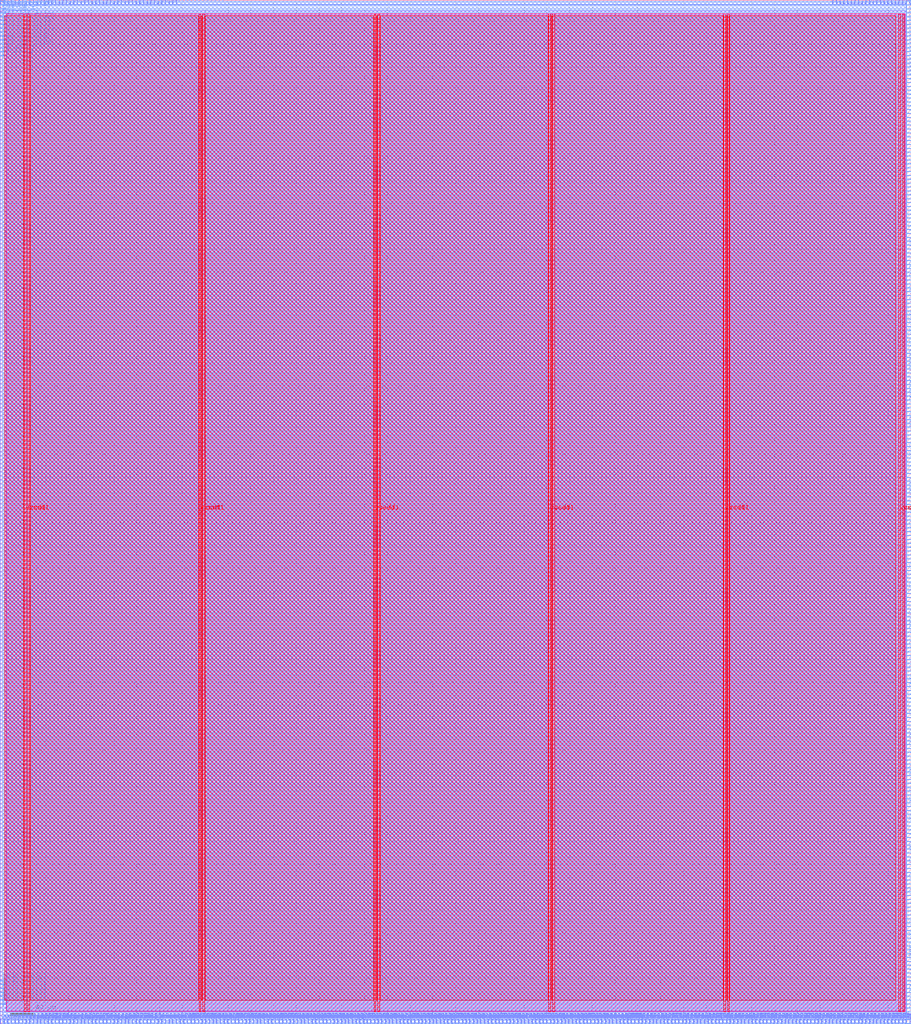
<source format=lef>
VERSION 5.7 ;
  NOWIREEXTENSIONATPIN ON ;
  DIVIDERCHAR "/" ;
  BUSBITCHARS "[]" ;
MACRO team_12_Wrapper
  CLASS BLOCK ;
  FOREIGN team_12_Wrapper ;
  ORIGIN 0.000 0.000 ;
  SIZE 800.000 BY 899.000 ;
  PIN gpio_in[0]
    DIRECTION INPUT ;
    USE SIGNAL ;
    ANTENNAGATEAREA 0.647700 ;
    ANTENNADIFFAREA 0.434700 ;
    PORT
      LAYER met2 ;
        RECT 154.650 895.000 154.930 899.000 ;
    END
  END gpio_in[0]
  PIN gpio_in[10]
    DIRECTION INPUT ;
    USE SIGNAL ;
    PORT
      LAYER met2 ;
        RECT 0.090 0.000 0.370 4.000 ;
    END
  END gpio_in[10]
  PIN gpio_in[11]
    DIRECTION INPUT ;
    USE SIGNAL ;
    PORT
      LAYER met2 ;
        RECT 3.310 0.000 3.590 4.000 ;
    END
  END gpio_in[11]
  PIN gpio_in[12]
    DIRECTION INPUT ;
    USE SIGNAL ;
    PORT
      LAYER met2 ;
        RECT 6.530 0.000 6.810 4.000 ;
    END
  END gpio_in[12]
  PIN gpio_in[13]
    DIRECTION INPUT ;
    USE SIGNAL ;
    PORT
      LAYER met2 ;
        RECT 9.750 0.000 10.030 4.000 ;
    END
  END gpio_in[13]
  PIN gpio_in[14]
    DIRECTION INPUT ;
    USE SIGNAL ;
    PORT
      LAYER met2 ;
        RECT 12.970 0.000 13.250 4.000 ;
    END
  END gpio_in[14]
  PIN gpio_in[15]
    DIRECTION INPUT ;
    USE SIGNAL ;
    PORT
      LAYER met2 ;
        RECT 16.190 0.000 16.470 4.000 ;
    END
  END gpio_in[15]
  PIN gpio_in[16]
    DIRECTION INPUT ;
    USE SIGNAL ;
    PORT
      LAYER met2 ;
        RECT 19.410 0.000 19.690 4.000 ;
    END
  END gpio_in[16]
  PIN gpio_in[17]
    DIRECTION INPUT ;
    USE SIGNAL ;
    PORT
      LAYER met2 ;
        RECT 22.630 0.000 22.910 4.000 ;
    END
  END gpio_in[17]
  PIN gpio_in[18]
    DIRECTION INPUT ;
    USE SIGNAL ;
    PORT
      LAYER met2 ;
        RECT 25.850 0.000 26.130 4.000 ;
    END
  END gpio_in[18]
  PIN gpio_in[19]
    DIRECTION INPUT ;
    USE SIGNAL ;
    PORT
      LAYER met2 ;
        RECT 29.070 0.000 29.350 4.000 ;
    END
  END gpio_in[19]
  PIN gpio_in[1]
    DIRECTION INPUT ;
    USE SIGNAL ;
    PORT
      LAYER met2 ;
        RECT 32.290 0.000 32.570 4.000 ;
    END
  END gpio_in[1]
  PIN gpio_in[20]
    DIRECTION INPUT ;
    USE SIGNAL ;
    PORT
      LAYER met2 ;
        RECT 35.510 0.000 35.790 4.000 ;
    END
  END gpio_in[20]
  PIN gpio_in[21]
    DIRECTION INPUT ;
    USE SIGNAL ;
    PORT
      LAYER met2 ;
        RECT 38.730 0.000 39.010 4.000 ;
    END
  END gpio_in[21]
  PIN gpio_in[22]
    DIRECTION INPUT ;
    USE SIGNAL ;
    PORT
      LAYER met2 ;
        RECT 41.950 0.000 42.230 4.000 ;
    END
  END gpio_in[22]
  PIN gpio_in[23]
    DIRECTION INPUT ;
    USE SIGNAL ;
    PORT
      LAYER met2 ;
        RECT 45.170 0.000 45.450 4.000 ;
    END
  END gpio_in[23]
  PIN gpio_in[24]
    DIRECTION INPUT ;
    USE SIGNAL ;
    PORT
      LAYER met2 ;
        RECT 48.390 0.000 48.670 4.000 ;
    END
  END gpio_in[24]
  PIN gpio_in[25]
    DIRECTION INPUT ;
    USE SIGNAL ;
    PORT
      LAYER met2 ;
        RECT 51.610 0.000 51.890 4.000 ;
    END
  END gpio_in[25]
  PIN gpio_in[26]
    DIRECTION INPUT ;
    USE SIGNAL ;
    PORT
      LAYER met2 ;
        RECT 54.830 0.000 55.110 4.000 ;
    END
  END gpio_in[26]
  PIN gpio_in[27]
    DIRECTION INPUT ;
    USE SIGNAL ;
    PORT
      LAYER met2 ;
        RECT 58.050 0.000 58.330 4.000 ;
    END
  END gpio_in[27]
  PIN gpio_in[28]
    DIRECTION INPUT ;
    USE SIGNAL ;
    PORT
      LAYER met2 ;
        RECT 61.270 0.000 61.550 4.000 ;
    END
  END gpio_in[28]
  PIN gpio_in[29]
    DIRECTION INPUT ;
    USE SIGNAL ;
    PORT
      LAYER met2 ;
        RECT 64.490 0.000 64.770 4.000 ;
    END
  END gpio_in[29]
  PIN gpio_in[2]
    DIRECTION INPUT ;
    USE SIGNAL ;
    PORT
      LAYER met2 ;
        RECT 67.710 0.000 67.990 4.000 ;
    END
  END gpio_in[2]
  PIN gpio_in[30]
    DIRECTION INPUT ;
    USE SIGNAL ;
    PORT
      LAYER met2 ;
        RECT 70.930 0.000 71.210 4.000 ;
    END
  END gpio_in[30]
  PIN gpio_in[31]
    DIRECTION INPUT ;
    USE SIGNAL ;
    PORT
      LAYER met2 ;
        RECT 74.150 0.000 74.430 4.000 ;
    END
  END gpio_in[31]
  PIN gpio_in[32]
    DIRECTION INPUT ;
    USE SIGNAL ;
    PORT
      LAYER met2 ;
        RECT 77.370 0.000 77.650 4.000 ;
    END
  END gpio_in[32]
  PIN gpio_in[33]
    DIRECTION INPUT ;
    USE SIGNAL ;
    PORT
      LAYER met2 ;
        RECT 80.590 0.000 80.870 4.000 ;
    END
  END gpio_in[33]
  PIN gpio_in[34]
    DIRECTION INPUT ;
    USE SIGNAL ;
    PORT
      LAYER met2 ;
        RECT 83.810 0.000 84.090 4.000 ;
    END
  END gpio_in[34]
  PIN gpio_in[35]
    DIRECTION INPUT ;
    USE SIGNAL ;
    PORT
      LAYER met2 ;
        RECT 87.030 0.000 87.310 4.000 ;
    END
  END gpio_in[35]
  PIN gpio_in[36]
    DIRECTION INPUT ;
    USE SIGNAL ;
    PORT
      LAYER met2 ;
        RECT 90.250 0.000 90.530 4.000 ;
    END
  END gpio_in[36]
  PIN gpio_in[37]
    DIRECTION INPUT ;
    USE SIGNAL ;
    PORT
      LAYER met2 ;
        RECT 93.470 0.000 93.750 4.000 ;
    END
  END gpio_in[37]
  PIN gpio_in[3]
    DIRECTION INPUT ;
    USE SIGNAL ;
    PORT
      LAYER met2 ;
        RECT 96.690 0.000 96.970 4.000 ;
    END
  END gpio_in[3]
  PIN gpio_in[4]
    DIRECTION INPUT ;
    USE SIGNAL ;
    PORT
      LAYER met2 ;
        RECT 99.910 0.000 100.190 4.000 ;
    END
  END gpio_in[4]
  PIN gpio_in[5]
    DIRECTION INPUT ;
    USE SIGNAL ;
    ANTENNAGATEAREA 0.560700 ;
    ANTENNADIFFAREA 0.434700 ;
    PORT
      LAYER met3 ;
        RECT 796.000 0.040 800.000 0.640 ;
    END
  END gpio_in[5]
  PIN gpio_in[6]
    DIRECTION INPUT ;
    USE SIGNAL ;
    ANTENNAGATEAREA 0.631200 ;
    ANTENNADIFFAREA 0.434700 ;
    PORT
      LAYER met3 ;
        RECT 796.000 683.440 800.000 684.040 ;
    END
  END gpio_in[6]
  PIN gpio_in[7]
    DIRECTION INPUT ;
    USE SIGNAL ;
    PORT
      LAYER met2 ;
        RECT 103.130 0.000 103.410 4.000 ;
    END
  END gpio_in[7]
  PIN gpio_in[8]
    DIRECTION INPUT ;
    USE SIGNAL ;
    PORT
      LAYER met2 ;
        RECT 106.350 0.000 106.630 4.000 ;
    END
  END gpio_in[8]
  PIN gpio_in[9]
    DIRECTION INPUT ;
    USE SIGNAL ;
    PORT
      LAYER met2 ;
        RECT 109.570 0.000 109.850 4.000 ;
    END
  END gpio_in[9]
  PIN gpio_oeb[0]
    DIRECTION OUTPUT ;
    USE SIGNAL ;
    ANTENNADIFFAREA 0.445500 ;
    PORT
      LAYER met3 ;
        RECT 0.000 37.440 4.000 38.040 ;
    END
  END gpio_oeb[0]
  PIN gpio_oeb[10]
    DIRECTION OUTPUT ;
    USE SIGNAL ;
    ANTENNADIFFAREA 0.445500 ;
    PORT
      LAYER met3 ;
        RECT 796.000 292.440 800.000 293.040 ;
    END
  END gpio_oeb[10]
  PIN gpio_oeb[11]
    DIRECTION OUTPUT ;
    USE SIGNAL ;
    ANTENNADIFFAREA 0.445500 ;
    PORT
      LAYER met3 ;
        RECT 796.000 57.840 800.000 58.440 ;
    END
  END gpio_oeb[11]
  PIN gpio_oeb[12]
    DIRECTION OUTPUT ;
    USE SIGNAL ;
    ANTENNADIFFAREA 0.445500 ;
    PORT
      LAYER met3 ;
        RECT 796.000 217.640 800.000 218.240 ;
    END
  END gpio_oeb[12]
  PIN gpio_oeb[13]
    DIRECTION OUTPUT ;
    USE SIGNAL ;
    ANTENNADIFFAREA 0.445500 ;
    PORT
      LAYER met3 ;
        RECT 796.000 153.040 800.000 153.640 ;
    END
  END gpio_oeb[13]
  PIN gpio_oeb[14]
    DIRECTION OUTPUT ;
    USE SIGNAL ;
    ANTENNADIFFAREA 0.445500 ;
    PORT
      LAYER met3 ;
        RECT 796.000 618.840 800.000 619.440 ;
    END
  END gpio_oeb[14]
  PIN gpio_oeb[15]
    DIRECTION OUTPUT ;
    USE SIGNAL ;
    ANTENNADIFFAREA 0.445500 ;
    PORT
      LAYER met3 ;
        RECT 796.000 17.040 800.000 17.640 ;
    END
  END gpio_oeb[15]
  PIN gpio_oeb[16]
    DIRECTION OUTPUT ;
    USE SIGNAL ;
    ANTENNADIFFAREA 0.445500 ;
    PORT
      LAYER met3 ;
        RECT 796.000 350.240 800.000 350.840 ;
    END
  END gpio_oeb[16]
  PIN gpio_oeb[17]
    DIRECTION OUTPUT ;
    USE SIGNAL ;
    ANTENNADIFFAREA 0.445500 ;
    PORT
      LAYER met3 ;
        RECT 796.000 10.240 800.000 10.840 ;
    END
  END gpio_oeb[17]
  PIN gpio_oeb[18]
    DIRECTION OUTPUT ;
    USE SIGNAL ;
    ANTENNADIFFAREA 0.445500 ;
    PORT
      LAYER met3 ;
        RECT 796.000 435.240 800.000 435.840 ;
    END
  END gpio_oeb[18]
  PIN gpio_oeb[19]
    DIRECTION OUTPUT ;
    USE SIGNAL ;
    ANTENNADIFFAREA 0.445500 ;
    PORT
      LAYER met3 ;
        RECT 796.000 74.840 800.000 75.440 ;
    END
  END gpio_oeb[19]
  PIN gpio_oeb[1]
    DIRECTION OUTPUT ;
    USE SIGNAL ;
    ANTENNADIFFAREA 0.445500 ;
    PORT
      LAYER met3 ;
        RECT 0.000 20.440 4.000 21.040 ;
    END
  END gpio_oeb[1]
  PIN gpio_oeb[20]
    DIRECTION OUTPUT ;
    USE SIGNAL ;
    ANTENNADIFFAREA 0.445500 ;
    PORT
      LAYER met3 ;
        RECT 796.000 241.440 800.000 242.040 ;
    END
  END gpio_oeb[20]
  PIN gpio_oeb[21]
    DIRECTION OUTPUT ;
    USE SIGNAL ;
    ANTENNADIFFAREA 0.445500 ;
    PORT
      LAYER met3 ;
        RECT 796.000 357.040 800.000 357.640 ;
    END
  END gpio_oeb[21]
  PIN gpio_oeb[22]
    DIRECTION OUTPUT ;
    USE SIGNAL ;
    ANTENNADIFFAREA 0.445500 ;
    PORT
      LAYER met3 ;
        RECT 796.000 465.840 800.000 466.440 ;
    END
  END gpio_oeb[22]
  PIN gpio_oeb[23]
    DIRECTION OUTPUT ;
    USE SIGNAL ;
    ANTENNADIFFAREA 0.445500 ;
    PORT
      LAYER met3 ;
        RECT 796.000 125.840 800.000 126.440 ;
    END
  END gpio_oeb[23]
  PIN gpio_oeb[24]
    DIRECTION OUTPUT ;
    USE SIGNAL ;
    ANTENNADIFFAREA 0.445500 ;
    PORT
      LAYER met3 ;
        RECT 796.000 397.840 800.000 398.440 ;
    END
  END gpio_oeb[24]
  PIN gpio_oeb[25]
    DIRECTION OUTPUT ;
    USE SIGNAL ;
    ANTENNADIFFAREA 0.445500 ;
    PORT
      LAYER met3 ;
        RECT 796.000 316.240 800.000 316.840 ;
    END
  END gpio_oeb[25]
  PIN gpio_oeb[26]
    DIRECTION OUTPUT ;
    USE SIGNAL ;
    ANTENNADIFFAREA 0.445500 ;
    PORT
      LAYER met3 ;
        RECT 796.000 64.640 800.000 65.240 ;
    END
  END gpio_oeb[26]
  PIN gpio_oeb[27]
    DIRECTION OUTPUT ;
    USE SIGNAL ;
    ANTENNADIFFAREA 0.445500 ;
    PORT
      LAYER met3 ;
        RECT 796.000 190.440 800.000 191.040 ;
    END
  END gpio_oeb[27]
  PIN gpio_oeb[28]
    DIRECTION OUTPUT ;
    USE SIGNAL ;
    ANTENNADIFFAREA 0.445500 ;
    PORT
      LAYER met3 ;
        RECT 796.000 61.240 800.000 61.840 ;
    END
  END gpio_oeb[28]
  PIN gpio_oeb[29]
    DIRECTION OUTPUT ;
    USE SIGNAL ;
    ANTENNADIFFAREA 0.445500 ;
    PORT
      LAYER met3 ;
        RECT 796.000 581.440 800.000 582.040 ;
    END
  END gpio_oeb[29]
  PIN gpio_oeb[2]
    DIRECTION OUTPUT ;
    USE SIGNAL ;
    ANTENNADIFFAREA 0.445500 ;
    PORT
      LAYER met3 ;
        RECT 0.000 30.640 4.000 31.240 ;
    END
  END gpio_oeb[2]
  PIN gpio_oeb[30]
    DIRECTION OUTPUT ;
    USE SIGNAL ;
    ANTENNADIFFAREA 0.445500 ;
    PORT
      LAYER met3 ;
        RECT 796.000 448.840 800.000 449.440 ;
    END
  END gpio_oeb[30]
  PIN gpio_oeb[31]
    DIRECTION OUTPUT ;
    USE SIGNAL ;
    ANTENNADIFFAREA 0.445500 ;
    PORT
      LAYER met3 ;
        RECT 796.000 193.840 800.000 194.440 ;
    END
  END gpio_oeb[31]
  PIN gpio_oeb[32]
    DIRECTION OUTPUT ;
    USE SIGNAL ;
    ANTENNADIFFAREA 0.445500 ;
    PORT
      LAYER met3 ;
        RECT 796.000 176.840 800.000 177.440 ;
    END
  END gpio_oeb[32]
  PIN gpio_oeb[33]
    DIRECTION OUTPUT ;
    USE SIGNAL ;
    ANTENNADIFFAREA 0.445500 ;
    PORT
      LAYER met3 ;
        RECT 796.000 469.240 800.000 469.840 ;
    END
  END gpio_oeb[33]
  PIN gpio_oeb[34]
    DIRECTION OUTPUT ;
    USE SIGNAL ;
    ANTENNADIFFAREA 0.445500 ;
    PORT
      LAYER met3 ;
        RECT 796.000 23.840 800.000 24.440 ;
    END
  END gpio_oeb[34]
  PIN gpio_oeb[35]
    DIRECTION OUTPUT ;
    USE SIGNAL ;
    ANTENNADIFFAREA 0.445500 ;
    PORT
      LAYER met3 ;
        RECT 796.000 346.840 800.000 347.440 ;
    END
  END gpio_oeb[35]
  PIN gpio_oeb[36]
    DIRECTION OUTPUT ;
    USE SIGNAL ;
    ANTENNADIFFAREA 0.445500 ;
    PORT
      LAYER met3 ;
        RECT 796.000 200.640 800.000 201.240 ;
    END
  END gpio_oeb[36]
  PIN gpio_oeb[37]
    DIRECTION OUTPUT ;
    USE SIGNAL ;
    ANTENNADIFFAREA 0.445500 ;
    PORT
      LAYER met3 ;
        RECT 796.000 54.440 800.000 55.040 ;
    END
  END gpio_oeb[37]
  PIN gpio_oeb[3]
    DIRECTION OUTPUT ;
    USE SIGNAL ;
    ANTENNADIFFAREA 0.445500 ;
    PORT
      LAYER met3 ;
        RECT 0.000 23.840 4.000 24.440 ;
    END
  END gpio_oeb[3]
  PIN gpio_oeb[4]
    DIRECTION OUTPUT ;
    USE SIGNAL ;
    ANTENNADIFFAREA 0.445500 ;
    PORT
      LAYER met3 ;
        RECT 0.000 17.040 4.000 17.640 ;
    END
  END gpio_oeb[4]
  PIN gpio_oeb[5]
    DIRECTION OUTPUT ;
    USE SIGNAL ;
    ANTENNADIFFAREA 0.445500 ;
    PORT
      LAYER met3 ;
        RECT 0.000 27.240 4.000 27.840 ;
    END
  END gpio_oeb[5]
  PIN gpio_oeb[6]
    DIRECTION OUTPUT ;
    USE SIGNAL ;
    ANTENNADIFFAREA 0.445500 ;
    PORT
      LAYER met3 ;
        RECT 0.000 34.040 4.000 34.640 ;
    END
  END gpio_oeb[6]
  PIN gpio_oeb[7]
    DIRECTION OUTPUT ;
    USE SIGNAL ;
    ANTENNADIFFAREA 0.445500 ;
    PORT
      LAYER met3 ;
        RECT 796.000 27.240 800.000 27.840 ;
    END
  END gpio_oeb[7]
  PIN gpio_oeb[8]
    DIRECTION OUTPUT ;
    USE SIGNAL ;
    ANTENNADIFFAREA 0.445500 ;
    PORT
      LAYER met3 ;
        RECT 796.000 557.640 800.000 558.240 ;
    END
  END gpio_oeb[8]
  PIN gpio_oeb[9]
    DIRECTION OUTPUT ;
    USE SIGNAL ;
    ANTENNADIFFAREA 0.445500 ;
    PORT
      LAYER met3 ;
        RECT 796.000 496.440 800.000 497.040 ;
    END
  END gpio_oeb[9]
  PIN gpio_out[0]
    DIRECTION OUTPUT ;
    USE SIGNAL ;
    ANTENNADIFFAREA 0.445500 ;
    PORT
      LAYER met3 ;
        RECT 796.000 659.640 800.000 660.240 ;
    END
  END gpio_out[0]
  PIN gpio_out[10]
    DIRECTION OUTPUT ;
    USE SIGNAL ;
    ANTENNADIFFAREA 0.445500 ;
    PORT
      LAYER met3 ;
        RECT 796.000 652.840 800.000 653.440 ;
    END
  END gpio_out[10]
  PIN gpio_out[11]
    DIRECTION OUTPUT ;
    USE SIGNAL ;
    ANTENNADIFFAREA 0.445500 ;
    PORT
      LAYER met3 ;
        RECT 796.000 550.840 800.000 551.440 ;
    END
  END gpio_out[11]
  PIN gpio_out[12]
    DIRECTION OUTPUT ;
    USE SIGNAL ;
    ANTENNADIFFAREA 0.445500 ;
    PORT
      LAYER met3 ;
        RECT 796.000 554.240 800.000 554.840 ;
    END
  END gpio_out[12]
  PIN gpio_out[13]
    DIRECTION OUTPUT ;
    USE SIGNAL ;
    ANTENNADIFFAREA 0.445500 ;
    PORT
      LAYER met3 ;
        RECT 796.000 561.040 800.000 561.640 ;
    END
  END gpio_out[13]
  PIN gpio_out[14]
    DIRECTION OUTPUT ;
    USE SIGNAL ;
    ANTENNADIFFAREA 0.445500 ;
    PORT
      LAYER met3 ;
        RECT 796.000 605.240 800.000 605.840 ;
    END
  END gpio_out[14]
  PIN gpio_out[15]
    DIRECTION OUTPUT ;
    USE SIGNAL ;
    ANTENNADIFFAREA 0.445500 ;
    PORT
      LAYER met3 ;
        RECT 796.000 544.040 800.000 544.640 ;
    END
  END gpio_out[15]
  PIN gpio_out[16]
    DIRECTION OUTPUT ;
    USE SIGNAL ;
    ANTENNADIFFAREA 0.445500 ;
    PORT
      LAYER met3 ;
        RECT 796.000 612.040 800.000 612.640 ;
    END
  END gpio_out[16]
  PIN gpio_out[17]
    DIRECTION OUTPUT ;
    USE SIGNAL ;
    ANTENNADIFFAREA 0.445500 ;
    PORT
      LAYER met3 ;
        RECT 796.000 584.840 800.000 585.440 ;
    END
  END gpio_out[17]
  PIN gpio_out[18]
    DIRECTION OUTPUT ;
    USE SIGNAL ;
    ANTENNADIFFAREA 0.445500 ;
    PORT
      LAYER met3 ;
        RECT 796.000 639.240 800.000 639.840 ;
    END
  END gpio_out[18]
  PIN gpio_out[19]
    DIRECTION OUTPUT ;
    USE SIGNAL ;
    ANTENNADIFFAREA 0.445500 ;
    PORT
      LAYER met3 ;
        RECT 796.000 574.640 800.000 575.240 ;
    END
  END gpio_out[19]
  PIN gpio_out[1]
    DIRECTION OUTPUT ;
    USE SIGNAL ;
    ANTENNADIFFAREA 0.445500 ;
    PORT
      LAYER met3 ;
        RECT 796.000 85.040 800.000 85.640 ;
    END
  END gpio_out[1]
  PIN gpio_out[20]
    DIRECTION OUTPUT ;
    USE SIGNAL ;
    ANTENNADIFFAREA 0.445500 ;
    PORT
      LAYER met3 ;
        RECT 796.000 663.040 800.000 663.640 ;
    END
  END gpio_out[20]
  PIN gpio_out[21]
    DIRECTION OUTPUT ;
    USE SIGNAL ;
    ANTENNADIFFAREA 0.445500 ;
    PORT
      LAYER met3 ;
        RECT 796.000 530.440 800.000 531.040 ;
    END
  END gpio_out[21]
  PIN gpio_out[22]
    DIRECTION OUTPUT ;
    USE SIGNAL ;
    ANTENNADIFFAREA 0.445500 ;
    PORT
      LAYER met3 ;
        RECT 796.000 578.040 800.000 578.640 ;
    END
  END gpio_out[22]
  PIN gpio_out[23]
    DIRECTION OUTPUT ;
    USE SIGNAL ;
    ANTENNADIFFAREA 0.445500 ;
    PORT
      LAYER met3 ;
        RECT 796.000 520.240 800.000 520.840 ;
    END
  END gpio_out[23]
  PIN gpio_out[24]
    DIRECTION OUTPUT ;
    USE SIGNAL ;
    ANTENNADIFFAREA 0.445500 ;
    PORT
      LAYER met3 ;
        RECT 796.000 251.640 800.000 252.240 ;
    END
  END gpio_out[24]
  PIN gpio_out[25]
    DIRECTION OUTPUT ;
    USE SIGNAL ;
    ANTENNADIFFAREA 0.445500 ;
    PORT
      LAYER met3 ;
        RECT 796.000 472.640 800.000 473.240 ;
    END
  END gpio_out[25]
  PIN gpio_out[26]
    DIRECTION OUTPUT ;
    USE SIGNAL ;
    ANTENNADIFFAREA 0.445500 ;
    PORT
      LAYER met3 ;
        RECT 796.000 595.040 800.000 595.640 ;
    END
  END gpio_out[26]
  PIN gpio_out[27]
    DIRECTION OUTPUT ;
    USE SIGNAL ;
    ANTENNADIFFAREA 0.445500 ;
    PORT
      LAYER met3 ;
        RECT 796.000 299.240 800.000 299.840 ;
    END
  END gpio_out[27]
  PIN gpio_out[28]
    DIRECTION OUTPUT ;
    USE SIGNAL ;
    ANTENNADIFFAREA 0.445500 ;
    PORT
      LAYER met3 ;
        RECT 796.000 503.240 800.000 503.840 ;
    END
  END gpio_out[28]
  PIN gpio_out[29]
    DIRECTION OUTPUT ;
    USE SIGNAL ;
    ANTENNADIFFAREA 0.445500 ;
    PORT
      LAYER met3 ;
        RECT 796.000 268.640 800.000 269.240 ;
    END
  END gpio_out[29]
  PIN gpio_out[2]
    DIRECTION OUTPUT ;
    USE SIGNAL ;
    ANTENNADIFFAREA 0.445500 ;
    PORT
      LAYER met3 ;
        RECT 796.000 329.840 800.000 330.440 ;
    END
  END gpio_out[2]
  PIN gpio_out[30]
    DIRECTION OUTPUT ;
    USE SIGNAL ;
    ANTENNADIFFAREA 0.445500 ;
    PORT
      LAYER met3 ;
        RECT 796.000 309.440 800.000 310.040 ;
    END
  END gpio_out[30]
  PIN gpio_out[31]
    DIRECTION OUTPUT ;
    USE SIGNAL ;
    ANTENNADIFFAREA 0.445500 ;
    PORT
      LAYER met3 ;
        RECT 796.000 214.240 800.000 214.840 ;
    END
  END gpio_out[31]
  PIN gpio_out[32]
    DIRECTION OUTPUT ;
    USE SIGNAL ;
    ANTENNADIFFAREA 0.445500 ;
    PORT
      LAYER met3 ;
        RECT 796.000 462.440 800.000 463.040 ;
    END
  END gpio_out[32]
  PIN gpio_out[33]
    DIRECTION OUTPUT ;
    USE SIGNAL ;
    ANTENNADIFFAREA 0.445500 ;
    PORT
      LAYER met3 ;
        RECT 796.000 248.240 800.000 248.840 ;
    END
  END gpio_out[33]
  PIN gpio_out[34]
    DIRECTION OUTPUT ;
    USE SIGNAL ;
    ANTENNADIFFAREA 0.445500 ;
    PORT
      LAYER met3 ;
        RECT 796.000 380.840 800.000 381.440 ;
    END
  END gpio_out[34]
  PIN gpio_out[35]
    DIRECTION OUTPUT ;
    USE SIGNAL ;
    ANTENNADIFFAREA 0.445500 ;
    PORT
      LAYER met3 ;
        RECT 796.000 149.640 800.000 150.240 ;
    END
  END gpio_out[35]
  PIN gpio_out[36]
    DIRECTION OUTPUT ;
    USE SIGNAL ;
    ANTENNADIFFAREA 0.445500 ;
    PORT
      LAYER met3 ;
        RECT 796.000 139.440 800.000 140.040 ;
    END
  END gpio_out[36]
  PIN gpio_out[37]
    DIRECTION OUTPUT ;
    USE SIGNAL ;
    ANTENNADIFFAREA 0.445500 ;
    PORT
      LAYER met3 ;
        RECT 796.000 343.440 800.000 344.040 ;
    END
  END gpio_out[37]
  PIN gpio_out[3]
    DIRECTION OUTPUT ;
    USE SIGNAL ;
    ANTENNADIFFAREA 0.445500 ;
    PORT
      LAYER met3 ;
        RECT 796.000 642.640 800.000 643.240 ;
    END
  END gpio_out[3]
  PIN gpio_out[4]
    DIRECTION OUTPUT ;
    USE SIGNAL ;
    ANTENNADIFFAREA 0.445500 ;
    PORT
      LAYER met3 ;
        RECT 796.000 221.040 800.000 221.640 ;
    END
  END gpio_out[4]
  PIN gpio_out[5]
    DIRECTION OUTPUT ;
    USE SIGNAL ;
    ANTENNADIFFAREA 0.445500 ;
    PORT
      LAYER met3 ;
        RECT 796.000 112.240 800.000 112.840 ;
    END
  END gpio_out[5]
  PIN gpio_out[6]
    DIRECTION OUTPUT ;
    USE SIGNAL ;
    ANTENNADIFFAREA 0.445500 ;
    PORT
      LAYER met3 ;
        RECT 796.000 632.440 800.000 633.040 ;
    END
  END gpio_out[6]
  PIN gpio_out[7]
    DIRECTION OUTPUT ;
    USE SIGNAL ;
    ANTENNADIFFAREA 0.445500 ;
    PORT
      LAYER met3 ;
        RECT 796.000 523.640 800.000 524.240 ;
    END
  END gpio_out[7]
  PIN gpio_out[8]
    DIRECTION OUTPUT ;
    USE SIGNAL ;
    ANTENNADIFFAREA 0.445500 ;
    PORT
      LAYER met3 ;
        RECT 796.000 527.040 800.000 527.640 ;
    END
  END gpio_out[8]
  PIN gpio_out[9]
    DIRECTION OUTPUT ;
    USE SIGNAL ;
    ANTENNADIFFAREA 0.445500 ;
    PORT
      LAYER met3 ;
        RECT 796.000 571.240 800.000 571.840 ;
    END
  END gpio_out[9]
  PIN irq[0]
    DIRECTION OUTPUT ;
    USE SIGNAL ;
    ANTENNADIFFAREA 0.445500 ;
    PORT
      LAYER met3 ;
        RECT 796.000 669.840 800.000 670.440 ;
    END
  END irq[0]
  PIN irq[1]
    DIRECTION OUTPUT ;
    USE SIGNAL ;
    ANTENNADIFFAREA 0.445500 ;
    PORT
      LAYER met3 ;
        RECT 796.000 180.240 800.000 180.840 ;
    END
  END irq[1]
  PIN irq[2]
    DIRECTION OUTPUT ;
    USE SIGNAL ;
    ANTENNADIFFAREA 0.445500 ;
    PORT
      LAYER met3 ;
        RECT 796.000 37.440 800.000 38.040 ;
    END
  END irq[2]
  PIN la_data_in[0]
    DIRECTION INPUT ;
    USE SIGNAL ;
    PORT
      LAYER met2 ;
        RECT 112.790 0.000 113.070 4.000 ;
    END
  END la_data_in[0]
  PIN la_data_in[100]
    DIRECTION INPUT ;
    USE SIGNAL ;
    PORT
      LAYER met2 ;
        RECT 116.010 0.000 116.290 4.000 ;
    END
  END la_data_in[100]
  PIN la_data_in[101]
    DIRECTION INPUT ;
    USE SIGNAL ;
    PORT
      LAYER met2 ;
        RECT 119.230 0.000 119.510 4.000 ;
    END
  END la_data_in[101]
  PIN la_data_in[102]
    DIRECTION INPUT ;
    USE SIGNAL ;
    PORT
      LAYER met2 ;
        RECT 122.450 0.000 122.730 4.000 ;
    END
  END la_data_in[102]
  PIN la_data_in[103]
    DIRECTION INPUT ;
    USE SIGNAL ;
    PORT
      LAYER met2 ;
        RECT 125.670 0.000 125.950 4.000 ;
    END
  END la_data_in[103]
  PIN la_data_in[104]
    DIRECTION INPUT ;
    USE SIGNAL ;
    PORT
      LAYER met2 ;
        RECT 128.890 0.000 129.170 4.000 ;
    END
  END la_data_in[104]
  PIN la_data_in[105]
    DIRECTION INPUT ;
    USE SIGNAL ;
    PORT
      LAYER met2 ;
        RECT 132.110 0.000 132.390 4.000 ;
    END
  END la_data_in[105]
  PIN la_data_in[106]
    DIRECTION INPUT ;
    USE SIGNAL ;
    PORT
      LAYER met2 ;
        RECT 135.330 0.000 135.610 4.000 ;
    END
  END la_data_in[106]
  PIN la_data_in[107]
    DIRECTION INPUT ;
    USE SIGNAL ;
    PORT
      LAYER met2 ;
        RECT 138.550 0.000 138.830 4.000 ;
    END
  END la_data_in[107]
  PIN la_data_in[108]
    DIRECTION INPUT ;
    USE SIGNAL ;
    PORT
      LAYER met2 ;
        RECT 141.770 0.000 142.050 4.000 ;
    END
  END la_data_in[108]
  PIN la_data_in[109]
    DIRECTION INPUT ;
    USE SIGNAL ;
    PORT
      LAYER met2 ;
        RECT 144.990 0.000 145.270 4.000 ;
    END
  END la_data_in[109]
  PIN la_data_in[10]
    DIRECTION INPUT ;
    USE SIGNAL ;
    PORT
      LAYER met2 ;
        RECT 148.210 0.000 148.490 4.000 ;
    END
  END la_data_in[10]
  PIN la_data_in[110]
    DIRECTION INPUT ;
    USE SIGNAL ;
    PORT
      LAYER met2 ;
        RECT 151.430 0.000 151.710 4.000 ;
    END
  END la_data_in[110]
  PIN la_data_in[111]
    DIRECTION INPUT ;
    USE SIGNAL ;
    PORT
      LAYER met2 ;
        RECT 154.650 0.000 154.930 4.000 ;
    END
  END la_data_in[111]
  PIN la_data_in[112]
    DIRECTION INPUT ;
    USE SIGNAL ;
    PORT
      LAYER met2 ;
        RECT 157.870 0.000 158.150 4.000 ;
    END
  END la_data_in[112]
  PIN la_data_in[113]
    DIRECTION INPUT ;
    USE SIGNAL ;
    PORT
      LAYER met2 ;
        RECT 161.090 0.000 161.370 4.000 ;
    END
  END la_data_in[113]
  PIN la_data_in[114]
    DIRECTION INPUT ;
    USE SIGNAL ;
    PORT
      LAYER met2 ;
        RECT 164.310 0.000 164.590 4.000 ;
    END
  END la_data_in[114]
  PIN la_data_in[115]
    DIRECTION INPUT ;
    USE SIGNAL ;
    PORT
      LAYER met2 ;
        RECT 167.530 0.000 167.810 4.000 ;
    END
  END la_data_in[115]
  PIN la_data_in[116]
    DIRECTION INPUT ;
    USE SIGNAL ;
    PORT
      LAYER met2 ;
        RECT 170.750 0.000 171.030 4.000 ;
    END
  END la_data_in[116]
  PIN la_data_in[117]
    DIRECTION INPUT ;
    USE SIGNAL ;
    PORT
      LAYER met2 ;
        RECT 173.970 0.000 174.250 4.000 ;
    END
  END la_data_in[117]
  PIN la_data_in[118]
    DIRECTION INPUT ;
    USE SIGNAL ;
    PORT
      LAYER met2 ;
        RECT 177.190 0.000 177.470 4.000 ;
    END
  END la_data_in[118]
  PIN la_data_in[119]
    DIRECTION INPUT ;
    USE SIGNAL ;
    PORT
      LAYER met2 ;
        RECT 180.410 0.000 180.690 4.000 ;
    END
  END la_data_in[119]
  PIN la_data_in[11]
    DIRECTION INPUT ;
    USE SIGNAL ;
    PORT
      LAYER met2 ;
        RECT 183.630 0.000 183.910 4.000 ;
    END
  END la_data_in[11]
  PIN la_data_in[120]
    DIRECTION INPUT ;
    USE SIGNAL ;
    PORT
      LAYER met2 ;
        RECT 186.850 0.000 187.130 4.000 ;
    END
  END la_data_in[120]
  PIN la_data_in[121]
    DIRECTION INPUT ;
    USE SIGNAL ;
    PORT
      LAYER met2 ;
        RECT 190.070 0.000 190.350 4.000 ;
    END
  END la_data_in[121]
  PIN la_data_in[122]
    DIRECTION INPUT ;
    USE SIGNAL ;
    PORT
      LAYER met2 ;
        RECT 193.290 0.000 193.570 4.000 ;
    END
  END la_data_in[122]
  PIN la_data_in[123]
    DIRECTION INPUT ;
    USE SIGNAL ;
    PORT
      LAYER met2 ;
        RECT 196.510 0.000 196.790 4.000 ;
    END
  END la_data_in[123]
  PIN la_data_in[124]
    DIRECTION INPUT ;
    USE SIGNAL ;
    PORT
      LAYER met2 ;
        RECT 199.730 0.000 200.010 4.000 ;
    END
  END la_data_in[124]
  PIN la_data_in[125]
    DIRECTION INPUT ;
    USE SIGNAL ;
    PORT
      LAYER met2 ;
        RECT 202.950 0.000 203.230 4.000 ;
    END
  END la_data_in[125]
  PIN la_data_in[126]
    DIRECTION INPUT ;
    USE SIGNAL ;
    PORT
      LAYER met2 ;
        RECT 206.170 0.000 206.450 4.000 ;
    END
  END la_data_in[126]
  PIN la_data_in[127]
    DIRECTION INPUT ;
    USE SIGNAL ;
    PORT
      LAYER met2 ;
        RECT 209.390 0.000 209.670 4.000 ;
    END
  END la_data_in[127]
  PIN la_data_in[12]
    DIRECTION INPUT ;
    USE SIGNAL ;
    PORT
      LAYER met2 ;
        RECT 212.610 0.000 212.890 4.000 ;
    END
  END la_data_in[12]
  PIN la_data_in[13]
    DIRECTION INPUT ;
    USE SIGNAL ;
    PORT
      LAYER met2 ;
        RECT 215.830 0.000 216.110 4.000 ;
    END
  END la_data_in[13]
  PIN la_data_in[14]
    DIRECTION INPUT ;
    USE SIGNAL ;
    PORT
      LAYER met2 ;
        RECT 219.050 0.000 219.330 4.000 ;
    END
  END la_data_in[14]
  PIN la_data_in[15]
    DIRECTION INPUT ;
    USE SIGNAL ;
    PORT
      LAYER met2 ;
        RECT 222.270 0.000 222.550 4.000 ;
    END
  END la_data_in[15]
  PIN la_data_in[16]
    DIRECTION INPUT ;
    USE SIGNAL ;
    PORT
      LAYER met2 ;
        RECT 225.490 0.000 225.770 4.000 ;
    END
  END la_data_in[16]
  PIN la_data_in[17]
    DIRECTION INPUT ;
    USE SIGNAL ;
    PORT
      LAYER met2 ;
        RECT 228.710 0.000 228.990 4.000 ;
    END
  END la_data_in[17]
  PIN la_data_in[18]
    DIRECTION INPUT ;
    USE SIGNAL ;
    PORT
      LAYER met2 ;
        RECT 231.930 0.000 232.210 4.000 ;
    END
  END la_data_in[18]
  PIN la_data_in[19]
    DIRECTION INPUT ;
    USE SIGNAL ;
    PORT
      LAYER met2 ;
        RECT 235.150 0.000 235.430 4.000 ;
    END
  END la_data_in[19]
  PIN la_data_in[1]
    DIRECTION INPUT ;
    USE SIGNAL ;
    PORT
      LAYER met2 ;
        RECT 238.370 0.000 238.650 4.000 ;
    END
  END la_data_in[1]
  PIN la_data_in[20]
    DIRECTION INPUT ;
    USE SIGNAL ;
    PORT
      LAYER met2 ;
        RECT 241.590 0.000 241.870 4.000 ;
    END
  END la_data_in[20]
  PIN la_data_in[21]
    DIRECTION INPUT ;
    USE SIGNAL ;
    PORT
      LAYER met2 ;
        RECT 244.810 0.000 245.090 4.000 ;
    END
  END la_data_in[21]
  PIN la_data_in[22]
    DIRECTION INPUT ;
    USE SIGNAL ;
    PORT
      LAYER met2 ;
        RECT 248.030 0.000 248.310 4.000 ;
    END
  END la_data_in[22]
  PIN la_data_in[23]
    DIRECTION INPUT ;
    USE SIGNAL ;
    PORT
      LAYER met2 ;
        RECT 251.250 0.000 251.530 4.000 ;
    END
  END la_data_in[23]
  PIN la_data_in[24]
    DIRECTION INPUT ;
    USE SIGNAL ;
    PORT
      LAYER met2 ;
        RECT 254.470 0.000 254.750 4.000 ;
    END
  END la_data_in[24]
  PIN la_data_in[25]
    DIRECTION INPUT ;
    USE SIGNAL ;
    PORT
      LAYER met2 ;
        RECT 257.690 0.000 257.970 4.000 ;
    END
  END la_data_in[25]
  PIN la_data_in[26]
    DIRECTION INPUT ;
    USE SIGNAL ;
    PORT
      LAYER met2 ;
        RECT 260.910 0.000 261.190 4.000 ;
    END
  END la_data_in[26]
  PIN la_data_in[27]
    DIRECTION INPUT ;
    USE SIGNAL ;
    PORT
      LAYER met2 ;
        RECT 264.130 0.000 264.410 4.000 ;
    END
  END la_data_in[27]
  PIN la_data_in[28]
    DIRECTION INPUT ;
    USE SIGNAL ;
    PORT
      LAYER met2 ;
        RECT 267.350 0.000 267.630 4.000 ;
    END
  END la_data_in[28]
  PIN la_data_in[29]
    DIRECTION INPUT ;
    USE SIGNAL ;
    PORT
      LAYER met2 ;
        RECT 270.570 0.000 270.850 4.000 ;
    END
  END la_data_in[29]
  PIN la_data_in[2]
    DIRECTION INPUT ;
    USE SIGNAL ;
    PORT
      LAYER met2 ;
        RECT 273.790 0.000 274.070 4.000 ;
    END
  END la_data_in[2]
  PIN la_data_in[30]
    DIRECTION INPUT ;
    USE SIGNAL ;
    PORT
      LAYER met2 ;
        RECT 277.010 0.000 277.290 4.000 ;
    END
  END la_data_in[30]
  PIN la_data_in[31]
    DIRECTION INPUT ;
    USE SIGNAL ;
    PORT
      LAYER met2 ;
        RECT 280.230 0.000 280.510 4.000 ;
    END
  END la_data_in[31]
  PIN la_data_in[32]
    DIRECTION INPUT ;
    USE SIGNAL ;
    PORT
      LAYER met2 ;
        RECT 283.450 0.000 283.730 4.000 ;
    END
  END la_data_in[32]
  PIN la_data_in[33]
    DIRECTION INPUT ;
    USE SIGNAL ;
    PORT
      LAYER met2 ;
        RECT 286.670 0.000 286.950 4.000 ;
    END
  END la_data_in[33]
  PIN la_data_in[34]
    DIRECTION INPUT ;
    USE SIGNAL ;
    PORT
      LAYER met2 ;
        RECT 289.890 0.000 290.170 4.000 ;
    END
  END la_data_in[34]
  PIN la_data_in[35]
    DIRECTION INPUT ;
    USE SIGNAL ;
    PORT
      LAYER met2 ;
        RECT 293.110 0.000 293.390 4.000 ;
    END
  END la_data_in[35]
  PIN la_data_in[36]
    DIRECTION INPUT ;
    USE SIGNAL ;
    PORT
      LAYER met2 ;
        RECT 296.330 0.000 296.610 4.000 ;
    END
  END la_data_in[36]
  PIN la_data_in[37]
    DIRECTION INPUT ;
    USE SIGNAL ;
    PORT
      LAYER met2 ;
        RECT 299.550 0.000 299.830 4.000 ;
    END
  END la_data_in[37]
  PIN la_data_in[38]
    DIRECTION INPUT ;
    USE SIGNAL ;
    PORT
      LAYER met2 ;
        RECT 302.770 0.000 303.050 4.000 ;
    END
  END la_data_in[38]
  PIN la_data_in[39]
    DIRECTION INPUT ;
    USE SIGNAL ;
    PORT
      LAYER met2 ;
        RECT 305.990 0.000 306.270 4.000 ;
    END
  END la_data_in[39]
  PIN la_data_in[3]
    DIRECTION INPUT ;
    USE SIGNAL ;
    PORT
      LAYER met2 ;
        RECT 309.210 0.000 309.490 4.000 ;
    END
  END la_data_in[3]
  PIN la_data_in[40]
    DIRECTION INPUT ;
    USE SIGNAL ;
    PORT
      LAYER met2 ;
        RECT 312.430 0.000 312.710 4.000 ;
    END
  END la_data_in[40]
  PIN la_data_in[41]
    DIRECTION INPUT ;
    USE SIGNAL ;
    PORT
      LAYER met2 ;
        RECT 315.650 0.000 315.930 4.000 ;
    END
  END la_data_in[41]
  PIN la_data_in[42]
    DIRECTION INPUT ;
    USE SIGNAL ;
    PORT
      LAYER met2 ;
        RECT 318.870 0.000 319.150 4.000 ;
    END
  END la_data_in[42]
  PIN la_data_in[43]
    DIRECTION INPUT ;
    USE SIGNAL ;
    PORT
      LAYER met2 ;
        RECT 322.090 0.000 322.370 4.000 ;
    END
  END la_data_in[43]
  PIN la_data_in[44]
    DIRECTION INPUT ;
    USE SIGNAL ;
    PORT
      LAYER met2 ;
        RECT 325.310 0.000 325.590 4.000 ;
    END
  END la_data_in[44]
  PIN la_data_in[45]
    DIRECTION INPUT ;
    USE SIGNAL ;
    PORT
      LAYER met2 ;
        RECT 328.530 0.000 328.810 4.000 ;
    END
  END la_data_in[45]
  PIN la_data_in[46]
    DIRECTION INPUT ;
    USE SIGNAL ;
    PORT
      LAYER met2 ;
        RECT 331.750 0.000 332.030 4.000 ;
    END
  END la_data_in[46]
  PIN la_data_in[47]
    DIRECTION INPUT ;
    USE SIGNAL ;
    PORT
      LAYER met2 ;
        RECT 334.970 0.000 335.250 4.000 ;
    END
  END la_data_in[47]
  PIN la_data_in[48]
    DIRECTION INPUT ;
    USE SIGNAL ;
    PORT
      LAYER met2 ;
        RECT 338.190 0.000 338.470 4.000 ;
    END
  END la_data_in[48]
  PIN la_data_in[49]
    DIRECTION INPUT ;
    USE SIGNAL ;
    PORT
      LAYER met2 ;
        RECT 341.410 0.000 341.690 4.000 ;
    END
  END la_data_in[49]
  PIN la_data_in[4]
    DIRECTION INPUT ;
    USE SIGNAL ;
    PORT
      LAYER met2 ;
        RECT 344.630 0.000 344.910 4.000 ;
    END
  END la_data_in[4]
  PIN la_data_in[50]
    DIRECTION INPUT ;
    USE SIGNAL ;
    PORT
      LAYER met2 ;
        RECT 347.850 0.000 348.130 4.000 ;
    END
  END la_data_in[50]
  PIN la_data_in[51]
    DIRECTION INPUT ;
    USE SIGNAL ;
    PORT
      LAYER met2 ;
        RECT 351.070 0.000 351.350 4.000 ;
    END
  END la_data_in[51]
  PIN la_data_in[52]
    DIRECTION INPUT ;
    USE SIGNAL ;
    PORT
      LAYER met2 ;
        RECT 354.290 0.000 354.570 4.000 ;
    END
  END la_data_in[52]
  PIN la_data_in[53]
    DIRECTION INPUT ;
    USE SIGNAL ;
    PORT
      LAYER met2 ;
        RECT 357.510 0.000 357.790 4.000 ;
    END
  END la_data_in[53]
  PIN la_data_in[54]
    DIRECTION INPUT ;
    USE SIGNAL ;
    PORT
      LAYER met2 ;
        RECT 360.730 0.000 361.010 4.000 ;
    END
  END la_data_in[54]
  PIN la_data_in[55]
    DIRECTION INPUT ;
    USE SIGNAL ;
    PORT
      LAYER met2 ;
        RECT 363.950 0.000 364.230 4.000 ;
    END
  END la_data_in[55]
  PIN la_data_in[56]
    DIRECTION INPUT ;
    USE SIGNAL ;
    PORT
      LAYER met2 ;
        RECT 367.170 0.000 367.450 4.000 ;
    END
  END la_data_in[56]
  PIN la_data_in[57]
    DIRECTION INPUT ;
    USE SIGNAL ;
    PORT
      LAYER met2 ;
        RECT 370.390 0.000 370.670 4.000 ;
    END
  END la_data_in[57]
  PIN la_data_in[58]
    DIRECTION INPUT ;
    USE SIGNAL ;
    PORT
      LAYER met2 ;
        RECT 373.610 0.000 373.890 4.000 ;
    END
  END la_data_in[58]
  PIN la_data_in[59]
    DIRECTION INPUT ;
    USE SIGNAL ;
    PORT
      LAYER met2 ;
        RECT 376.830 0.000 377.110 4.000 ;
    END
  END la_data_in[59]
  PIN la_data_in[5]
    DIRECTION INPUT ;
    USE SIGNAL ;
    PORT
      LAYER met2 ;
        RECT 380.050 0.000 380.330 4.000 ;
    END
  END la_data_in[5]
  PIN la_data_in[60]
    DIRECTION INPUT ;
    USE SIGNAL ;
    PORT
      LAYER met2 ;
        RECT 383.270 0.000 383.550 4.000 ;
    END
  END la_data_in[60]
  PIN la_data_in[61]
    DIRECTION INPUT ;
    USE SIGNAL ;
    PORT
      LAYER met2 ;
        RECT 386.490 0.000 386.770 4.000 ;
    END
  END la_data_in[61]
  PIN la_data_in[62]
    DIRECTION INPUT ;
    USE SIGNAL ;
    PORT
      LAYER met2 ;
        RECT 389.710 0.000 389.990 4.000 ;
    END
  END la_data_in[62]
  PIN la_data_in[63]
    DIRECTION INPUT ;
    USE SIGNAL ;
    PORT
      LAYER met2 ;
        RECT 392.930 0.000 393.210 4.000 ;
    END
  END la_data_in[63]
  PIN la_data_in[64]
    DIRECTION INPUT ;
    USE SIGNAL ;
    PORT
      LAYER met2 ;
        RECT 396.150 0.000 396.430 4.000 ;
    END
  END la_data_in[64]
  PIN la_data_in[65]
    DIRECTION INPUT ;
    USE SIGNAL ;
    PORT
      LAYER met2 ;
        RECT 399.370 0.000 399.650 4.000 ;
    END
  END la_data_in[65]
  PIN la_data_in[66]
    DIRECTION INPUT ;
    USE SIGNAL ;
    PORT
      LAYER met2 ;
        RECT 402.590 0.000 402.870 4.000 ;
    END
  END la_data_in[66]
  PIN la_data_in[67]
    DIRECTION INPUT ;
    USE SIGNAL ;
    PORT
      LAYER met2 ;
        RECT 405.810 0.000 406.090 4.000 ;
    END
  END la_data_in[67]
  PIN la_data_in[68]
    DIRECTION INPUT ;
    USE SIGNAL ;
    PORT
      LAYER met2 ;
        RECT 409.030 0.000 409.310 4.000 ;
    END
  END la_data_in[68]
  PIN la_data_in[69]
    DIRECTION INPUT ;
    USE SIGNAL ;
    PORT
      LAYER met2 ;
        RECT 412.250 0.000 412.530 4.000 ;
    END
  END la_data_in[69]
  PIN la_data_in[6]
    DIRECTION INPUT ;
    USE SIGNAL ;
    PORT
      LAYER met2 ;
        RECT 415.470 0.000 415.750 4.000 ;
    END
  END la_data_in[6]
  PIN la_data_in[70]
    DIRECTION INPUT ;
    USE SIGNAL ;
    PORT
      LAYER met2 ;
        RECT 418.690 0.000 418.970 4.000 ;
    END
  END la_data_in[70]
  PIN la_data_in[71]
    DIRECTION INPUT ;
    USE SIGNAL ;
    PORT
      LAYER met2 ;
        RECT 421.910 0.000 422.190 4.000 ;
    END
  END la_data_in[71]
  PIN la_data_in[72]
    DIRECTION INPUT ;
    USE SIGNAL ;
    PORT
      LAYER met2 ;
        RECT 425.130 0.000 425.410 4.000 ;
    END
  END la_data_in[72]
  PIN la_data_in[73]
    DIRECTION INPUT ;
    USE SIGNAL ;
    PORT
      LAYER met2 ;
        RECT 428.350 0.000 428.630 4.000 ;
    END
  END la_data_in[73]
  PIN la_data_in[74]
    DIRECTION INPUT ;
    USE SIGNAL ;
    PORT
      LAYER met2 ;
        RECT 431.570 0.000 431.850 4.000 ;
    END
  END la_data_in[74]
  PIN la_data_in[75]
    DIRECTION INPUT ;
    USE SIGNAL ;
    PORT
      LAYER met2 ;
        RECT 434.790 0.000 435.070 4.000 ;
    END
  END la_data_in[75]
  PIN la_data_in[76]
    DIRECTION INPUT ;
    USE SIGNAL ;
    PORT
      LAYER met2 ;
        RECT 438.010 0.000 438.290 4.000 ;
    END
  END la_data_in[76]
  PIN la_data_in[77]
    DIRECTION INPUT ;
    USE SIGNAL ;
    PORT
      LAYER met2 ;
        RECT 441.230 0.000 441.510 4.000 ;
    END
  END la_data_in[77]
  PIN la_data_in[78]
    DIRECTION INPUT ;
    USE SIGNAL ;
    PORT
      LAYER met2 ;
        RECT 444.450 0.000 444.730 4.000 ;
    END
  END la_data_in[78]
  PIN la_data_in[79]
    DIRECTION INPUT ;
    USE SIGNAL ;
    PORT
      LAYER met2 ;
        RECT 447.670 0.000 447.950 4.000 ;
    END
  END la_data_in[79]
  PIN la_data_in[7]
    DIRECTION INPUT ;
    USE SIGNAL ;
    PORT
      LAYER met2 ;
        RECT 450.890 0.000 451.170 4.000 ;
    END
  END la_data_in[7]
  PIN la_data_in[80]
    DIRECTION INPUT ;
    USE SIGNAL ;
    PORT
      LAYER met2 ;
        RECT 454.110 0.000 454.390 4.000 ;
    END
  END la_data_in[80]
  PIN la_data_in[81]
    DIRECTION INPUT ;
    USE SIGNAL ;
    PORT
      LAYER met2 ;
        RECT 457.330 0.000 457.610 4.000 ;
    END
  END la_data_in[81]
  PIN la_data_in[82]
    DIRECTION INPUT ;
    USE SIGNAL ;
    PORT
      LAYER met2 ;
        RECT 460.550 0.000 460.830 4.000 ;
    END
  END la_data_in[82]
  PIN la_data_in[83]
    DIRECTION INPUT ;
    USE SIGNAL ;
    PORT
      LAYER met2 ;
        RECT 463.770 0.000 464.050 4.000 ;
    END
  END la_data_in[83]
  PIN la_data_in[84]
    DIRECTION INPUT ;
    USE SIGNAL ;
    PORT
      LAYER met2 ;
        RECT 466.990 0.000 467.270 4.000 ;
    END
  END la_data_in[84]
  PIN la_data_in[85]
    DIRECTION INPUT ;
    USE SIGNAL ;
    PORT
      LAYER met2 ;
        RECT 470.210 0.000 470.490 4.000 ;
    END
  END la_data_in[85]
  PIN la_data_in[86]
    DIRECTION INPUT ;
    USE SIGNAL ;
    PORT
      LAYER met2 ;
        RECT 473.430 0.000 473.710 4.000 ;
    END
  END la_data_in[86]
  PIN la_data_in[87]
    DIRECTION INPUT ;
    USE SIGNAL ;
    PORT
      LAYER met2 ;
        RECT 476.650 0.000 476.930 4.000 ;
    END
  END la_data_in[87]
  PIN la_data_in[88]
    DIRECTION INPUT ;
    USE SIGNAL ;
    PORT
      LAYER met2 ;
        RECT 479.870 0.000 480.150 4.000 ;
    END
  END la_data_in[88]
  PIN la_data_in[89]
    DIRECTION INPUT ;
    USE SIGNAL ;
    PORT
      LAYER met2 ;
        RECT 483.090 0.000 483.370 4.000 ;
    END
  END la_data_in[89]
  PIN la_data_in[8]
    DIRECTION INPUT ;
    USE SIGNAL ;
    PORT
      LAYER met2 ;
        RECT 486.310 0.000 486.590 4.000 ;
    END
  END la_data_in[8]
  PIN la_data_in[90]
    DIRECTION INPUT ;
    USE SIGNAL ;
    PORT
      LAYER met2 ;
        RECT 489.530 0.000 489.810 4.000 ;
    END
  END la_data_in[90]
  PIN la_data_in[91]
    DIRECTION INPUT ;
    USE SIGNAL ;
    PORT
      LAYER met2 ;
        RECT 492.750 0.000 493.030 4.000 ;
    END
  END la_data_in[91]
  PIN la_data_in[92]
    DIRECTION INPUT ;
    USE SIGNAL ;
    PORT
      LAYER met2 ;
        RECT 495.970 0.000 496.250 4.000 ;
    END
  END la_data_in[92]
  PIN la_data_in[93]
    DIRECTION INPUT ;
    USE SIGNAL ;
    PORT
      LAYER met2 ;
        RECT 499.190 0.000 499.470 4.000 ;
    END
  END la_data_in[93]
  PIN la_data_in[94]
    DIRECTION INPUT ;
    USE SIGNAL ;
    PORT
      LAYER met2 ;
        RECT 502.410 0.000 502.690 4.000 ;
    END
  END la_data_in[94]
  PIN la_data_in[95]
    DIRECTION INPUT ;
    USE SIGNAL ;
    PORT
      LAYER met2 ;
        RECT 505.630 0.000 505.910 4.000 ;
    END
  END la_data_in[95]
  PIN la_data_in[96]
    DIRECTION INPUT ;
    USE SIGNAL ;
    PORT
      LAYER met2 ;
        RECT 508.850 0.000 509.130 4.000 ;
    END
  END la_data_in[96]
  PIN la_data_in[97]
    DIRECTION INPUT ;
    USE SIGNAL ;
    PORT
      LAYER met2 ;
        RECT 512.070 0.000 512.350 4.000 ;
    END
  END la_data_in[97]
  PIN la_data_in[98]
    DIRECTION INPUT ;
    USE SIGNAL ;
    PORT
      LAYER met2 ;
        RECT 515.290 0.000 515.570 4.000 ;
    END
  END la_data_in[98]
  PIN la_data_in[99]
    DIRECTION INPUT ;
    USE SIGNAL ;
    PORT
      LAYER met2 ;
        RECT 518.510 0.000 518.790 4.000 ;
    END
  END la_data_in[99]
  PIN la_data_in[9]
    DIRECTION INPUT ;
    USE SIGNAL ;
    PORT
      LAYER met2 ;
        RECT 521.730 0.000 522.010 4.000 ;
    END
  END la_data_in[9]
  PIN la_data_out[0]
    DIRECTION OUTPUT ;
    USE SIGNAL ;
    ANTENNADIFFAREA 0.445500 ;
    PORT
      LAYER met3 ;
        RECT 796.000 234.640 800.000 235.240 ;
    END
  END la_data_out[0]
  PIN la_data_out[100]
    DIRECTION OUTPUT ;
    USE SIGNAL ;
    ANTENNADIFFAREA 0.445500 ;
    PORT
      LAYER met3 ;
        RECT 796.000 387.640 800.000 388.240 ;
    END
  END la_data_out[100]
  PIN la_data_out[101]
    DIRECTION OUTPUT ;
    USE SIGNAL ;
    ANTENNADIFFAREA 0.445500 ;
    PORT
      LAYER met3 ;
        RECT 796.000 615.440 800.000 616.040 ;
    END
  END la_data_out[101]
  PIN la_data_out[102]
    DIRECTION OUTPUT ;
    USE SIGNAL ;
    ANTENNADIFFAREA 0.445500 ;
    PORT
      LAYER met3 ;
        RECT 796.000 227.840 800.000 228.440 ;
    END
  END la_data_out[102]
  PIN la_data_out[103]
    DIRECTION OUTPUT ;
    USE SIGNAL ;
    ANTENNADIFFAREA 0.445500 ;
    PORT
      LAYER met3 ;
        RECT 796.000 319.640 800.000 320.240 ;
    END
  END la_data_out[103]
  PIN la_data_out[104]
    DIRECTION OUTPUT ;
    USE SIGNAL ;
    ANTENNADIFFAREA 0.445500 ;
    PORT
      LAYER met3 ;
        RECT 796.000 326.440 800.000 327.040 ;
    END
  END la_data_out[104]
  PIN la_data_out[105]
    DIRECTION OUTPUT ;
    USE SIGNAL ;
    ANTENNADIFFAREA 0.445500 ;
    PORT
      LAYER met3 ;
        RECT 796.000 411.440 800.000 412.040 ;
    END
  END la_data_out[105]
  PIN la_data_out[106]
    DIRECTION OUTPUT ;
    USE SIGNAL ;
    ANTENNADIFFAREA 0.445500 ;
    PORT
      LAYER met3 ;
        RECT 796.000 78.240 800.000 78.840 ;
    END
  END la_data_out[106]
  PIN la_data_out[107]
    DIRECTION OUTPUT ;
    USE SIGNAL ;
    ANTENNADIFFAREA 0.445500 ;
    PORT
      LAYER met3 ;
        RECT 796.000 455.640 800.000 456.240 ;
    END
  END la_data_out[107]
  PIN la_data_out[108]
    DIRECTION OUTPUT ;
    USE SIGNAL ;
    ANTENNADIFFAREA 0.445500 ;
    PORT
      LAYER met3 ;
        RECT 796.000 370.640 800.000 371.240 ;
    END
  END la_data_out[108]
  PIN la_data_out[109]
    DIRECTION OUTPUT ;
    USE SIGNAL ;
    ANTENNADIFFAREA 0.445500 ;
    PORT
      LAYER met3 ;
        RECT 796.000 30.640 800.000 31.240 ;
    END
  END la_data_out[109]
  PIN la_data_out[10]
    DIRECTION OUTPUT ;
    USE SIGNAL ;
    ANTENNADIFFAREA 0.445500 ;
    PORT
      LAYER met3 ;
        RECT 796.000 513.440 800.000 514.040 ;
    END
  END la_data_out[10]
  PIN la_data_out[110]
    DIRECTION OUTPUT ;
    USE SIGNAL ;
    ANTENNADIFFAREA 0.445500 ;
    PORT
      LAYER met3 ;
        RECT 796.000 278.840 800.000 279.440 ;
    END
  END la_data_out[110]
  PIN la_data_out[111]
    DIRECTION OUTPUT ;
    USE SIGNAL ;
    ANTENNADIFFAREA 0.445500 ;
    PORT
      LAYER met3 ;
        RECT 796.000 438.640 800.000 439.240 ;
    END
  END la_data_out[111]
  PIN la_data_out[112]
    DIRECTION OUTPUT ;
    USE SIGNAL ;
    ANTENNADIFFAREA 0.445500 ;
    PORT
      LAYER met3 ;
        RECT 796.000 170.040 800.000 170.640 ;
    END
  END la_data_out[112]
  PIN la_data_out[113]
    DIRECTION OUTPUT ;
    USE SIGNAL ;
    ANTENNADIFFAREA 0.445500 ;
    PORT
      LAYER met3 ;
        RECT 796.000 564.440 800.000 565.040 ;
    END
  END la_data_out[113]
  PIN la_data_out[114]
    DIRECTION OUTPUT ;
    USE SIGNAL ;
    ANTENNADIFFAREA 0.445500 ;
    PORT
      LAYER met3 ;
        RECT 796.000 3.440 800.000 4.040 ;
    END
  END la_data_out[114]
  PIN la_data_out[115]
    DIRECTION OUTPUT ;
    USE SIGNAL ;
    ANTENNADIFFAREA 0.445500 ;
    PORT
      LAYER met3 ;
        RECT 796.000 452.240 800.000 452.840 ;
    END
  END la_data_out[115]
  PIN la_data_out[116]
    DIRECTION OUTPUT ;
    USE SIGNAL ;
    ANTENNADIFFAREA 0.445500 ;
    PORT
      LAYER met3 ;
        RECT 796.000 656.240 800.000 656.840 ;
    END
  END la_data_out[116]
  PIN la_data_out[117]
    DIRECTION OUTPUT ;
    USE SIGNAL ;
    ANTENNADIFFAREA 0.445500 ;
    PORT
      LAYER met3 ;
        RECT 796.000 88.440 800.000 89.040 ;
    END
  END la_data_out[117]
  PIN la_data_out[118]
    DIRECTION OUTPUT ;
    USE SIGNAL ;
    ANTENNADIFFAREA 0.445500 ;
    PORT
      LAYER met3 ;
        RECT 796.000 20.440 800.000 21.040 ;
    END
  END la_data_out[118]
  PIN la_data_out[119]
    DIRECTION OUTPUT ;
    USE SIGNAL ;
    ANTENNADIFFAREA 0.445500 ;
    PORT
      LAYER met3 ;
        RECT 796.000 425.040 800.000 425.640 ;
    END
  END la_data_out[119]
  PIN la_data_out[11]
    DIRECTION OUTPUT ;
    USE SIGNAL ;
    ANTENNADIFFAREA 0.445500 ;
    PORT
      LAYER met3 ;
        RECT 796.000 649.440 800.000 650.040 ;
    END
  END la_data_out[11]
  PIN la_data_out[120]
    DIRECTION OUTPUT ;
    USE SIGNAL ;
    ANTENNADIFFAREA 0.445500 ;
    PORT
      LAYER met3 ;
        RECT 796.000 207.440 800.000 208.040 ;
    END
  END la_data_out[120]
  PIN la_data_out[121]
    DIRECTION OUTPUT ;
    USE SIGNAL ;
    ANTENNADIFFAREA 0.445500 ;
    PORT
      LAYER met3 ;
        RECT 796.000 598.440 800.000 599.040 ;
    END
  END la_data_out[121]
  PIN la_data_out[122]
    DIRECTION OUTPUT ;
    USE SIGNAL ;
    ANTENNADIFFAREA 0.445500 ;
    PORT
      LAYER met3 ;
        RECT 796.000 306.040 800.000 306.640 ;
    END
  END la_data_out[122]
  PIN la_data_out[123]
    DIRECTION OUTPUT ;
    USE SIGNAL ;
    ANTENNADIFFAREA 0.445500 ;
    PORT
      LAYER met3 ;
        RECT 796.000 51.040 800.000 51.640 ;
    END
  END la_data_out[123]
  PIN la_data_out[124]
    DIRECTION OUTPUT ;
    USE SIGNAL ;
    ANTENNADIFFAREA 0.445500 ;
    PORT
      LAYER met3 ;
        RECT 796.000 129.240 800.000 129.840 ;
    END
  END la_data_out[124]
  PIN la_data_out[125]
    DIRECTION OUTPUT ;
    USE SIGNAL ;
    ANTENNADIFFAREA 0.445500 ;
    PORT
      LAYER met3 ;
        RECT 796.000 119.040 800.000 119.640 ;
    END
  END la_data_out[125]
  PIN la_data_out[126]
    DIRECTION OUTPUT ;
    USE SIGNAL ;
    ANTENNADIFFAREA 0.445500 ;
    PORT
      LAYER met3 ;
        RECT 796.000 295.840 800.000 296.440 ;
    END
  END la_data_out[126]
  PIN la_data_out[127]
    DIRECTION OUTPUT ;
    USE SIGNAL ;
    ANTENNADIFFAREA 0.445500 ;
    PORT
      LAYER met3 ;
        RECT 796.000 183.640 800.000 184.240 ;
    END
  END la_data_out[127]
  PIN la_data_out[12]
    DIRECTION OUTPUT ;
    USE SIGNAL ;
    ANTENNADIFFAREA 0.445500 ;
    PORT
      LAYER met3 ;
        RECT 796.000 363.840 800.000 364.440 ;
    END
  END la_data_out[12]
  PIN la_data_out[13]
    DIRECTION OUTPUT ;
    USE SIGNAL ;
    ANTENNADIFFAREA 0.445500 ;
    PORT
      LAYER met3 ;
        RECT 796.000 646.040 800.000 646.640 ;
    END
  END la_data_out[13]
  PIN la_data_out[14]
    DIRECTION OUTPUT ;
    USE SIGNAL ;
    ANTENNADIFFAREA 0.445500 ;
    PORT
      LAYER met3 ;
        RECT 796.000 272.040 800.000 272.640 ;
    END
  END la_data_out[14]
  PIN la_data_out[15]
    DIRECTION OUTPUT ;
    USE SIGNAL ;
    ANTENNADIFFAREA 0.445500 ;
    PORT
      LAYER met3 ;
        RECT 796.000 71.440 800.000 72.040 ;
    END
  END la_data_out[15]
  PIN la_data_out[16]
    DIRECTION OUTPUT ;
    USE SIGNAL ;
    ANTENNADIFFAREA 0.445500 ;
    PORT
      LAYER met3 ;
        RECT 796.000 625.640 800.000 626.240 ;
    END
  END la_data_out[16]
  PIN la_data_out[17]
    DIRECTION OUTPUT ;
    USE SIGNAL ;
    ANTENNADIFFAREA 0.445500 ;
    PORT
      LAYER met3 ;
        RECT 796.000 418.240 800.000 418.840 ;
    END
  END la_data_out[17]
  PIN la_data_out[18]
    DIRECTION OUTPUT ;
    USE SIGNAL ;
    ANTENNADIFFAREA 0.445500 ;
    PORT
      LAYER met3 ;
        RECT 796.000 285.640 800.000 286.240 ;
    END
  END la_data_out[18]
  PIN la_data_out[19]
    DIRECTION OUTPUT ;
    USE SIGNAL ;
    ANTENNADIFFAREA 0.445500 ;
    PORT
      LAYER met3 ;
        RECT 796.000 360.440 800.000 361.040 ;
    END
  END la_data_out[19]
  PIN la_data_out[1]
    DIRECTION OUTPUT ;
    USE SIGNAL ;
    ANTENNADIFFAREA 0.445500 ;
    PORT
      LAYER met3 ;
        RECT 796.000 44.240 800.000 44.840 ;
    END
  END la_data_out[1]
  PIN la_data_out[20]
    DIRECTION OUTPUT ;
    USE SIGNAL ;
    ANTENNADIFFAREA 0.445500 ;
    PORT
      LAYER met3 ;
        RECT 796.000 197.240 800.000 197.840 ;
    END
  END la_data_out[20]
  PIN la_data_out[21]
    DIRECTION OUTPUT ;
    USE SIGNAL ;
    ANTENNADIFFAREA 0.445500 ;
    PORT
      LAYER met3 ;
        RECT 796.000 476.040 800.000 476.640 ;
    END
  END la_data_out[21]
  PIN la_data_out[22]
    DIRECTION OUTPUT ;
    USE SIGNAL ;
    ANTENNADIFFAREA 0.445500 ;
    PORT
      LAYER met3 ;
        RECT 796.000 353.640 800.000 354.240 ;
    END
  END la_data_out[22]
  PIN la_data_out[23]
    DIRECTION OUTPUT ;
    USE SIGNAL ;
    ANTENNADIFFAREA 0.445500 ;
    PORT
      LAYER met3 ;
        RECT 796.000 482.840 800.000 483.440 ;
    END
  END la_data_out[23]
  PIN la_data_out[24]
    DIRECTION OUTPUT ;
    USE SIGNAL ;
    ANTENNADIFFAREA 0.445500 ;
    PORT
      LAYER met3 ;
        RECT 796.000 336.640 800.000 337.240 ;
    END
  END la_data_out[24]
  PIN la_data_out[25]
    DIRECTION OUTPUT ;
    USE SIGNAL ;
    ANTENNADIFFAREA 0.445500 ;
    PORT
      LAYER met3 ;
        RECT 796.000 401.240 800.000 401.840 ;
    END
  END la_data_out[25]
  PIN la_data_out[26]
    DIRECTION OUTPUT ;
    USE SIGNAL ;
    ANTENNADIFFAREA 0.445500 ;
    PORT
      LAYER met3 ;
        RECT 796.000 156.440 800.000 157.040 ;
    END
  END la_data_out[26]
  PIN la_data_out[27]
    DIRECTION OUTPUT ;
    USE SIGNAL ;
    ANTENNADIFFAREA 0.445500 ;
    PORT
      LAYER met3 ;
        RECT 796.000 516.840 800.000 517.440 ;
    END
  END la_data_out[27]
  PIN la_data_out[28]
    DIRECTION OUTPUT ;
    USE SIGNAL ;
    ANTENNADIFFAREA 0.445500 ;
    PORT
      LAYER met3 ;
        RECT 796.000 255.040 800.000 255.640 ;
    END
  END la_data_out[28]
  PIN la_data_out[29]
    DIRECTION OUTPUT ;
    USE SIGNAL ;
    ANTENNADIFFAREA 0.445500 ;
    PORT
      LAYER met3 ;
        RECT 796.000 231.240 800.000 231.840 ;
    END
  END la_data_out[29]
  PIN la_data_out[2]
    DIRECTION OUTPUT ;
    USE SIGNAL ;
    ANTENNADIFFAREA 0.445500 ;
    PORT
      LAYER met3 ;
        RECT 796.000 459.040 800.000 459.640 ;
    END
  END la_data_out[2]
  PIN la_data_out[30]
    DIRECTION OUTPUT ;
    USE SIGNAL ;
    ANTENNADIFFAREA 0.445500 ;
    PORT
      LAYER met3 ;
        RECT 796.000 479.440 800.000 480.040 ;
    END
  END la_data_out[30]
  PIN la_data_out[31]
    DIRECTION OUTPUT ;
    USE SIGNAL ;
    ANTENNADIFFAREA 0.445500 ;
    PORT
      LAYER met3 ;
        RECT 796.000 282.240 800.000 282.840 ;
    END
  END la_data_out[31]
  PIN la_data_out[32]
    DIRECTION OUTPUT ;
    USE SIGNAL ;
    ANTENNADIFFAREA 0.445500 ;
    PORT
      LAYER met3 ;
        RECT 796.000 312.840 800.000 313.440 ;
    END
  END la_data_out[32]
  PIN la_data_out[33]
    DIRECTION OUTPUT ;
    USE SIGNAL ;
    ANTENNADIFFAREA 0.445500 ;
    PORT
      LAYER met3 ;
        RECT 796.000 224.440 800.000 225.040 ;
    END
  END la_data_out[33]
  PIN la_data_out[34]
    DIRECTION OUTPUT ;
    USE SIGNAL ;
    ANTENNADIFFAREA 0.445500 ;
    PORT
      LAYER met3 ;
        RECT 796.000 591.640 800.000 592.240 ;
    END
  END la_data_out[34]
  PIN la_data_out[35]
    DIRECTION OUTPUT ;
    USE SIGNAL ;
    ANTENNADIFFAREA 0.445500 ;
    PORT
      LAYER met3 ;
        RECT 796.000 98.640 800.000 99.240 ;
    END
  END la_data_out[35]
  PIN la_data_out[36]
    DIRECTION OUTPUT ;
    USE SIGNAL ;
    ANTENNADIFFAREA 0.445500 ;
    PORT
      LAYER met3 ;
        RECT 796.000 173.440 800.000 174.040 ;
    END
  END la_data_out[36]
  PIN la_data_out[37]
    DIRECTION OUTPUT ;
    USE SIGNAL ;
    ANTENNADIFFAREA 0.445500 ;
    PORT
      LAYER met3 ;
        RECT 796.000 142.840 800.000 143.440 ;
    END
  END la_data_out[37]
  PIN la_data_out[38]
    DIRECTION OUTPUT ;
    USE SIGNAL ;
    ANTENNADIFFAREA 0.445500 ;
    PORT
      LAYER met3 ;
        RECT 796.000 105.440 800.000 106.040 ;
    END
  END la_data_out[38]
  PIN la_data_out[39]
    DIRECTION OUTPUT ;
    USE SIGNAL ;
    ANTENNADIFFAREA 0.445500 ;
    PORT
      LAYER met3 ;
        RECT 796.000 414.840 800.000 415.440 ;
    END
  END la_data_out[39]
  PIN la_data_out[3]
    DIRECTION OUTPUT ;
    USE SIGNAL ;
    ANTENNADIFFAREA 0.445500 ;
    PORT
      LAYER met3 ;
        RECT 796.000 108.840 800.000 109.440 ;
    END
  END la_data_out[3]
  PIN la_data_out[40]
    DIRECTION OUTPUT ;
    USE SIGNAL ;
    ANTENNADIFFAREA 0.445500 ;
    PORT
      LAYER met3 ;
        RECT 796.000 499.840 800.000 500.440 ;
    END
  END la_data_out[40]
  PIN la_data_out[41]
    DIRECTION OUTPUT ;
    USE SIGNAL ;
    ANTENNADIFFAREA 0.445500 ;
    PORT
      LAYER met3 ;
        RECT 796.000 486.240 800.000 486.840 ;
    END
  END la_data_out[41]
  PIN la_data_out[42]
    DIRECTION OUTPUT ;
    USE SIGNAL ;
    ANTENNADIFFAREA 0.445500 ;
    PORT
      LAYER met3 ;
        RECT 796.000 265.240 800.000 265.840 ;
    END
  END la_data_out[42]
  PIN la_data_out[43]
    DIRECTION OUTPUT ;
    USE SIGNAL ;
    ANTENNADIFFAREA 0.445500 ;
    PORT
      LAYER met3 ;
        RECT 796.000 666.440 800.000 667.040 ;
    END
  END la_data_out[43]
  PIN la_data_out[44]
    DIRECTION OUTPUT ;
    USE SIGNAL ;
    ANTENNADIFFAREA 0.445500 ;
    PORT
      LAYER met3 ;
        RECT 796.000 394.440 800.000 395.040 ;
    END
  END la_data_out[44]
  PIN la_data_out[45]
    DIRECTION OUTPUT ;
    USE SIGNAL ;
    ANTENNADIFFAREA 0.445500 ;
    PORT
      LAYER met3 ;
        RECT 796.000 146.240 800.000 146.840 ;
    END
  END la_data_out[45]
  PIN la_data_out[46]
    DIRECTION OUTPUT ;
    USE SIGNAL ;
    ANTENNADIFFAREA 0.445500 ;
    PORT
      LAYER met3 ;
        RECT 796.000 608.640 800.000 609.240 ;
    END
  END la_data_out[46]
  PIN la_data_out[47]
    DIRECTION OUTPUT ;
    USE SIGNAL ;
    ANTENNADIFFAREA 0.445500 ;
    PORT
      LAYER met3 ;
        RECT 796.000 384.240 800.000 384.840 ;
    END
  END la_data_out[47]
  PIN la_data_out[48]
    DIRECTION OUTPUT ;
    USE SIGNAL ;
    ANTENNADIFFAREA 0.445500 ;
    PORT
      LAYER met3 ;
        RECT 796.000 506.640 800.000 507.240 ;
    END
  END la_data_out[48]
  PIN la_data_out[49]
    DIRECTION OUTPUT ;
    USE SIGNAL ;
    ANTENNADIFFAREA 0.445500 ;
    PORT
      LAYER met3 ;
        RECT 796.000 377.440 800.000 378.040 ;
    END
  END la_data_out[49]
  PIN la_data_out[4]
    DIRECTION OUTPUT ;
    USE SIGNAL ;
    ANTENNADIFFAREA 0.445500 ;
    PORT
      LAYER met3 ;
        RECT 796.000 431.840 800.000 432.440 ;
    END
  END la_data_out[4]
  PIN la_data_out[50]
    DIRECTION OUTPUT ;
    USE SIGNAL ;
    ANTENNADIFFAREA 0.445500 ;
    PORT
      LAYER met3 ;
        RECT 796.000 166.640 800.000 167.240 ;
    END
  END la_data_out[50]
  PIN la_data_out[51]
    DIRECTION OUTPUT ;
    USE SIGNAL ;
    ANTENNADIFFAREA 0.445500 ;
    PORT
      LAYER met3 ;
        RECT 796.000 13.640 800.000 14.240 ;
    END
  END la_data_out[51]
  PIN la_data_out[52]
    DIRECTION OUTPUT ;
    USE SIGNAL ;
    ANTENNADIFFAREA 0.445500 ;
    PORT
      LAYER met3 ;
        RECT 796.000 445.440 800.000 446.040 ;
    END
  END la_data_out[52]
  PIN la_data_out[53]
    DIRECTION OUTPUT ;
    USE SIGNAL ;
    ANTENNADIFFAREA 0.445500 ;
    PORT
      LAYER met3 ;
        RECT 796.000 204.040 800.000 204.640 ;
    END
  END la_data_out[53]
  PIN la_data_out[54]
    DIRECTION OUTPUT ;
    USE SIGNAL ;
    ANTENNADIFFAREA 0.445500 ;
    PORT
      LAYER met3 ;
        RECT 796.000 533.840 800.000 534.440 ;
    END
  END la_data_out[54]
  PIN la_data_out[55]
    DIRECTION OUTPUT ;
    USE SIGNAL ;
    ANTENNADIFFAREA 0.445500 ;
    PORT
      LAYER met3 ;
        RECT 796.000 540.640 800.000 541.240 ;
    END
  END la_data_out[55]
  PIN la_data_out[56]
    DIRECTION OUTPUT ;
    USE SIGNAL ;
    ANTENNADIFFAREA 0.445500 ;
    PORT
      LAYER met3 ;
        RECT 796.000 34.040 800.000 34.640 ;
    END
  END la_data_out[56]
  PIN la_data_out[57]
    DIRECTION OUTPUT ;
    USE SIGNAL ;
    ANTENNADIFFAREA 0.445500 ;
    PORT
      LAYER met3 ;
        RECT 796.000 367.240 800.000 367.840 ;
    END
  END la_data_out[57]
  PIN la_data_out[58]
    DIRECTION OUTPUT ;
    USE SIGNAL ;
    ANTENNADIFFAREA 0.445500 ;
    PORT
      LAYER met3 ;
        RECT 796.000 68.040 800.000 68.640 ;
    END
  END la_data_out[58]
  PIN la_data_out[59]
    DIRECTION OUTPUT ;
    USE SIGNAL ;
    ANTENNADIFFAREA 0.445500 ;
    PORT
      LAYER met3 ;
        RECT 796.000 323.040 800.000 323.640 ;
    END
  END la_data_out[59]
  PIN la_data_out[5]
    DIRECTION OUTPUT ;
    USE SIGNAL ;
    ANTENNADIFFAREA 0.445500 ;
    PORT
      LAYER met3 ;
        RECT 796.000 132.640 800.000 133.240 ;
    END
  END la_data_out[5]
  PIN la_data_out[60]
    DIRECTION OUTPUT ;
    USE SIGNAL ;
    ANTENNADIFFAREA 0.445500 ;
    PORT
      LAYER met3 ;
        RECT 796.000 47.640 800.000 48.240 ;
    END
  END la_data_out[60]
  PIN la_data_out[61]
    DIRECTION OUTPUT ;
    USE SIGNAL ;
    ANTENNADIFFAREA 0.445500 ;
    PORT
      LAYER met3 ;
        RECT 796.000 391.040 800.000 391.640 ;
    END
  END la_data_out[61]
  PIN la_data_out[62]
    DIRECTION OUTPUT ;
    USE SIGNAL ;
    ANTENNADIFFAREA 0.445500 ;
    PORT
      LAYER met3 ;
        RECT 796.000 567.840 800.000 568.440 ;
    END
  END la_data_out[62]
  PIN la_data_out[63]
    DIRECTION OUTPUT ;
    USE SIGNAL ;
    ANTENNADIFFAREA 0.445500 ;
    PORT
      LAYER met3 ;
        RECT 796.000 163.240 800.000 163.840 ;
    END
  END la_data_out[63]
  PIN la_data_out[64]
    DIRECTION OUTPUT ;
    USE SIGNAL ;
    ANTENNADIFFAREA 0.445500 ;
    PORT
      LAYER met3 ;
        RECT 796.000 510.040 800.000 510.640 ;
    END
  END la_data_out[64]
  PIN la_data_out[65]
    DIRECTION OUTPUT ;
    USE SIGNAL ;
    ANTENNADIFFAREA 0.445500 ;
    PORT
      LAYER met3 ;
        RECT 796.000 136.040 800.000 136.640 ;
    END
  END la_data_out[65]
  PIN la_data_out[66]
    DIRECTION OUTPUT ;
    USE SIGNAL ;
    ANTENNADIFFAREA 0.445500 ;
    PORT
      LAYER met3 ;
        RECT 796.000 676.640 800.000 677.240 ;
    END
  END la_data_out[66]
  PIN la_data_out[67]
    DIRECTION OUTPUT ;
    USE SIGNAL ;
    ANTENNADIFFAREA 0.445500 ;
    PORT
      LAYER met3 ;
        RECT 796.000 421.640 800.000 422.240 ;
    END
  END la_data_out[67]
  PIN la_data_out[68]
    DIRECTION OUTPUT ;
    USE SIGNAL ;
    ANTENNADIFFAREA 0.445500 ;
    PORT
      LAYER met3 ;
        RECT 796.000 40.840 800.000 41.440 ;
    END
  END la_data_out[68]
  PIN la_data_out[69]
    DIRECTION OUTPUT ;
    USE SIGNAL ;
    ANTENNADIFFAREA 0.445500 ;
    PORT
      LAYER met3 ;
        RECT 796.000 537.240 800.000 537.840 ;
    END
  END la_data_out[69]
  PIN la_data_out[6]
    DIRECTION OUTPUT ;
    USE SIGNAL ;
    ANTENNADIFFAREA 0.445500 ;
    PORT
      LAYER met3 ;
        RECT 796.000 547.440 800.000 548.040 ;
    END
  END la_data_out[6]
  PIN la_data_out[70]
    DIRECTION OUTPUT ;
    USE SIGNAL ;
    ANTENNADIFFAREA 0.445500 ;
    PORT
      LAYER met3 ;
        RECT 796.000 159.840 800.000 160.440 ;
    END
  END la_data_out[70]
  PIN la_data_out[71]
    DIRECTION OUTPUT ;
    USE SIGNAL ;
    ANTENNADIFFAREA 0.445500 ;
    PORT
      LAYER met3 ;
        RECT 796.000 244.840 800.000 245.440 ;
    END
  END la_data_out[71]
  PIN la_data_out[72]
    DIRECTION OUTPUT ;
    USE SIGNAL ;
    ANTENNADIFFAREA 0.445500 ;
    PORT
      LAYER met3 ;
        RECT 796.000 408.040 800.000 408.640 ;
    END
  END la_data_out[72]
  PIN la_data_out[73]
    DIRECTION OUTPUT ;
    USE SIGNAL ;
    ANTENNADIFFAREA 0.445500 ;
    PORT
      LAYER met3 ;
        RECT 796.000 81.640 800.000 82.240 ;
    END
  END la_data_out[73]
  PIN la_data_out[74]
    DIRECTION OUTPUT ;
    USE SIGNAL ;
    ANTENNADIFFAREA 0.445500 ;
    PORT
      LAYER met3 ;
        RECT 796.000 261.840 800.000 262.440 ;
    END
  END la_data_out[74]
  PIN la_data_out[75]
    DIRECTION OUTPUT ;
    USE SIGNAL ;
    ANTENNADIFFAREA 0.445500 ;
    PORT
      LAYER met3 ;
        RECT 796.000 115.640 800.000 116.240 ;
    END
  END la_data_out[75]
  PIN la_data_out[76]
    DIRECTION OUTPUT ;
    USE SIGNAL ;
    ANTENNADIFFAREA 0.445500 ;
    PORT
      LAYER met3 ;
        RECT 796.000 187.040 800.000 187.640 ;
    END
  END la_data_out[76]
  PIN la_data_out[77]
    DIRECTION OUTPUT ;
    USE SIGNAL ;
    ANTENNADIFFAREA 0.445500 ;
    PORT
      LAYER met3 ;
        RECT 796.000 601.840 800.000 602.440 ;
    END
  END la_data_out[77]
  PIN la_data_out[78]
    DIRECTION OUTPUT ;
    USE SIGNAL ;
    ANTENNADIFFAREA 0.445500 ;
    PORT
      LAYER met3 ;
        RECT 796.000 95.240 800.000 95.840 ;
    END
  END la_data_out[78]
  PIN la_data_out[79]
    DIRECTION OUTPUT ;
    USE SIGNAL ;
    ANTENNADIFFAREA 0.445500 ;
    PORT
      LAYER met3 ;
        RECT 796.000 289.040 800.000 289.640 ;
    END
  END la_data_out[79]
  PIN la_data_out[7]
    DIRECTION OUTPUT ;
    USE SIGNAL ;
    ANTENNADIFFAREA 0.445500 ;
    PORT
      LAYER met3 ;
        RECT 796.000 333.240 800.000 333.840 ;
    END
  END la_data_out[7]
  PIN la_data_out[80]
    DIRECTION OUTPUT ;
    USE SIGNAL ;
    ANTENNADIFFAREA 0.445500 ;
    PORT
      LAYER met3 ;
        RECT 796.000 275.440 800.000 276.040 ;
    END
  END la_data_out[80]
  PIN la_data_out[81]
    DIRECTION OUTPUT ;
    USE SIGNAL ;
    ANTENNADIFFAREA 0.445500 ;
    PORT
      LAYER met3 ;
        RECT 796.000 588.240 800.000 588.840 ;
    END
  END la_data_out[81]
  PIN la_data_out[82]
    DIRECTION OUTPUT ;
    USE SIGNAL ;
    ANTENNADIFFAREA 0.445500 ;
    PORT
      LAYER met3 ;
        RECT 796.000 622.240 800.000 622.840 ;
    END
  END la_data_out[82]
  PIN la_data_out[83]
    DIRECTION OUTPUT ;
    USE SIGNAL ;
    ANTENNADIFFAREA 0.445500 ;
    PORT
      LAYER met3 ;
        RECT 796.000 489.640 800.000 490.240 ;
    END
  END la_data_out[83]
  PIN la_data_out[84]
    DIRECTION OUTPUT ;
    USE SIGNAL ;
    ANTENNADIFFAREA 0.445500 ;
    PORT
      LAYER met3 ;
        RECT 796.000 6.840 800.000 7.440 ;
    END
  END la_data_out[84]
  PIN la_data_out[85]
    DIRECTION OUTPUT ;
    USE SIGNAL ;
    ANTENNADIFFAREA 0.445500 ;
    PORT
      LAYER met3 ;
        RECT 796.000 428.440 800.000 429.040 ;
    END
  END la_data_out[85]
  PIN la_data_out[86]
    DIRECTION OUTPUT ;
    USE SIGNAL ;
    ANTENNADIFFAREA 0.445500 ;
    PORT
      LAYER met3 ;
        RECT 796.000 210.840 800.000 211.440 ;
    END
  END la_data_out[86]
  PIN la_data_out[87]
    DIRECTION OUTPUT ;
    USE SIGNAL ;
    ANTENNADIFFAREA 0.445500 ;
    PORT
      LAYER met3 ;
        RECT 796.000 635.840 800.000 636.440 ;
    END
  END la_data_out[87]
  PIN la_data_out[88]
    DIRECTION OUTPUT ;
    USE SIGNAL ;
    ANTENNADIFFAREA 0.445500 ;
    PORT
      LAYER met3 ;
        RECT 796.000 238.040 800.000 238.640 ;
    END
  END la_data_out[88]
  PIN la_data_out[89]
    DIRECTION OUTPUT ;
    USE SIGNAL ;
    ANTENNADIFFAREA 0.445500 ;
    PORT
      LAYER met3 ;
        RECT 796.000 673.240 800.000 673.840 ;
    END
  END la_data_out[89]
  PIN la_data_out[8]
    DIRECTION OUTPUT ;
    USE SIGNAL ;
    ANTENNADIFFAREA 0.445500 ;
    PORT
      LAYER met3 ;
        RECT 796.000 404.640 800.000 405.240 ;
    END
  END la_data_out[8]
  PIN la_data_out[90]
    DIRECTION OUTPUT ;
    USE SIGNAL ;
    ANTENNADIFFAREA 0.445500 ;
    PORT
      LAYER met3 ;
        RECT 796.000 122.440 800.000 123.040 ;
    END
  END la_data_out[90]
  PIN la_data_out[91]
    DIRECTION OUTPUT ;
    USE SIGNAL ;
    ANTENNADIFFAREA 0.445500 ;
    PORT
      LAYER met3 ;
        RECT 796.000 258.440 800.000 259.040 ;
    END
  END la_data_out[91]
  PIN la_data_out[92]
    DIRECTION OUTPUT ;
    USE SIGNAL ;
    ANTENNADIFFAREA 0.445500 ;
    PORT
      LAYER met3 ;
        RECT 796.000 442.040 800.000 442.640 ;
    END
  END la_data_out[92]
  PIN la_data_out[93]
    DIRECTION OUTPUT ;
    USE SIGNAL ;
    ANTENNADIFFAREA 0.445500 ;
    PORT
      LAYER met3 ;
        RECT 796.000 302.640 800.000 303.240 ;
    END
  END la_data_out[93]
  PIN la_data_out[94]
    DIRECTION OUTPUT ;
    USE SIGNAL ;
    ANTENNADIFFAREA 0.445500 ;
    PORT
      LAYER met3 ;
        RECT 796.000 340.040 800.000 340.640 ;
    END
  END la_data_out[94]
  PIN la_data_out[95]
    DIRECTION OUTPUT ;
    USE SIGNAL ;
    ANTENNADIFFAREA 0.445500 ;
    PORT
      LAYER met3 ;
        RECT 796.000 493.040 800.000 493.640 ;
    END
  END la_data_out[95]
  PIN la_data_out[96]
    DIRECTION OUTPUT ;
    USE SIGNAL ;
    ANTENNADIFFAREA 0.445500 ;
    PORT
      LAYER met3 ;
        RECT 796.000 374.040 800.000 374.640 ;
    END
  END la_data_out[96]
  PIN la_data_out[97]
    DIRECTION OUTPUT ;
    USE SIGNAL ;
    ANTENNADIFFAREA 0.445500 ;
    PORT
      LAYER met3 ;
        RECT 796.000 629.040 800.000 629.640 ;
    END
  END la_data_out[97]
  PIN la_data_out[98]
    DIRECTION OUTPUT ;
    USE SIGNAL ;
    ANTENNADIFFAREA 0.445500 ;
    PORT
      LAYER met3 ;
        RECT 796.000 91.840 800.000 92.440 ;
    END
  END la_data_out[98]
  PIN la_data_out[99]
    DIRECTION OUTPUT ;
    USE SIGNAL ;
    ANTENNADIFFAREA 0.445500 ;
    PORT
      LAYER met3 ;
        RECT 796.000 102.040 800.000 102.640 ;
    END
  END la_data_out[99]
  PIN la_data_out[9]
    DIRECTION OUTPUT ;
    USE SIGNAL ;
    ANTENNADIFFAREA 0.445500 ;
    PORT
      LAYER met3 ;
        RECT 796.000 680.040 800.000 680.640 ;
    END
  END la_data_out[9]
  PIN la_oenb[0]
    DIRECTION INPUT ;
    USE SIGNAL ;
    PORT
      LAYER met2 ;
        RECT 524.950 0.000 525.230 4.000 ;
    END
  END la_oenb[0]
  PIN la_oenb[100]
    DIRECTION INPUT ;
    USE SIGNAL ;
    PORT
      LAYER met2 ;
        RECT 528.170 0.000 528.450 4.000 ;
    END
  END la_oenb[100]
  PIN la_oenb[101]
    DIRECTION INPUT ;
    USE SIGNAL ;
    PORT
      LAYER met2 ;
        RECT 531.390 0.000 531.670 4.000 ;
    END
  END la_oenb[101]
  PIN la_oenb[102]
    DIRECTION INPUT ;
    USE SIGNAL ;
    PORT
      LAYER met2 ;
        RECT 534.610 0.000 534.890 4.000 ;
    END
  END la_oenb[102]
  PIN la_oenb[103]
    DIRECTION INPUT ;
    USE SIGNAL ;
    PORT
      LAYER met2 ;
        RECT 537.830 0.000 538.110 4.000 ;
    END
  END la_oenb[103]
  PIN la_oenb[104]
    DIRECTION INPUT ;
    USE SIGNAL ;
    PORT
      LAYER met2 ;
        RECT 541.050 0.000 541.330 4.000 ;
    END
  END la_oenb[104]
  PIN la_oenb[105]
    DIRECTION INPUT ;
    USE SIGNAL ;
    PORT
      LAYER met2 ;
        RECT 544.270 0.000 544.550 4.000 ;
    END
  END la_oenb[105]
  PIN la_oenb[106]
    DIRECTION INPUT ;
    USE SIGNAL ;
    PORT
      LAYER met2 ;
        RECT 547.490 0.000 547.770 4.000 ;
    END
  END la_oenb[106]
  PIN la_oenb[107]
    DIRECTION INPUT ;
    USE SIGNAL ;
    PORT
      LAYER met2 ;
        RECT 550.710 0.000 550.990 4.000 ;
    END
  END la_oenb[107]
  PIN la_oenb[108]
    DIRECTION INPUT ;
    USE SIGNAL ;
    PORT
      LAYER met2 ;
        RECT 553.930 0.000 554.210 4.000 ;
    END
  END la_oenb[108]
  PIN la_oenb[109]
    DIRECTION INPUT ;
    USE SIGNAL ;
    PORT
      LAYER met2 ;
        RECT 557.150 0.000 557.430 4.000 ;
    END
  END la_oenb[109]
  PIN la_oenb[10]
    DIRECTION INPUT ;
    USE SIGNAL ;
    PORT
      LAYER met2 ;
        RECT 560.370 0.000 560.650 4.000 ;
    END
  END la_oenb[10]
  PIN la_oenb[110]
    DIRECTION INPUT ;
    USE SIGNAL ;
    PORT
      LAYER met2 ;
        RECT 563.590 0.000 563.870 4.000 ;
    END
  END la_oenb[110]
  PIN la_oenb[111]
    DIRECTION INPUT ;
    USE SIGNAL ;
    PORT
      LAYER met2 ;
        RECT 566.810 0.000 567.090 4.000 ;
    END
  END la_oenb[111]
  PIN la_oenb[112]
    DIRECTION INPUT ;
    USE SIGNAL ;
    PORT
      LAYER met2 ;
        RECT 570.030 0.000 570.310 4.000 ;
    END
  END la_oenb[112]
  PIN la_oenb[113]
    DIRECTION INPUT ;
    USE SIGNAL ;
    PORT
      LAYER met2 ;
        RECT 573.250 0.000 573.530 4.000 ;
    END
  END la_oenb[113]
  PIN la_oenb[114]
    DIRECTION INPUT ;
    USE SIGNAL ;
    PORT
      LAYER met2 ;
        RECT 576.470 0.000 576.750 4.000 ;
    END
  END la_oenb[114]
  PIN la_oenb[115]
    DIRECTION INPUT ;
    USE SIGNAL ;
    PORT
      LAYER met2 ;
        RECT 579.690 0.000 579.970 4.000 ;
    END
  END la_oenb[115]
  PIN la_oenb[116]
    DIRECTION INPUT ;
    USE SIGNAL ;
    PORT
      LAYER met2 ;
        RECT 582.910 0.000 583.190 4.000 ;
    END
  END la_oenb[116]
  PIN la_oenb[117]
    DIRECTION INPUT ;
    USE SIGNAL ;
    PORT
      LAYER met2 ;
        RECT 586.130 0.000 586.410 4.000 ;
    END
  END la_oenb[117]
  PIN la_oenb[118]
    DIRECTION INPUT ;
    USE SIGNAL ;
    PORT
      LAYER met2 ;
        RECT 589.350 0.000 589.630 4.000 ;
    END
  END la_oenb[118]
  PIN la_oenb[119]
    DIRECTION INPUT ;
    USE SIGNAL ;
    PORT
      LAYER met2 ;
        RECT 592.570 0.000 592.850 4.000 ;
    END
  END la_oenb[119]
  PIN la_oenb[11]
    DIRECTION INPUT ;
    USE SIGNAL ;
    PORT
      LAYER met2 ;
        RECT 595.790 0.000 596.070 4.000 ;
    END
  END la_oenb[11]
  PIN la_oenb[120]
    DIRECTION INPUT ;
    USE SIGNAL ;
    PORT
      LAYER met2 ;
        RECT 599.010 0.000 599.290 4.000 ;
    END
  END la_oenb[120]
  PIN la_oenb[121]
    DIRECTION INPUT ;
    USE SIGNAL ;
    PORT
      LAYER met2 ;
        RECT 602.230 0.000 602.510 4.000 ;
    END
  END la_oenb[121]
  PIN la_oenb[122]
    DIRECTION INPUT ;
    USE SIGNAL ;
    PORT
      LAYER met2 ;
        RECT 605.450 0.000 605.730 4.000 ;
    END
  END la_oenb[122]
  PIN la_oenb[123]
    DIRECTION INPUT ;
    USE SIGNAL ;
    PORT
      LAYER met2 ;
        RECT 608.670 0.000 608.950 4.000 ;
    END
  END la_oenb[123]
  PIN la_oenb[124]
    DIRECTION INPUT ;
    USE SIGNAL ;
    PORT
      LAYER met2 ;
        RECT 611.890 0.000 612.170 4.000 ;
    END
  END la_oenb[124]
  PIN la_oenb[125]
    DIRECTION INPUT ;
    USE SIGNAL ;
    PORT
      LAYER met2 ;
        RECT 615.110 0.000 615.390 4.000 ;
    END
  END la_oenb[125]
  PIN la_oenb[126]
    DIRECTION INPUT ;
    USE SIGNAL ;
    PORT
      LAYER met2 ;
        RECT 618.330 0.000 618.610 4.000 ;
    END
  END la_oenb[126]
  PIN la_oenb[127]
    DIRECTION INPUT ;
    USE SIGNAL ;
    PORT
      LAYER met2 ;
        RECT 621.550 0.000 621.830 4.000 ;
    END
  END la_oenb[127]
  PIN la_oenb[12]
    DIRECTION INPUT ;
    USE SIGNAL ;
    PORT
      LAYER met2 ;
        RECT 624.770 0.000 625.050 4.000 ;
    END
  END la_oenb[12]
  PIN la_oenb[13]
    DIRECTION INPUT ;
    USE SIGNAL ;
    PORT
      LAYER met2 ;
        RECT 627.990 0.000 628.270 4.000 ;
    END
  END la_oenb[13]
  PIN la_oenb[14]
    DIRECTION INPUT ;
    USE SIGNAL ;
    PORT
      LAYER met2 ;
        RECT 631.210 0.000 631.490 4.000 ;
    END
  END la_oenb[14]
  PIN la_oenb[15]
    DIRECTION INPUT ;
    USE SIGNAL ;
    PORT
      LAYER met2 ;
        RECT 634.430 0.000 634.710 4.000 ;
    END
  END la_oenb[15]
  PIN la_oenb[16]
    DIRECTION INPUT ;
    USE SIGNAL ;
    PORT
      LAYER met2 ;
        RECT 637.650 0.000 637.930 4.000 ;
    END
  END la_oenb[16]
  PIN la_oenb[17]
    DIRECTION INPUT ;
    USE SIGNAL ;
    PORT
      LAYER met2 ;
        RECT 640.870 0.000 641.150 4.000 ;
    END
  END la_oenb[17]
  PIN la_oenb[18]
    DIRECTION INPUT ;
    USE SIGNAL ;
    PORT
      LAYER met2 ;
        RECT 644.090 0.000 644.370 4.000 ;
    END
  END la_oenb[18]
  PIN la_oenb[19]
    DIRECTION INPUT ;
    USE SIGNAL ;
    PORT
      LAYER met2 ;
        RECT 647.310 0.000 647.590 4.000 ;
    END
  END la_oenb[19]
  PIN la_oenb[1]
    DIRECTION INPUT ;
    USE SIGNAL ;
    PORT
      LAYER met2 ;
        RECT 650.530 0.000 650.810 4.000 ;
    END
  END la_oenb[1]
  PIN la_oenb[20]
    DIRECTION INPUT ;
    USE SIGNAL ;
    PORT
      LAYER met2 ;
        RECT 653.750 0.000 654.030 4.000 ;
    END
  END la_oenb[20]
  PIN la_oenb[21]
    DIRECTION INPUT ;
    USE SIGNAL ;
    PORT
      LAYER met2 ;
        RECT 656.970 0.000 657.250 4.000 ;
    END
  END la_oenb[21]
  PIN la_oenb[22]
    DIRECTION INPUT ;
    USE SIGNAL ;
    PORT
      LAYER met2 ;
        RECT 660.190 0.000 660.470 4.000 ;
    END
  END la_oenb[22]
  PIN la_oenb[23]
    DIRECTION INPUT ;
    USE SIGNAL ;
    PORT
      LAYER met2 ;
        RECT 663.410 0.000 663.690 4.000 ;
    END
  END la_oenb[23]
  PIN la_oenb[24]
    DIRECTION INPUT ;
    USE SIGNAL ;
    PORT
      LAYER met2 ;
        RECT 666.630 0.000 666.910 4.000 ;
    END
  END la_oenb[24]
  PIN la_oenb[25]
    DIRECTION INPUT ;
    USE SIGNAL ;
    PORT
      LAYER met2 ;
        RECT 669.850 0.000 670.130 4.000 ;
    END
  END la_oenb[25]
  PIN la_oenb[26]
    DIRECTION INPUT ;
    USE SIGNAL ;
    PORT
      LAYER met2 ;
        RECT 673.070 0.000 673.350 4.000 ;
    END
  END la_oenb[26]
  PIN la_oenb[27]
    DIRECTION INPUT ;
    USE SIGNAL ;
    PORT
      LAYER met2 ;
        RECT 676.290 0.000 676.570 4.000 ;
    END
  END la_oenb[27]
  PIN la_oenb[28]
    DIRECTION INPUT ;
    USE SIGNAL ;
    PORT
      LAYER met2 ;
        RECT 679.510 0.000 679.790 4.000 ;
    END
  END la_oenb[28]
  PIN la_oenb[29]
    DIRECTION INPUT ;
    USE SIGNAL ;
    PORT
      LAYER met2 ;
        RECT 682.730 0.000 683.010 4.000 ;
    END
  END la_oenb[29]
  PIN la_oenb[2]
    DIRECTION INPUT ;
    USE SIGNAL ;
    PORT
      LAYER met2 ;
        RECT 685.950 0.000 686.230 4.000 ;
    END
  END la_oenb[2]
  PIN la_oenb[30]
    DIRECTION INPUT ;
    USE SIGNAL ;
    PORT
      LAYER met2 ;
        RECT 689.170 0.000 689.450 4.000 ;
    END
  END la_oenb[30]
  PIN la_oenb[31]
    DIRECTION INPUT ;
    USE SIGNAL ;
    PORT
      LAYER met2 ;
        RECT 692.390 0.000 692.670 4.000 ;
    END
  END la_oenb[31]
  PIN la_oenb[32]
    DIRECTION INPUT ;
    USE SIGNAL ;
    PORT
      LAYER met2 ;
        RECT 695.610 0.000 695.890 4.000 ;
    END
  END la_oenb[32]
  PIN la_oenb[33]
    DIRECTION INPUT ;
    USE SIGNAL ;
    PORT
      LAYER met2 ;
        RECT 698.830 0.000 699.110 4.000 ;
    END
  END la_oenb[33]
  PIN la_oenb[34]
    DIRECTION INPUT ;
    USE SIGNAL ;
    PORT
      LAYER met2 ;
        RECT 702.050 0.000 702.330 4.000 ;
    END
  END la_oenb[34]
  PIN la_oenb[35]
    DIRECTION INPUT ;
    USE SIGNAL ;
    PORT
      LAYER met2 ;
        RECT 705.270 0.000 705.550 4.000 ;
    END
  END la_oenb[35]
  PIN la_oenb[36]
    DIRECTION INPUT ;
    USE SIGNAL ;
    PORT
      LAYER met2 ;
        RECT 708.490 0.000 708.770 4.000 ;
    END
  END la_oenb[36]
  PIN la_oenb[37]
    DIRECTION INPUT ;
    USE SIGNAL ;
    PORT
      LAYER met2 ;
        RECT 711.710 0.000 711.990 4.000 ;
    END
  END la_oenb[37]
  PIN la_oenb[38]
    DIRECTION INPUT ;
    USE SIGNAL ;
    PORT
      LAYER met2 ;
        RECT 714.930 0.000 715.210 4.000 ;
    END
  END la_oenb[38]
  PIN la_oenb[39]
    DIRECTION INPUT ;
    USE SIGNAL ;
    PORT
      LAYER met2 ;
        RECT 718.150 0.000 718.430 4.000 ;
    END
  END la_oenb[39]
  PIN la_oenb[3]
    DIRECTION INPUT ;
    USE SIGNAL ;
    PORT
      LAYER met2 ;
        RECT 721.370 0.000 721.650 4.000 ;
    END
  END la_oenb[3]
  PIN la_oenb[40]
    DIRECTION INPUT ;
    USE SIGNAL ;
    PORT
      LAYER met2 ;
        RECT 724.590 0.000 724.870 4.000 ;
    END
  END la_oenb[40]
  PIN la_oenb[41]
    DIRECTION INPUT ;
    USE SIGNAL ;
    PORT
      LAYER met2 ;
        RECT 727.810 0.000 728.090 4.000 ;
    END
  END la_oenb[41]
  PIN la_oenb[42]
    DIRECTION INPUT ;
    USE SIGNAL ;
    PORT
      LAYER met2 ;
        RECT 731.030 0.000 731.310 4.000 ;
    END
  END la_oenb[42]
  PIN la_oenb[43]
    DIRECTION INPUT ;
    USE SIGNAL ;
    PORT
      LAYER met2 ;
        RECT 734.250 0.000 734.530 4.000 ;
    END
  END la_oenb[43]
  PIN la_oenb[44]
    DIRECTION INPUT ;
    USE SIGNAL ;
    PORT
      LAYER met2 ;
        RECT 737.470 0.000 737.750 4.000 ;
    END
  END la_oenb[44]
  PIN la_oenb[45]
    DIRECTION INPUT ;
    USE SIGNAL ;
    PORT
      LAYER met2 ;
        RECT 740.690 0.000 740.970 4.000 ;
    END
  END la_oenb[45]
  PIN la_oenb[46]
    DIRECTION INPUT ;
    USE SIGNAL ;
    PORT
      LAYER met2 ;
        RECT 743.910 0.000 744.190 4.000 ;
    END
  END la_oenb[46]
  PIN la_oenb[47]
    DIRECTION INPUT ;
    USE SIGNAL ;
    PORT
      LAYER met2 ;
        RECT 747.130 0.000 747.410 4.000 ;
    END
  END la_oenb[47]
  PIN la_oenb[48]
    DIRECTION INPUT ;
    USE SIGNAL ;
    PORT
      LAYER met2 ;
        RECT 750.350 0.000 750.630 4.000 ;
    END
  END la_oenb[48]
  PIN la_oenb[49]
    DIRECTION INPUT ;
    USE SIGNAL ;
    PORT
      LAYER met2 ;
        RECT 753.570 0.000 753.850 4.000 ;
    END
  END la_oenb[49]
  PIN la_oenb[4]
    DIRECTION INPUT ;
    USE SIGNAL ;
    PORT
      LAYER met2 ;
        RECT 756.790 0.000 757.070 4.000 ;
    END
  END la_oenb[4]
  PIN la_oenb[50]
    DIRECTION INPUT ;
    USE SIGNAL ;
    PORT
      LAYER met2 ;
        RECT 760.010 0.000 760.290 4.000 ;
    END
  END la_oenb[50]
  PIN la_oenb[51]
    DIRECTION INPUT ;
    USE SIGNAL ;
    PORT
      LAYER met2 ;
        RECT 763.230 0.000 763.510 4.000 ;
    END
  END la_oenb[51]
  PIN la_oenb[52]
    DIRECTION INPUT ;
    USE SIGNAL ;
    PORT
      LAYER met2 ;
        RECT 766.450 0.000 766.730 4.000 ;
    END
  END la_oenb[52]
  PIN la_oenb[53]
    DIRECTION INPUT ;
    USE SIGNAL ;
    PORT
      LAYER met2 ;
        RECT 769.670 0.000 769.950 4.000 ;
    END
  END la_oenb[53]
  PIN la_oenb[54]
    DIRECTION INPUT ;
    USE SIGNAL ;
    PORT
      LAYER met2 ;
        RECT 772.890 0.000 773.170 4.000 ;
    END
  END la_oenb[54]
  PIN la_oenb[55]
    DIRECTION INPUT ;
    USE SIGNAL ;
    PORT
      LAYER met2 ;
        RECT 776.110 0.000 776.390 4.000 ;
    END
  END la_oenb[55]
  PIN la_oenb[56]
    DIRECTION INPUT ;
    USE SIGNAL ;
    PORT
      LAYER met2 ;
        RECT 779.330 0.000 779.610 4.000 ;
    END
  END la_oenb[56]
  PIN la_oenb[57]
    DIRECTION INPUT ;
    USE SIGNAL ;
    PORT
      LAYER met2 ;
        RECT 782.550 0.000 782.830 4.000 ;
    END
  END la_oenb[57]
  PIN la_oenb[58]
    DIRECTION INPUT ;
    USE SIGNAL ;
    PORT
      LAYER met2 ;
        RECT 785.770 0.000 786.050 4.000 ;
    END
  END la_oenb[58]
  PIN la_oenb[59]
    DIRECTION INPUT ;
    USE SIGNAL ;
    PORT
      LAYER met2 ;
        RECT 788.990 0.000 789.270 4.000 ;
    END
  END la_oenb[59]
  PIN la_oenb[5]
    DIRECTION INPUT ;
    USE SIGNAL ;
    PORT
      LAYER met2 ;
        RECT 792.210 0.000 792.490 4.000 ;
    END
  END la_oenb[5]
  PIN la_oenb[60]
    DIRECTION INPUT ;
    USE SIGNAL ;
    PORT
      LAYER met2 ;
        RECT 795.430 0.000 795.710 4.000 ;
    END
  END la_oenb[60]
  PIN la_oenb[61]
    DIRECTION INPUT ;
    USE SIGNAL ;
    PORT
      LAYER met2 ;
        RECT 798.650 0.000 798.930 4.000 ;
    END
  END la_oenb[61]
  PIN la_oenb[62]
    DIRECTION INPUT ;
    USE SIGNAL ;
    PORT
      LAYER met3 ;
        RECT 796.000 686.840 800.000 687.440 ;
    END
  END la_oenb[62]
  PIN la_oenb[63]
    DIRECTION INPUT ;
    USE SIGNAL ;
    PORT
      LAYER met3 ;
        RECT 796.000 690.240 800.000 690.840 ;
    END
  END la_oenb[63]
  PIN la_oenb[64]
    DIRECTION INPUT ;
    USE SIGNAL ;
    PORT
      LAYER met3 ;
        RECT 796.000 693.640 800.000 694.240 ;
    END
  END la_oenb[64]
  PIN la_oenb[65]
    DIRECTION INPUT ;
    USE SIGNAL ;
    PORT
      LAYER met3 ;
        RECT 796.000 697.040 800.000 697.640 ;
    END
  END la_oenb[65]
  PIN la_oenb[66]
    DIRECTION INPUT ;
    USE SIGNAL ;
    PORT
      LAYER met3 ;
        RECT 796.000 700.440 800.000 701.040 ;
    END
  END la_oenb[66]
  PIN la_oenb[67]
    DIRECTION INPUT ;
    USE SIGNAL ;
    PORT
      LAYER met3 ;
        RECT 796.000 703.840 800.000 704.440 ;
    END
  END la_oenb[67]
  PIN la_oenb[68]
    DIRECTION INPUT ;
    USE SIGNAL ;
    PORT
      LAYER met3 ;
        RECT 796.000 707.240 800.000 707.840 ;
    END
  END la_oenb[68]
  PIN la_oenb[69]
    DIRECTION INPUT ;
    USE SIGNAL ;
    PORT
      LAYER met3 ;
        RECT 796.000 710.640 800.000 711.240 ;
    END
  END la_oenb[69]
  PIN la_oenb[6]
    DIRECTION INPUT ;
    USE SIGNAL ;
    PORT
      LAYER met3 ;
        RECT 796.000 714.040 800.000 714.640 ;
    END
  END la_oenb[6]
  PIN la_oenb[70]
    DIRECTION INPUT ;
    USE SIGNAL ;
    PORT
      LAYER met3 ;
        RECT 796.000 717.440 800.000 718.040 ;
    END
  END la_oenb[70]
  PIN la_oenb[71]
    DIRECTION INPUT ;
    USE SIGNAL ;
    PORT
      LAYER met3 ;
        RECT 796.000 720.840 800.000 721.440 ;
    END
  END la_oenb[71]
  PIN la_oenb[72]
    DIRECTION INPUT ;
    USE SIGNAL ;
    PORT
      LAYER met3 ;
        RECT 796.000 724.240 800.000 724.840 ;
    END
  END la_oenb[72]
  PIN la_oenb[73]
    DIRECTION INPUT ;
    USE SIGNAL ;
    PORT
      LAYER met3 ;
        RECT 796.000 727.640 800.000 728.240 ;
    END
  END la_oenb[73]
  PIN la_oenb[74]
    DIRECTION INPUT ;
    USE SIGNAL ;
    PORT
      LAYER met3 ;
        RECT 796.000 731.040 800.000 731.640 ;
    END
  END la_oenb[74]
  PIN la_oenb[75]
    DIRECTION INPUT ;
    USE SIGNAL ;
    PORT
      LAYER met3 ;
        RECT 796.000 734.440 800.000 735.040 ;
    END
  END la_oenb[75]
  PIN la_oenb[76]
    DIRECTION INPUT ;
    USE SIGNAL ;
    PORT
      LAYER met3 ;
        RECT 796.000 737.840 800.000 738.440 ;
    END
  END la_oenb[76]
  PIN la_oenb[77]
    DIRECTION INPUT ;
    USE SIGNAL ;
    PORT
      LAYER met3 ;
        RECT 796.000 741.240 800.000 741.840 ;
    END
  END la_oenb[77]
  PIN la_oenb[78]
    DIRECTION INPUT ;
    USE SIGNAL ;
    PORT
      LAYER met3 ;
        RECT 796.000 744.640 800.000 745.240 ;
    END
  END la_oenb[78]
  PIN la_oenb[79]
    DIRECTION INPUT ;
    USE SIGNAL ;
    PORT
      LAYER met3 ;
        RECT 796.000 748.040 800.000 748.640 ;
    END
  END la_oenb[79]
  PIN la_oenb[7]
    DIRECTION INPUT ;
    USE SIGNAL ;
    PORT
      LAYER met3 ;
        RECT 796.000 751.440 800.000 752.040 ;
    END
  END la_oenb[7]
  PIN la_oenb[80]
    DIRECTION INPUT ;
    USE SIGNAL ;
    PORT
      LAYER met3 ;
        RECT 796.000 754.840 800.000 755.440 ;
    END
  END la_oenb[80]
  PIN la_oenb[81]
    DIRECTION INPUT ;
    USE SIGNAL ;
    PORT
      LAYER met3 ;
        RECT 796.000 758.240 800.000 758.840 ;
    END
  END la_oenb[81]
  PIN la_oenb[82]
    DIRECTION INPUT ;
    USE SIGNAL ;
    PORT
      LAYER met3 ;
        RECT 796.000 761.640 800.000 762.240 ;
    END
  END la_oenb[82]
  PIN la_oenb[83]
    DIRECTION INPUT ;
    USE SIGNAL ;
    PORT
      LAYER met3 ;
        RECT 796.000 765.040 800.000 765.640 ;
    END
  END la_oenb[83]
  PIN la_oenb[84]
    DIRECTION INPUT ;
    USE SIGNAL ;
    PORT
      LAYER met3 ;
        RECT 796.000 768.440 800.000 769.040 ;
    END
  END la_oenb[84]
  PIN la_oenb[85]
    DIRECTION INPUT ;
    USE SIGNAL ;
    PORT
      LAYER met3 ;
        RECT 796.000 771.840 800.000 772.440 ;
    END
  END la_oenb[85]
  PIN la_oenb[86]
    DIRECTION INPUT ;
    USE SIGNAL ;
    PORT
      LAYER met3 ;
        RECT 796.000 775.240 800.000 775.840 ;
    END
  END la_oenb[86]
  PIN la_oenb[87]
    DIRECTION INPUT ;
    USE SIGNAL ;
    PORT
      LAYER met3 ;
        RECT 796.000 778.640 800.000 779.240 ;
    END
  END la_oenb[87]
  PIN la_oenb[88]
    DIRECTION INPUT ;
    USE SIGNAL ;
    PORT
      LAYER met3 ;
        RECT 796.000 782.040 800.000 782.640 ;
    END
  END la_oenb[88]
  PIN la_oenb[89]
    DIRECTION INPUT ;
    USE SIGNAL ;
    PORT
      LAYER met3 ;
        RECT 796.000 785.440 800.000 786.040 ;
    END
  END la_oenb[89]
  PIN la_oenb[8]
    DIRECTION INPUT ;
    USE SIGNAL ;
    PORT
      LAYER met3 ;
        RECT 796.000 788.840 800.000 789.440 ;
    END
  END la_oenb[8]
  PIN la_oenb[90]
    DIRECTION INPUT ;
    USE SIGNAL ;
    PORT
      LAYER met3 ;
        RECT 796.000 792.240 800.000 792.840 ;
    END
  END la_oenb[90]
  PIN la_oenb[91]
    DIRECTION INPUT ;
    USE SIGNAL ;
    PORT
      LAYER met3 ;
        RECT 796.000 795.640 800.000 796.240 ;
    END
  END la_oenb[91]
  PIN la_oenb[92]
    DIRECTION INPUT ;
    USE SIGNAL ;
    PORT
      LAYER met3 ;
        RECT 796.000 799.040 800.000 799.640 ;
    END
  END la_oenb[92]
  PIN la_oenb[93]
    DIRECTION INPUT ;
    USE SIGNAL ;
    PORT
      LAYER met3 ;
        RECT 796.000 802.440 800.000 803.040 ;
    END
  END la_oenb[93]
  PIN la_oenb[94]
    DIRECTION INPUT ;
    USE SIGNAL ;
    PORT
      LAYER met3 ;
        RECT 796.000 805.840 800.000 806.440 ;
    END
  END la_oenb[94]
  PIN la_oenb[95]
    DIRECTION INPUT ;
    USE SIGNAL ;
    PORT
      LAYER met3 ;
        RECT 796.000 809.240 800.000 809.840 ;
    END
  END la_oenb[95]
  PIN la_oenb[96]
    DIRECTION INPUT ;
    USE SIGNAL ;
    PORT
      LAYER met3 ;
        RECT 796.000 812.640 800.000 813.240 ;
    END
  END la_oenb[96]
  PIN la_oenb[97]
    DIRECTION INPUT ;
    USE SIGNAL ;
    PORT
      LAYER met3 ;
        RECT 796.000 816.040 800.000 816.640 ;
    END
  END la_oenb[97]
  PIN la_oenb[98]
    DIRECTION INPUT ;
    USE SIGNAL ;
    PORT
      LAYER met3 ;
        RECT 796.000 819.440 800.000 820.040 ;
    END
  END la_oenb[98]
  PIN la_oenb[99]
    DIRECTION INPUT ;
    USE SIGNAL ;
    PORT
      LAYER met3 ;
        RECT 796.000 822.840 800.000 823.440 ;
    END
  END la_oenb[99]
  PIN la_oenb[9]
    DIRECTION INPUT ;
    USE SIGNAL ;
    PORT
      LAYER met3 ;
        RECT 796.000 826.240 800.000 826.840 ;
    END
  END la_oenb[9]
  PIN vccd1
    DIRECTION INOUT ;
    USE POWER ;
    PORT
      LAYER met4 ;
        RECT 21.040 10.640 22.640 886.960 ;
    END
    PORT
      LAYER met4 ;
        RECT 174.640 10.640 176.240 886.960 ;
    END
    PORT
      LAYER met4 ;
        RECT 328.240 10.640 329.840 886.960 ;
    END
    PORT
      LAYER met4 ;
        RECT 481.840 10.640 483.440 886.960 ;
    END
    PORT
      LAYER met4 ;
        RECT 635.440 10.640 637.040 886.960 ;
    END
    PORT
      LAYER met4 ;
        RECT 789.040 10.640 790.640 886.960 ;
    END
  END vccd1
  PIN vssd1
    DIRECTION INOUT ;
    USE GROUND ;
    PORT
      LAYER met4 ;
        RECT 24.340 10.640 25.940 886.960 ;
    END
    PORT
      LAYER met4 ;
        RECT 177.940 10.640 179.540 886.960 ;
    END
    PORT
      LAYER met4 ;
        RECT 331.540 10.640 333.140 886.960 ;
    END
    PORT
      LAYER met4 ;
        RECT 485.140 10.640 486.740 886.960 ;
    END
    PORT
      LAYER met4 ;
        RECT 638.740 10.640 640.340 886.960 ;
    END
    PORT
      LAYER met4 ;
        RECT 792.340 10.640 793.940 886.960 ;
    END
  END vssd1
  PIN wb_clk_i
    DIRECTION INPUT ;
    USE SIGNAL ;
    ANTENNAGATEAREA 1.286700 ;
    ANTENNADIFFAREA 0.434700 ;
    PORT
      LAYER met3 ;
        RECT 0.000 850.040 4.000 850.640 ;
    END
  END wb_clk_i
  PIN wb_rst_i
    DIRECTION INPUT ;
    USE SIGNAL ;
    ANTENNAGATEAREA 0.631200 ;
    ANTENNADIFFAREA 0.434700 ;
    PORT
      LAYER met3 ;
        RECT 0.000 853.440 4.000 854.040 ;
    END
  END wb_rst_i
  PIN wbs_ack_o
    DIRECTION OUTPUT ;
    USE SIGNAL ;
    ANTENNADIFFAREA 0.795200 ;
    PORT
      LAYER met2 ;
        RECT 83.810 895.000 84.090 899.000 ;
    END
  END wbs_ack_o
  PIN wbs_adr_i[0]
    DIRECTION INPUT ;
    USE SIGNAL ;
    ANTENNAGATEAREA 0.631200 ;
    ANTENNADIFFAREA 0.434700 ;
    PORT
      LAYER met2 ;
        RECT 70.930 895.000 71.210 899.000 ;
    END
  END wbs_adr_i[0]
  PIN wbs_adr_i[10]
    DIRECTION INPUT ;
    USE SIGNAL ;
    ANTENNAGATEAREA 0.631200 ;
    ANTENNADIFFAREA 0.434700 ;
    PORT
      LAYER met2 ;
        RECT 148.210 895.000 148.490 899.000 ;
    END
  END wbs_adr_i[10]
  PIN wbs_adr_i[11]
    DIRECTION INPUT ;
    USE SIGNAL ;
    ANTENNAGATEAREA 0.631200 ;
    ANTENNADIFFAREA 0.434700 ;
    PORT
      LAYER met2 ;
        RECT 141.770 895.000 142.050 899.000 ;
    END
  END wbs_adr_i[11]
  PIN wbs_adr_i[12]
    DIRECTION INPUT ;
    USE SIGNAL ;
    ANTENNAGATEAREA 0.631200 ;
    ANTENNADIFFAREA 0.434700 ;
    PORT
      LAYER met2 ;
        RECT 41.950 895.000 42.230 899.000 ;
    END
  END wbs_adr_i[12]
  PIN wbs_adr_i[13]
    DIRECTION INPUT ;
    USE SIGNAL ;
    ANTENNAGATEAREA 0.631200 ;
    ANTENNADIFFAREA 0.434700 ;
    PORT
      LAYER met2 ;
        RECT 151.430 895.000 151.710 899.000 ;
    END
  END wbs_adr_i[13]
  PIN wbs_adr_i[14]
    DIRECTION INPUT ;
    USE SIGNAL ;
    ANTENNAGATEAREA 0.631200 ;
    ANTENNADIFFAREA 0.434700 ;
    PORT
      LAYER met2 ;
        RECT 138.550 895.000 138.830 899.000 ;
    END
  END wbs_adr_i[14]
  PIN wbs_adr_i[15]
    DIRECTION INPUT ;
    USE SIGNAL ;
    ANTENNAGATEAREA 0.631200 ;
    ANTENNADIFFAREA 0.434700 ;
    PORT
      LAYER met2 ;
        RECT 119.230 895.000 119.510 899.000 ;
    END
  END wbs_adr_i[15]
  PIN wbs_adr_i[16]
    DIRECTION INPUT ;
    USE SIGNAL ;
    ANTENNAGATEAREA 0.631200 ;
    ANTENNADIFFAREA 0.434700 ;
    PORT
      LAYER met2 ;
        RECT 45.170 895.000 45.450 899.000 ;
    END
  END wbs_adr_i[16]
  PIN wbs_adr_i[17]
    DIRECTION INPUT ;
    USE SIGNAL ;
    ANTENNAGATEAREA 0.631200 ;
    ANTENNADIFFAREA 0.434700 ;
    PORT
      LAYER met2 ;
        RECT 19.410 895.000 19.690 899.000 ;
    END
  END wbs_adr_i[17]
  PIN wbs_adr_i[18]
    DIRECTION INPUT ;
    USE SIGNAL ;
    ANTENNAGATEAREA 0.631200 ;
    ANTENNADIFFAREA 0.434700 ;
    PORT
      LAYER met2 ;
        RECT 144.990 895.000 145.270 899.000 ;
    END
  END wbs_adr_i[18]
  PIN wbs_adr_i[19]
    DIRECTION INPUT ;
    USE SIGNAL ;
    ANTENNAGATEAREA 0.631200 ;
    ANTENNADIFFAREA 0.434700 ;
    PORT
      LAYER met2 ;
        RECT 9.750 895.000 10.030 899.000 ;
    END
  END wbs_adr_i[19]
  PIN wbs_adr_i[1]
    DIRECTION INPUT ;
    USE SIGNAL ;
    ANTENNAGATEAREA 0.631200 ;
    ANTENNADIFFAREA 0.434700 ;
    PORT
      LAYER met2 ;
        RECT 90.250 895.000 90.530 899.000 ;
    END
  END wbs_adr_i[1]
  PIN wbs_adr_i[20]
    DIRECTION INPUT ;
    USE SIGNAL ;
    ANTENNAGATEAREA 0.631200 ;
    ANTENNADIFFAREA 0.434700 ;
    PORT
      LAYER met2 ;
        RECT 6.530 895.000 6.810 899.000 ;
    END
  END wbs_adr_i[20]
  PIN wbs_adr_i[21]
    DIRECTION INPUT ;
    USE SIGNAL ;
    ANTENNAGATEAREA 0.631200 ;
    ANTENNADIFFAREA 0.434700 ;
    PORT
      LAYER met2 ;
        RECT 61.270 895.000 61.550 899.000 ;
    END
  END wbs_adr_i[21]
  PIN wbs_adr_i[22]
    DIRECTION INPUT ;
    USE SIGNAL ;
    ANTENNAGATEAREA 0.631200 ;
    ANTENNADIFFAREA 0.434700 ;
    PORT
      LAYER met2 ;
        RECT 0.090 895.000 0.370 899.000 ;
    END
  END wbs_adr_i[22]
  PIN wbs_adr_i[23]
    DIRECTION INPUT ;
    USE SIGNAL ;
    ANTENNAGATEAREA 0.631200 ;
    ANTENNADIFFAREA 0.434700 ;
    PORT
      LAYER met2 ;
        RECT 3.310 895.000 3.590 899.000 ;
    END
  END wbs_adr_i[23]
  PIN wbs_adr_i[24]
    DIRECTION INPUT ;
    USE SIGNAL ;
    ANTENNAGATEAREA 0.631200 ;
    ANTENNADIFFAREA 0.434700 ;
    PORT
      LAYER met2 ;
        RECT 22.630 895.000 22.910 899.000 ;
    END
  END wbs_adr_i[24]
  PIN wbs_adr_i[25]
    DIRECTION INPUT ;
    USE SIGNAL ;
    ANTENNAGATEAREA 0.631200 ;
    ANTENNADIFFAREA 0.434700 ;
    PORT
      LAYER met2 ;
        RECT 80.590 895.000 80.870 899.000 ;
    END
  END wbs_adr_i[25]
  PIN wbs_adr_i[26]
    DIRECTION INPUT ;
    USE SIGNAL ;
    ANTENNAGATEAREA 0.631200 ;
    ANTENNADIFFAREA 0.434700 ;
    PORT
      LAYER met2 ;
        RECT 77.370 895.000 77.650 899.000 ;
    END
  END wbs_adr_i[26]
  PIN wbs_adr_i[27]
    DIRECTION INPUT ;
    USE SIGNAL ;
    ANTENNAGATEAREA 0.631200 ;
    ANTENNADIFFAREA 0.434700 ;
    PORT
      LAYER met2 ;
        RECT 109.570 895.000 109.850 899.000 ;
    END
  END wbs_adr_i[27]
  PIN wbs_adr_i[28]
    DIRECTION INPUT ;
    USE SIGNAL ;
    ANTENNAGATEAREA 0.631200 ;
    ANTENNADIFFAREA 0.434700 ;
    PORT
      LAYER met2 ;
        RECT 12.970 895.000 13.250 899.000 ;
    END
  END wbs_adr_i[28]
  PIN wbs_adr_i[29]
    DIRECTION INPUT ;
    USE SIGNAL ;
    ANTENNAGATEAREA 0.631200 ;
    ANTENNADIFFAREA 0.434700 ;
    PORT
      LAYER met2 ;
        RECT 16.190 895.000 16.470 899.000 ;
    END
  END wbs_adr_i[29]
  PIN wbs_adr_i[2]
    DIRECTION INPUT ;
    USE SIGNAL ;
    ANTENNAGATEAREA 0.631200 ;
    ANTENNADIFFAREA 0.434700 ;
    PORT
      LAYER met2 ;
        RECT 125.670 895.000 125.950 899.000 ;
    END
  END wbs_adr_i[2]
  PIN wbs_adr_i[30]
    DIRECTION INPUT ;
    USE SIGNAL ;
    ANTENNAGATEAREA 0.631200 ;
    ANTENNADIFFAREA 0.434700 ;
    PORT
      LAYER met2 ;
        RECT 54.830 895.000 55.110 899.000 ;
    END
  END wbs_adr_i[30]
  PIN wbs_adr_i[31]
    DIRECTION INPUT ;
    USE SIGNAL ;
    ANTENNAGATEAREA 0.631200 ;
    ANTENNADIFFAREA 0.434700 ;
    PORT
      LAYER met2 ;
        RECT 128.890 895.000 129.170 899.000 ;
    END
  END wbs_adr_i[31]
  PIN wbs_adr_i[3]
    DIRECTION INPUT ;
    USE SIGNAL ;
    ANTENNAGATEAREA 0.631200 ;
    ANTENNADIFFAREA 0.434700 ;
    PORT
      LAYER met2 ;
        RECT 116.010 895.000 116.290 899.000 ;
    END
  END wbs_adr_i[3]
  PIN wbs_adr_i[4]
    DIRECTION INPUT ;
    USE SIGNAL ;
    ANTENNAGATEAREA 0.631200 ;
    ANTENNADIFFAREA 0.434700 ;
    PORT
      LAYER met2 ;
        RECT 67.710 895.000 67.990 899.000 ;
    END
  END wbs_adr_i[4]
  PIN wbs_adr_i[5]
    DIRECTION INPUT ;
    USE SIGNAL ;
    ANTENNAGATEAREA 0.631200 ;
    ANTENNADIFFAREA 0.434700 ;
    PORT
      LAYER met2 ;
        RECT 99.910 895.000 100.190 899.000 ;
    END
  END wbs_adr_i[5]
  PIN wbs_adr_i[6]
    DIRECTION INPUT ;
    USE SIGNAL ;
    ANTENNAGATEAREA 0.631200 ;
    ANTENNADIFFAREA 0.434700 ;
    PORT
      LAYER met2 ;
        RECT 132.110 895.000 132.390 899.000 ;
    END
  END wbs_adr_i[6]
  PIN wbs_adr_i[7]
    DIRECTION INPUT ;
    USE SIGNAL ;
    ANTENNAGATEAREA 0.631200 ;
    ANTENNADIFFAREA 0.434700 ;
    PORT
      LAYER met2 ;
        RECT 135.330 895.000 135.610 899.000 ;
    END
  END wbs_adr_i[7]
  PIN wbs_adr_i[8]
    DIRECTION INPUT ;
    USE SIGNAL ;
    ANTENNAGATEAREA 0.631200 ;
    ANTENNADIFFAREA 0.434700 ;
    PORT
      LAYER met2 ;
        RECT 48.390 895.000 48.670 899.000 ;
    END
  END wbs_adr_i[8]
  PIN wbs_adr_i[9]
    DIRECTION INPUT ;
    USE SIGNAL ;
    ANTENNAGATEAREA 0.631200 ;
    ANTENNADIFFAREA 0.434700 ;
    PORT
      LAYER met2 ;
        RECT 112.790 895.000 113.070 899.000 ;
    END
  END wbs_adr_i[9]
  PIN wbs_cyc_i
    DIRECTION INPUT ;
    USE SIGNAL ;
    ANTENNAGATEAREA 0.631200 ;
    ANTENNADIFFAREA 0.434700 ;
    PORT
      LAYER met2 ;
        RECT 106.350 895.000 106.630 899.000 ;
    END
  END wbs_cyc_i
  PIN wbs_dat_i[0]
    DIRECTION INPUT ;
    USE SIGNAL ;
    ANTENNAGATEAREA 0.631200 ;
    ANTENNADIFFAREA 0.434700 ;
    PORT
      LAYER met2 ;
        RECT 51.610 895.000 51.890 899.000 ;
    END
  END wbs_dat_i[0]
  PIN wbs_dat_i[10]
    DIRECTION INPUT ;
    USE SIGNAL ;
    PORT
      LAYER met3 ;
        RECT 796.000 829.640 800.000 830.240 ;
    END
  END wbs_dat_i[10]
  PIN wbs_dat_i[11]
    DIRECTION INPUT ;
    USE SIGNAL ;
    PORT
      LAYER met3 ;
        RECT 796.000 833.040 800.000 833.640 ;
    END
  END wbs_dat_i[11]
  PIN wbs_dat_i[12]
    DIRECTION INPUT ;
    USE SIGNAL ;
    PORT
      LAYER met3 ;
        RECT 796.000 836.440 800.000 837.040 ;
    END
  END wbs_dat_i[12]
  PIN wbs_dat_i[13]
    DIRECTION INPUT ;
    USE SIGNAL ;
    PORT
      LAYER met3 ;
        RECT 796.000 839.840 800.000 840.440 ;
    END
  END wbs_dat_i[13]
  PIN wbs_dat_i[14]
    DIRECTION INPUT ;
    USE SIGNAL ;
    PORT
      LAYER met3 ;
        RECT 796.000 843.240 800.000 843.840 ;
    END
  END wbs_dat_i[14]
  PIN wbs_dat_i[15]
    DIRECTION INPUT ;
    USE SIGNAL ;
    PORT
      LAYER met3 ;
        RECT 796.000 846.640 800.000 847.240 ;
    END
  END wbs_dat_i[15]
  PIN wbs_dat_i[16]
    DIRECTION INPUT ;
    USE SIGNAL ;
    PORT
      LAYER met3 ;
        RECT 796.000 850.040 800.000 850.640 ;
    END
  END wbs_dat_i[16]
  PIN wbs_dat_i[17]
    DIRECTION INPUT ;
    USE SIGNAL ;
    PORT
      LAYER met3 ;
        RECT 796.000 853.440 800.000 854.040 ;
    END
  END wbs_dat_i[17]
  PIN wbs_dat_i[18]
    DIRECTION INPUT ;
    USE SIGNAL ;
    PORT
      LAYER met3 ;
        RECT 796.000 856.840 800.000 857.440 ;
    END
  END wbs_dat_i[18]
  PIN wbs_dat_i[19]
    DIRECTION INPUT ;
    USE SIGNAL ;
    PORT
      LAYER met3 ;
        RECT 796.000 860.240 800.000 860.840 ;
    END
  END wbs_dat_i[19]
  PIN wbs_dat_i[1]
    DIRECTION INPUT ;
    USE SIGNAL ;
    PORT
      LAYER met3 ;
        RECT 796.000 863.640 800.000 864.240 ;
    END
  END wbs_dat_i[1]
  PIN wbs_dat_i[20]
    DIRECTION INPUT ;
    USE SIGNAL ;
    PORT
      LAYER met3 ;
        RECT 796.000 867.040 800.000 867.640 ;
    END
  END wbs_dat_i[20]
  PIN wbs_dat_i[21]
    DIRECTION INPUT ;
    USE SIGNAL ;
    PORT
      LAYER met3 ;
        RECT 796.000 870.440 800.000 871.040 ;
    END
  END wbs_dat_i[21]
  PIN wbs_dat_i[22]
    DIRECTION INPUT ;
    USE SIGNAL ;
    PORT
      LAYER met3 ;
        RECT 796.000 873.840 800.000 874.440 ;
    END
  END wbs_dat_i[22]
  PIN wbs_dat_i[23]
    DIRECTION INPUT ;
    USE SIGNAL ;
    PORT
      LAYER met3 ;
        RECT 796.000 877.240 800.000 877.840 ;
    END
  END wbs_dat_i[23]
  PIN wbs_dat_i[24]
    DIRECTION INPUT ;
    USE SIGNAL ;
    PORT
      LAYER met3 ;
        RECT 796.000 880.640 800.000 881.240 ;
    END
  END wbs_dat_i[24]
  PIN wbs_dat_i[25]
    DIRECTION INPUT ;
    USE SIGNAL ;
    PORT
      LAYER met3 ;
        RECT 796.000 884.040 800.000 884.640 ;
    END
  END wbs_dat_i[25]
  PIN wbs_dat_i[26]
    DIRECTION INPUT ;
    USE SIGNAL ;
    PORT
      LAYER met3 ;
        RECT 796.000 887.440 800.000 888.040 ;
    END
  END wbs_dat_i[26]
  PIN wbs_dat_i[27]
    DIRECTION INPUT ;
    USE SIGNAL ;
    PORT
      LAYER met3 ;
        RECT 796.000 890.840 800.000 891.440 ;
    END
  END wbs_dat_i[27]
  PIN wbs_dat_i[28]
    DIRECTION INPUT ;
    USE SIGNAL ;
    PORT
      LAYER met3 ;
        RECT 796.000 894.240 800.000 894.840 ;
    END
  END wbs_dat_i[28]
  PIN wbs_dat_i[29]
    DIRECTION INPUT ;
    USE SIGNAL ;
    PORT
      LAYER met3 ;
        RECT 796.000 897.640 800.000 898.240 ;
    END
  END wbs_dat_i[29]
  PIN wbs_dat_i[2]
    DIRECTION INPUT ;
    USE SIGNAL ;
    PORT
      LAYER met2 ;
        RECT 798.650 895.000 798.930 899.000 ;
    END
  END wbs_dat_i[2]
  PIN wbs_dat_i[30]
    DIRECTION INPUT ;
    USE SIGNAL ;
    PORT
      LAYER met2 ;
        RECT 750.350 895.000 750.630 899.000 ;
    END
  END wbs_dat_i[30]
  PIN wbs_dat_i[31]
    DIRECTION INPUT ;
    USE SIGNAL ;
    PORT
      LAYER met2 ;
        RECT 769.670 895.000 769.950 899.000 ;
    END
  END wbs_dat_i[31]
  PIN wbs_dat_i[3]
    DIRECTION INPUT ;
    USE SIGNAL ;
    PORT
      LAYER met2 ;
        RECT 760.010 895.000 760.290 899.000 ;
    END
  END wbs_dat_i[3]
  PIN wbs_dat_i[4]
    DIRECTION INPUT ;
    USE SIGNAL ;
    PORT
      LAYER met2 ;
        RECT 731.030 895.000 731.310 899.000 ;
    END
  END wbs_dat_i[4]
  PIN wbs_dat_i[5]
    DIRECTION INPUT ;
    USE SIGNAL ;
    PORT
      LAYER met2 ;
        RECT 766.450 895.000 766.730 899.000 ;
    END
  END wbs_dat_i[5]
  PIN wbs_dat_i[6]
    DIRECTION INPUT ;
    USE SIGNAL ;
    PORT
      LAYER met2 ;
        RECT 734.250 895.000 734.530 899.000 ;
    END
  END wbs_dat_i[6]
  PIN wbs_dat_i[7]
    DIRECTION INPUT ;
    USE SIGNAL ;
    PORT
      LAYER met2 ;
        RECT 740.690 895.000 740.970 899.000 ;
    END
  END wbs_dat_i[7]
  PIN wbs_dat_i[8]
    DIRECTION INPUT ;
    USE SIGNAL ;
    PORT
      LAYER met2 ;
        RECT 747.130 895.000 747.410 899.000 ;
    END
  END wbs_dat_i[8]
  PIN wbs_dat_i[9]
    DIRECTION INPUT ;
    USE SIGNAL ;
    PORT
      LAYER met2 ;
        RECT 756.790 895.000 757.070 899.000 ;
    END
  END wbs_dat_i[9]
  PIN wbs_dat_o[0]
    DIRECTION OUTPUT ;
    USE SIGNAL ;
    ANTENNADIFFAREA 0.795200 ;
    PORT
      LAYER met2 ;
        RECT 64.490 895.000 64.770 899.000 ;
    END
  END wbs_dat_o[0]
  PIN wbs_dat_o[10]
    DIRECTION OUTPUT ;
    USE SIGNAL ;
    ANTENNADIFFAREA 0.795200 ;
    PORT
      LAYER met2 ;
        RECT 58.050 895.000 58.330 899.000 ;
    END
  END wbs_dat_o[10]
  PIN wbs_dat_o[11]
    DIRECTION OUTPUT ;
    USE SIGNAL ;
    ANTENNADIFFAREA 0.795200 ;
    PORT
      LAYER met2 ;
        RECT 93.470 895.000 93.750 899.000 ;
    END
  END wbs_dat_o[11]
  PIN wbs_dat_o[12]
    DIRECTION OUTPUT ;
    USE SIGNAL ;
    ANTENNADIFFAREA 0.795200 ;
    PORT
      LAYER met2 ;
        RECT 25.850 895.000 26.130 899.000 ;
    END
  END wbs_dat_o[12]
  PIN wbs_dat_o[13]
    DIRECTION OUTPUT ;
    USE SIGNAL ;
    ANTENNADIFFAREA 0.795200 ;
    PORT
      LAYER met2 ;
        RECT 74.150 895.000 74.430 899.000 ;
    END
  END wbs_dat_o[13]
  PIN wbs_dat_o[14]
    DIRECTION OUTPUT ;
    USE SIGNAL ;
    ANTENNADIFFAREA 0.445500 ;
    PORT
      LAYER met2 ;
        RECT 779.330 895.000 779.610 899.000 ;
    END
  END wbs_dat_o[14]
  PIN wbs_dat_o[15]
    DIRECTION OUTPUT ;
    USE SIGNAL ;
    ANTENNADIFFAREA 0.795200 ;
    PORT
      LAYER met2 ;
        RECT 103.130 895.000 103.410 899.000 ;
    END
  END wbs_dat_o[15]
  PIN wbs_dat_o[16]
    DIRECTION OUTPUT ;
    USE SIGNAL ;
    ANTENNADIFFAREA 0.795200 ;
    PORT
      LAYER met2 ;
        RECT 96.690 895.000 96.970 899.000 ;
    END
  END wbs_dat_o[16]
  PIN wbs_dat_o[17]
    DIRECTION OUTPUT ;
    USE SIGNAL ;
    ANTENNADIFFAREA 0.445500 ;
    PORT
      LAYER met2 ;
        RECT 795.430 895.000 795.710 899.000 ;
    END
  END wbs_dat_o[17]
  PIN wbs_dat_o[18]
    DIRECTION OUTPUT ;
    USE SIGNAL ;
    ANTENNADIFFAREA 0.795200 ;
    PORT
      LAYER met2 ;
        RECT 122.450 895.000 122.730 899.000 ;
    END
  END wbs_dat_o[18]
  PIN wbs_dat_o[19]
    DIRECTION OUTPUT ;
    USE SIGNAL ;
    ANTENNADIFFAREA 0.795200 ;
    PORT
      LAYER met2 ;
        RECT 87.030 895.000 87.310 899.000 ;
    END
  END wbs_dat_o[19]
  PIN wbs_dat_o[1]
    DIRECTION OUTPUT ;
    USE SIGNAL ;
    ANTENNADIFFAREA 0.795200 ;
    PORT
      LAYER met2 ;
        RECT 38.730 895.000 39.010 899.000 ;
    END
  END wbs_dat_o[1]
  PIN wbs_dat_o[20]
    DIRECTION OUTPUT ;
    USE SIGNAL ;
    ANTENNADIFFAREA 0.445500 ;
    PORT
      LAYER met2 ;
        RECT 785.770 895.000 786.050 899.000 ;
    END
  END wbs_dat_o[20]
  PIN wbs_dat_o[21]
    DIRECTION OUTPUT ;
    USE SIGNAL ;
    ANTENNADIFFAREA 0.795200 ;
    PORT
      LAYER met2 ;
        RECT 35.510 895.000 35.790 899.000 ;
    END
  END wbs_dat_o[21]
  PIN wbs_dat_o[22]
    DIRECTION OUTPUT ;
    USE SIGNAL ;
    ANTENNADIFFAREA 0.445500 ;
    PORT
      LAYER met2 ;
        RECT 782.550 895.000 782.830 899.000 ;
    END
  END wbs_dat_o[22]
  PIN wbs_dat_o[23]
    DIRECTION OUTPUT ;
    USE SIGNAL ;
    ANTENNADIFFAREA 0.795200 ;
    PORT
      LAYER met2 ;
        RECT 29.070 895.000 29.350 899.000 ;
    END
  END wbs_dat_o[23]
  PIN wbs_dat_o[24]
    DIRECTION OUTPUT ;
    USE SIGNAL ;
    ANTENNADIFFAREA 0.445500 ;
    PORT
      LAYER met2 ;
        RECT 772.890 895.000 773.170 899.000 ;
    END
  END wbs_dat_o[24]
  PIN wbs_dat_o[25]
    DIRECTION OUTPUT ;
    USE SIGNAL ;
    ANTENNADIFFAREA 0.795200 ;
    PORT
      LAYER met2 ;
        RECT 32.290 895.000 32.570 899.000 ;
    END
  END wbs_dat_o[25]
  PIN wbs_dat_o[26]
    DIRECTION OUTPUT ;
    USE SIGNAL ;
    ANTENNADIFFAREA 0.795200 ;
    PORT
      LAYER met3 ;
        RECT 0.000 897.640 4.000 898.240 ;
    END
  END wbs_dat_o[26]
  PIN wbs_dat_o[27]
    DIRECTION OUTPUT ;
    USE SIGNAL ;
    ANTENNADIFFAREA 0.445500 ;
    PORT
      LAYER met3 ;
        RECT 0.000 880.640 4.000 881.240 ;
    END
  END wbs_dat_o[27]
  PIN wbs_dat_o[28]
    DIRECTION OUTPUT ;
    USE SIGNAL ;
    ANTENNADIFFAREA 0.445500 ;
    PORT
      LAYER met3 ;
        RECT 0.000 856.840 4.000 857.440 ;
    END
  END wbs_dat_o[28]
  PIN wbs_dat_o[29]
    DIRECTION OUTPUT ;
    USE SIGNAL ;
    ANTENNADIFFAREA 0.445500 ;
    PORT
      LAYER met2 ;
        RECT 776.110 895.000 776.390 899.000 ;
    END
  END wbs_dat_o[29]
  PIN wbs_dat_o[2]
    DIRECTION OUTPUT ;
    USE SIGNAL ;
    ANTENNADIFFAREA 0.445500 ;
    PORT
      LAYER met3 ;
        RECT 0.000 863.640 4.000 864.240 ;
    END
  END wbs_dat_o[2]
  PIN wbs_dat_o[30]
    DIRECTION OUTPUT ;
    USE SIGNAL ;
    ANTENNADIFFAREA 0.795200 ;
    PORT
      LAYER met3 ;
        RECT 0.000 894.240 4.000 894.840 ;
    END
  END wbs_dat_o[30]
  PIN wbs_dat_o[31]
    DIRECTION OUTPUT ;
    USE SIGNAL ;
    ANTENNADIFFAREA 0.445500 ;
    PORT
      LAYER met3 ;
        RECT 0.000 867.040 4.000 867.640 ;
    END
  END wbs_dat_o[31]
  PIN wbs_dat_o[3]
    DIRECTION OUTPUT ;
    USE SIGNAL ;
    ANTENNADIFFAREA 0.445500 ;
    PORT
      LAYER met3 ;
        RECT 0.000 877.240 4.000 877.840 ;
    END
  END wbs_dat_o[3]
  PIN wbs_dat_o[4]
    DIRECTION OUTPUT ;
    USE SIGNAL ;
    ANTENNADIFFAREA 0.445500 ;
    PORT
      LAYER met2 ;
        RECT 792.210 895.000 792.490 899.000 ;
    END
  END wbs_dat_o[4]
  PIN wbs_dat_o[5]
    DIRECTION OUTPUT ;
    USE SIGNAL ;
    ANTENNADIFFAREA 0.445500 ;
    PORT
      LAYER met3 ;
        RECT 0.000 873.840 4.000 874.440 ;
    END
  END wbs_dat_o[5]
  PIN wbs_dat_o[6]
    DIRECTION OUTPUT ;
    USE SIGNAL ;
    ANTENNADIFFAREA 0.445500 ;
    PORT
      LAYER met3 ;
        RECT 0.000 890.840 4.000 891.440 ;
    END
  END wbs_dat_o[6]
  PIN wbs_dat_o[7]
    DIRECTION OUTPUT ;
    USE SIGNAL ;
    ANTENNADIFFAREA 0.445500 ;
    PORT
      LAYER met3 ;
        RECT 0.000 870.440 4.000 871.040 ;
    END
  END wbs_dat_o[7]
  PIN wbs_dat_o[8]
    DIRECTION OUTPUT ;
    USE SIGNAL ;
    ANTENNADIFFAREA 0.445500 ;
    PORT
      LAYER met2 ;
        RECT 788.990 895.000 789.270 899.000 ;
    END
  END wbs_dat_o[8]
  PIN wbs_dat_o[9]
    DIRECTION OUTPUT ;
    USE SIGNAL ;
    ANTENNADIFFAREA 0.445500 ;
    PORT
      LAYER met3 ;
        RECT 0.000 860.240 4.000 860.840 ;
    END
  END wbs_dat_o[9]
  PIN wbs_sel_i[0]
    DIRECTION INPUT ;
    USE SIGNAL ;
    PORT
      LAYER met2 ;
        RECT 763.230 895.000 763.510 899.000 ;
    END
  END wbs_sel_i[0]
  PIN wbs_sel_i[1]
    DIRECTION INPUT ;
    USE SIGNAL ;
    PORT
      LAYER met2 ;
        RECT 737.470 895.000 737.750 899.000 ;
    END
  END wbs_sel_i[1]
  PIN wbs_sel_i[2]
    DIRECTION INPUT ;
    USE SIGNAL ;
    PORT
      LAYER met2 ;
        RECT 743.910 895.000 744.190 899.000 ;
    END
  END wbs_sel_i[2]
  PIN wbs_sel_i[3]
    DIRECTION INPUT ;
    USE SIGNAL ;
    PORT
      LAYER met2 ;
        RECT 753.570 895.000 753.850 899.000 ;
    END
  END wbs_sel_i[3]
  PIN wbs_stb_i
    DIRECTION INPUT ;
    USE SIGNAL ;
    ANTENNAGATEAREA 0.631200 ;
    ANTENNADIFFAREA 0.434700 ;
    PORT
      LAYER met3 ;
        RECT 0.000 884.040 4.000 884.640 ;
    END
  END wbs_stb_i
  PIN wbs_we_i
    DIRECTION INPUT ;
    USE SIGNAL ;
    ANTENNAGATEAREA 0.631200 ;
    ANTENNADIFFAREA 0.434700 ;
    PORT
      LAYER met3 ;
        RECT 0.000 887.440 4.000 888.040 ;
    END
  END wbs_we_i
  OBS
      LAYER nwell ;
        RECT 5.330 10.795 794.610 886.805 ;
      LAYER li1 ;
        RECT 5.520 10.795 794.420 886.805 ;
      LAYER met1 ;
        RECT 0.070 10.640 795.730 889.740 ;
      LAYER met2 ;
        RECT 0.650 894.720 3.030 898.125 ;
        RECT 3.870 894.720 6.250 898.125 ;
        RECT 7.090 894.720 9.470 898.125 ;
        RECT 10.310 894.720 12.690 898.125 ;
        RECT 13.530 894.720 15.910 898.125 ;
        RECT 16.750 894.720 19.130 898.125 ;
        RECT 19.970 894.720 22.350 898.125 ;
        RECT 23.190 894.720 25.570 898.125 ;
        RECT 26.410 894.720 28.790 898.125 ;
        RECT 29.630 894.720 32.010 898.125 ;
        RECT 32.850 894.720 35.230 898.125 ;
        RECT 36.070 894.720 38.450 898.125 ;
        RECT 39.290 894.720 41.670 898.125 ;
        RECT 42.510 894.720 44.890 898.125 ;
        RECT 45.730 894.720 48.110 898.125 ;
        RECT 48.950 894.720 51.330 898.125 ;
        RECT 52.170 894.720 54.550 898.125 ;
        RECT 55.390 894.720 57.770 898.125 ;
        RECT 58.610 894.720 60.990 898.125 ;
        RECT 61.830 894.720 64.210 898.125 ;
        RECT 65.050 894.720 67.430 898.125 ;
        RECT 68.270 894.720 70.650 898.125 ;
        RECT 71.490 894.720 73.870 898.125 ;
        RECT 74.710 894.720 77.090 898.125 ;
        RECT 77.930 894.720 80.310 898.125 ;
        RECT 81.150 894.720 83.530 898.125 ;
        RECT 84.370 894.720 86.750 898.125 ;
        RECT 87.590 894.720 89.970 898.125 ;
        RECT 90.810 894.720 93.190 898.125 ;
        RECT 94.030 894.720 96.410 898.125 ;
        RECT 97.250 894.720 99.630 898.125 ;
        RECT 100.470 894.720 102.850 898.125 ;
        RECT 103.690 894.720 106.070 898.125 ;
        RECT 106.910 894.720 109.290 898.125 ;
        RECT 110.130 894.720 112.510 898.125 ;
        RECT 113.350 894.720 115.730 898.125 ;
        RECT 116.570 894.720 118.950 898.125 ;
        RECT 119.790 894.720 122.170 898.125 ;
        RECT 123.010 894.720 125.390 898.125 ;
        RECT 126.230 894.720 128.610 898.125 ;
        RECT 129.450 894.720 131.830 898.125 ;
        RECT 132.670 894.720 135.050 898.125 ;
        RECT 135.890 894.720 138.270 898.125 ;
        RECT 139.110 894.720 141.490 898.125 ;
        RECT 142.330 894.720 144.710 898.125 ;
        RECT 145.550 894.720 147.930 898.125 ;
        RECT 148.770 894.720 151.150 898.125 ;
        RECT 151.990 894.720 154.370 898.125 ;
        RECT 155.210 894.720 730.750 898.125 ;
        RECT 731.590 894.720 733.970 898.125 ;
        RECT 734.810 894.720 737.190 898.125 ;
        RECT 738.030 894.720 740.410 898.125 ;
        RECT 741.250 894.720 743.630 898.125 ;
        RECT 744.470 894.720 746.850 898.125 ;
        RECT 747.690 894.720 750.070 898.125 ;
        RECT 750.910 894.720 753.290 898.125 ;
        RECT 754.130 894.720 756.510 898.125 ;
        RECT 757.350 894.720 759.730 898.125 ;
        RECT 760.570 894.720 762.950 898.125 ;
        RECT 763.790 894.720 766.170 898.125 ;
        RECT 767.010 894.720 769.390 898.125 ;
        RECT 770.230 894.720 772.610 898.125 ;
        RECT 773.450 894.720 775.830 898.125 ;
        RECT 776.670 894.720 779.050 898.125 ;
        RECT 779.890 894.720 782.270 898.125 ;
        RECT 783.110 894.720 785.490 898.125 ;
        RECT 786.330 894.720 788.710 898.125 ;
        RECT 789.550 894.720 791.930 898.125 ;
        RECT 792.770 894.720 795.150 898.125 ;
        RECT 0.100 4.280 795.700 894.720 ;
        RECT 0.650 0.155 3.030 4.280 ;
        RECT 3.870 0.155 6.250 4.280 ;
        RECT 7.090 0.155 9.470 4.280 ;
        RECT 10.310 0.155 12.690 4.280 ;
        RECT 13.530 0.155 15.910 4.280 ;
        RECT 16.750 0.155 19.130 4.280 ;
        RECT 19.970 0.155 22.350 4.280 ;
        RECT 23.190 0.155 25.570 4.280 ;
        RECT 26.410 0.155 28.790 4.280 ;
        RECT 29.630 0.155 32.010 4.280 ;
        RECT 32.850 0.155 35.230 4.280 ;
        RECT 36.070 0.155 38.450 4.280 ;
        RECT 39.290 0.155 41.670 4.280 ;
        RECT 42.510 0.155 44.890 4.280 ;
        RECT 45.730 0.155 48.110 4.280 ;
        RECT 48.950 0.155 51.330 4.280 ;
        RECT 52.170 0.155 54.550 4.280 ;
        RECT 55.390 0.155 57.770 4.280 ;
        RECT 58.610 0.155 60.990 4.280 ;
        RECT 61.830 0.155 64.210 4.280 ;
        RECT 65.050 0.155 67.430 4.280 ;
        RECT 68.270 0.155 70.650 4.280 ;
        RECT 71.490 0.155 73.870 4.280 ;
        RECT 74.710 0.155 77.090 4.280 ;
        RECT 77.930 0.155 80.310 4.280 ;
        RECT 81.150 0.155 83.530 4.280 ;
        RECT 84.370 0.155 86.750 4.280 ;
        RECT 87.590 0.155 89.970 4.280 ;
        RECT 90.810 0.155 93.190 4.280 ;
        RECT 94.030 0.155 96.410 4.280 ;
        RECT 97.250 0.155 99.630 4.280 ;
        RECT 100.470 0.155 102.850 4.280 ;
        RECT 103.690 0.155 106.070 4.280 ;
        RECT 106.910 0.155 109.290 4.280 ;
        RECT 110.130 0.155 112.510 4.280 ;
        RECT 113.350 0.155 115.730 4.280 ;
        RECT 116.570 0.155 118.950 4.280 ;
        RECT 119.790 0.155 122.170 4.280 ;
        RECT 123.010 0.155 125.390 4.280 ;
        RECT 126.230 0.155 128.610 4.280 ;
        RECT 129.450 0.155 131.830 4.280 ;
        RECT 132.670 0.155 135.050 4.280 ;
        RECT 135.890 0.155 138.270 4.280 ;
        RECT 139.110 0.155 141.490 4.280 ;
        RECT 142.330 0.155 144.710 4.280 ;
        RECT 145.550 0.155 147.930 4.280 ;
        RECT 148.770 0.155 151.150 4.280 ;
        RECT 151.990 0.155 154.370 4.280 ;
        RECT 155.210 0.155 157.590 4.280 ;
        RECT 158.430 0.155 160.810 4.280 ;
        RECT 161.650 0.155 164.030 4.280 ;
        RECT 164.870 0.155 167.250 4.280 ;
        RECT 168.090 0.155 170.470 4.280 ;
        RECT 171.310 0.155 173.690 4.280 ;
        RECT 174.530 0.155 176.910 4.280 ;
        RECT 177.750 0.155 180.130 4.280 ;
        RECT 180.970 0.155 183.350 4.280 ;
        RECT 184.190 0.155 186.570 4.280 ;
        RECT 187.410 0.155 189.790 4.280 ;
        RECT 190.630 0.155 193.010 4.280 ;
        RECT 193.850 0.155 196.230 4.280 ;
        RECT 197.070 0.155 199.450 4.280 ;
        RECT 200.290 0.155 202.670 4.280 ;
        RECT 203.510 0.155 205.890 4.280 ;
        RECT 206.730 0.155 209.110 4.280 ;
        RECT 209.950 0.155 212.330 4.280 ;
        RECT 213.170 0.155 215.550 4.280 ;
        RECT 216.390 0.155 218.770 4.280 ;
        RECT 219.610 0.155 221.990 4.280 ;
        RECT 222.830 0.155 225.210 4.280 ;
        RECT 226.050 0.155 228.430 4.280 ;
        RECT 229.270 0.155 231.650 4.280 ;
        RECT 232.490 0.155 234.870 4.280 ;
        RECT 235.710 0.155 238.090 4.280 ;
        RECT 238.930 0.155 241.310 4.280 ;
        RECT 242.150 0.155 244.530 4.280 ;
        RECT 245.370 0.155 247.750 4.280 ;
        RECT 248.590 0.155 250.970 4.280 ;
        RECT 251.810 0.155 254.190 4.280 ;
        RECT 255.030 0.155 257.410 4.280 ;
        RECT 258.250 0.155 260.630 4.280 ;
        RECT 261.470 0.155 263.850 4.280 ;
        RECT 264.690 0.155 267.070 4.280 ;
        RECT 267.910 0.155 270.290 4.280 ;
        RECT 271.130 0.155 273.510 4.280 ;
        RECT 274.350 0.155 276.730 4.280 ;
        RECT 277.570 0.155 279.950 4.280 ;
        RECT 280.790 0.155 283.170 4.280 ;
        RECT 284.010 0.155 286.390 4.280 ;
        RECT 287.230 0.155 289.610 4.280 ;
        RECT 290.450 0.155 292.830 4.280 ;
        RECT 293.670 0.155 296.050 4.280 ;
        RECT 296.890 0.155 299.270 4.280 ;
        RECT 300.110 0.155 302.490 4.280 ;
        RECT 303.330 0.155 305.710 4.280 ;
        RECT 306.550 0.155 308.930 4.280 ;
        RECT 309.770 0.155 312.150 4.280 ;
        RECT 312.990 0.155 315.370 4.280 ;
        RECT 316.210 0.155 318.590 4.280 ;
        RECT 319.430 0.155 321.810 4.280 ;
        RECT 322.650 0.155 325.030 4.280 ;
        RECT 325.870 0.155 328.250 4.280 ;
        RECT 329.090 0.155 331.470 4.280 ;
        RECT 332.310 0.155 334.690 4.280 ;
        RECT 335.530 0.155 337.910 4.280 ;
        RECT 338.750 0.155 341.130 4.280 ;
        RECT 341.970 0.155 344.350 4.280 ;
        RECT 345.190 0.155 347.570 4.280 ;
        RECT 348.410 0.155 350.790 4.280 ;
        RECT 351.630 0.155 354.010 4.280 ;
        RECT 354.850 0.155 357.230 4.280 ;
        RECT 358.070 0.155 360.450 4.280 ;
        RECT 361.290 0.155 363.670 4.280 ;
        RECT 364.510 0.155 366.890 4.280 ;
        RECT 367.730 0.155 370.110 4.280 ;
        RECT 370.950 0.155 373.330 4.280 ;
        RECT 374.170 0.155 376.550 4.280 ;
        RECT 377.390 0.155 379.770 4.280 ;
        RECT 380.610 0.155 382.990 4.280 ;
        RECT 383.830 0.155 386.210 4.280 ;
        RECT 387.050 0.155 389.430 4.280 ;
        RECT 390.270 0.155 392.650 4.280 ;
        RECT 393.490 0.155 395.870 4.280 ;
        RECT 396.710 0.155 399.090 4.280 ;
        RECT 399.930 0.155 402.310 4.280 ;
        RECT 403.150 0.155 405.530 4.280 ;
        RECT 406.370 0.155 408.750 4.280 ;
        RECT 409.590 0.155 411.970 4.280 ;
        RECT 412.810 0.155 415.190 4.280 ;
        RECT 416.030 0.155 418.410 4.280 ;
        RECT 419.250 0.155 421.630 4.280 ;
        RECT 422.470 0.155 424.850 4.280 ;
        RECT 425.690 0.155 428.070 4.280 ;
        RECT 428.910 0.155 431.290 4.280 ;
        RECT 432.130 0.155 434.510 4.280 ;
        RECT 435.350 0.155 437.730 4.280 ;
        RECT 438.570 0.155 440.950 4.280 ;
        RECT 441.790 0.155 444.170 4.280 ;
        RECT 445.010 0.155 447.390 4.280 ;
        RECT 448.230 0.155 450.610 4.280 ;
        RECT 451.450 0.155 453.830 4.280 ;
        RECT 454.670 0.155 457.050 4.280 ;
        RECT 457.890 0.155 460.270 4.280 ;
        RECT 461.110 0.155 463.490 4.280 ;
        RECT 464.330 0.155 466.710 4.280 ;
        RECT 467.550 0.155 469.930 4.280 ;
        RECT 470.770 0.155 473.150 4.280 ;
        RECT 473.990 0.155 476.370 4.280 ;
        RECT 477.210 0.155 479.590 4.280 ;
        RECT 480.430 0.155 482.810 4.280 ;
        RECT 483.650 0.155 486.030 4.280 ;
        RECT 486.870 0.155 489.250 4.280 ;
        RECT 490.090 0.155 492.470 4.280 ;
        RECT 493.310 0.155 495.690 4.280 ;
        RECT 496.530 0.155 498.910 4.280 ;
        RECT 499.750 0.155 502.130 4.280 ;
        RECT 502.970 0.155 505.350 4.280 ;
        RECT 506.190 0.155 508.570 4.280 ;
        RECT 509.410 0.155 511.790 4.280 ;
        RECT 512.630 0.155 515.010 4.280 ;
        RECT 515.850 0.155 518.230 4.280 ;
        RECT 519.070 0.155 521.450 4.280 ;
        RECT 522.290 0.155 524.670 4.280 ;
        RECT 525.510 0.155 527.890 4.280 ;
        RECT 528.730 0.155 531.110 4.280 ;
        RECT 531.950 0.155 534.330 4.280 ;
        RECT 535.170 0.155 537.550 4.280 ;
        RECT 538.390 0.155 540.770 4.280 ;
        RECT 541.610 0.155 543.990 4.280 ;
        RECT 544.830 0.155 547.210 4.280 ;
        RECT 548.050 0.155 550.430 4.280 ;
        RECT 551.270 0.155 553.650 4.280 ;
        RECT 554.490 0.155 556.870 4.280 ;
        RECT 557.710 0.155 560.090 4.280 ;
        RECT 560.930 0.155 563.310 4.280 ;
        RECT 564.150 0.155 566.530 4.280 ;
        RECT 567.370 0.155 569.750 4.280 ;
        RECT 570.590 0.155 572.970 4.280 ;
        RECT 573.810 0.155 576.190 4.280 ;
        RECT 577.030 0.155 579.410 4.280 ;
        RECT 580.250 0.155 582.630 4.280 ;
        RECT 583.470 0.155 585.850 4.280 ;
        RECT 586.690 0.155 589.070 4.280 ;
        RECT 589.910 0.155 592.290 4.280 ;
        RECT 593.130 0.155 595.510 4.280 ;
        RECT 596.350 0.155 598.730 4.280 ;
        RECT 599.570 0.155 601.950 4.280 ;
        RECT 602.790 0.155 605.170 4.280 ;
        RECT 606.010 0.155 608.390 4.280 ;
        RECT 609.230 0.155 611.610 4.280 ;
        RECT 612.450 0.155 614.830 4.280 ;
        RECT 615.670 0.155 618.050 4.280 ;
        RECT 618.890 0.155 621.270 4.280 ;
        RECT 622.110 0.155 624.490 4.280 ;
        RECT 625.330 0.155 627.710 4.280 ;
        RECT 628.550 0.155 630.930 4.280 ;
        RECT 631.770 0.155 634.150 4.280 ;
        RECT 634.990 0.155 637.370 4.280 ;
        RECT 638.210 0.155 640.590 4.280 ;
        RECT 641.430 0.155 643.810 4.280 ;
        RECT 644.650 0.155 647.030 4.280 ;
        RECT 647.870 0.155 650.250 4.280 ;
        RECT 651.090 0.155 653.470 4.280 ;
        RECT 654.310 0.155 656.690 4.280 ;
        RECT 657.530 0.155 659.910 4.280 ;
        RECT 660.750 0.155 663.130 4.280 ;
        RECT 663.970 0.155 666.350 4.280 ;
        RECT 667.190 0.155 669.570 4.280 ;
        RECT 670.410 0.155 672.790 4.280 ;
        RECT 673.630 0.155 676.010 4.280 ;
        RECT 676.850 0.155 679.230 4.280 ;
        RECT 680.070 0.155 682.450 4.280 ;
        RECT 683.290 0.155 685.670 4.280 ;
        RECT 686.510 0.155 688.890 4.280 ;
        RECT 689.730 0.155 692.110 4.280 ;
        RECT 692.950 0.155 695.330 4.280 ;
        RECT 696.170 0.155 698.550 4.280 ;
        RECT 699.390 0.155 701.770 4.280 ;
        RECT 702.610 0.155 704.990 4.280 ;
        RECT 705.830 0.155 708.210 4.280 ;
        RECT 709.050 0.155 711.430 4.280 ;
        RECT 712.270 0.155 714.650 4.280 ;
        RECT 715.490 0.155 717.870 4.280 ;
        RECT 718.710 0.155 721.090 4.280 ;
        RECT 721.930 0.155 724.310 4.280 ;
        RECT 725.150 0.155 727.530 4.280 ;
        RECT 728.370 0.155 730.750 4.280 ;
        RECT 731.590 0.155 733.970 4.280 ;
        RECT 734.810 0.155 737.190 4.280 ;
        RECT 738.030 0.155 740.410 4.280 ;
        RECT 741.250 0.155 743.630 4.280 ;
        RECT 744.470 0.155 746.850 4.280 ;
        RECT 747.690 0.155 750.070 4.280 ;
        RECT 750.910 0.155 753.290 4.280 ;
        RECT 754.130 0.155 756.510 4.280 ;
        RECT 757.350 0.155 759.730 4.280 ;
        RECT 760.570 0.155 762.950 4.280 ;
        RECT 763.790 0.155 766.170 4.280 ;
        RECT 767.010 0.155 769.390 4.280 ;
        RECT 770.230 0.155 772.610 4.280 ;
        RECT 773.450 0.155 775.830 4.280 ;
        RECT 776.670 0.155 779.050 4.280 ;
        RECT 779.890 0.155 782.270 4.280 ;
        RECT 783.110 0.155 785.490 4.280 ;
        RECT 786.330 0.155 788.710 4.280 ;
        RECT 789.550 0.155 791.930 4.280 ;
        RECT 792.770 0.155 795.150 4.280 ;
      LAYER met3 ;
        RECT 4.400 897.240 795.600 898.105 ;
        RECT 2.365 895.240 796.000 897.240 ;
        RECT 4.400 893.840 795.600 895.240 ;
        RECT 2.365 891.840 796.000 893.840 ;
        RECT 4.400 890.440 795.600 891.840 ;
        RECT 2.365 888.440 796.000 890.440 ;
        RECT 4.400 887.040 795.600 888.440 ;
        RECT 2.365 885.040 796.000 887.040 ;
        RECT 4.400 883.640 795.600 885.040 ;
        RECT 2.365 881.640 796.000 883.640 ;
        RECT 4.400 880.240 795.600 881.640 ;
        RECT 2.365 878.240 796.000 880.240 ;
        RECT 4.400 876.840 795.600 878.240 ;
        RECT 2.365 874.840 796.000 876.840 ;
        RECT 4.400 873.440 795.600 874.840 ;
        RECT 2.365 871.440 796.000 873.440 ;
        RECT 4.400 870.040 795.600 871.440 ;
        RECT 2.365 868.040 796.000 870.040 ;
        RECT 4.400 866.640 795.600 868.040 ;
        RECT 2.365 864.640 796.000 866.640 ;
        RECT 4.400 863.240 795.600 864.640 ;
        RECT 2.365 861.240 796.000 863.240 ;
        RECT 4.400 859.840 795.600 861.240 ;
        RECT 2.365 857.840 796.000 859.840 ;
        RECT 4.400 856.440 795.600 857.840 ;
        RECT 2.365 854.440 796.000 856.440 ;
        RECT 4.400 853.040 795.600 854.440 ;
        RECT 2.365 851.040 796.000 853.040 ;
        RECT 4.400 849.640 795.600 851.040 ;
        RECT 2.365 847.640 796.000 849.640 ;
        RECT 2.365 846.240 795.600 847.640 ;
        RECT 2.365 844.240 796.000 846.240 ;
        RECT 2.365 842.840 795.600 844.240 ;
        RECT 2.365 840.840 796.000 842.840 ;
        RECT 2.365 839.440 795.600 840.840 ;
        RECT 2.365 837.440 796.000 839.440 ;
        RECT 2.365 836.040 795.600 837.440 ;
        RECT 2.365 834.040 796.000 836.040 ;
        RECT 2.365 832.640 795.600 834.040 ;
        RECT 2.365 830.640 796.000 832.640 ;
        RECT 2.365 829.240 795.600 830.640 ;
        RECT 2.365 827.240 796.000 829.240 ;
        RECT 2.365 825.840 795.600 827.240 ;
        RECT 2.365 823.840 796.000 825.840 ;
        RECT 2.365 822.440 795.600 823.840 ;
        RECT 2.365 820.440 796.000 822.440 ;
        RECT 2.365 819.040 795.600 820.440 ;
        RECT 2.365 817.040 796.000 819.040 ;
        RECT 2.365 815.640 795.600 817.040 ;
        RECT 2.365 813.640 796.000 815.640 ;
        RECT 2.365 812.240 795.600 813.640 ;
        RECT 2.365 810.240 796.000 812.240 ;
        RECT 2.365 808.840 795.600 810.240 ;
        RECT 2.365 806.840 796.000 808.840 ;
        RECT 2.365 805.440 795.600 806.840 ;
        RECT 2.365 803.440 796.000 805.440 ;
        RECT 2.365 802.040 795.600 803.440 ;
        RECT 2.365 800.040 796.000 802.040 ;
        RECT 2.365 798.640 795.600 800.040 ;
        RECT 2.365 796.640 796.000 798.640 ;
        RECT 2.365 795.240 795.600 796.640 ;
        RECT 2.365 793.240 796.000 795.240 ;
        RECT 2.365 791.840 795.600 793.240 ;
        RECT 2.365 789.840 796.000 791.840 ;
        RECT 2.365 788.440 795.600 789.840 ;
        RECT 2.365 786.440 796.000 788.440 ;
        RECT 2.365 785.040 795.600 786.440 ;
        RECT 2.365 783.040 796.000 785.040 ;
        RECT 2.365 781.640 795.600 783.040 ;
        RECT 2.365 779.640 796.000 781.640 ;
        RECT 2.365 778.240 795.600 779.640 ;
        RECT 2.365 776.240 796.000 778.240 ;
        RECT 2.365 774.840 795.600 776.240 ;
        RECT 2.365 772.840 796.000 774.840 ;
        RECT 2.365 771.440 795.600 772.840 ;
        RECT 2.365 769.440 796.000 771.440 ;
        RECT 2.365 768.040 795.600 769.440 ;
        RECT 2.365 766.040 796.000 768.040 ;
        RECT 2.365 764.640 795.600 766.040 ;
        RECT 2.365 762.640 796.000 764.640 ;
        RECT 2.365 761.240 795.600 762.640 ;
        RECT 2.365 759.240 796.000 761.240 ;
        RECT 2.365 757.840 795.600 759.240 ;
        RECT 2.365 755.840 796.000 757.840 ;
        RECT 2.365 754.440 795.600 755.840 ;
        RECT 2.365 752.440 796.000 754.440 ;
        RECT 2.365 751.040 795.600 752.440 ;
        RECT 2.365 749.040 796.000 751.040 ;
        RECT 2.365 747.640 795.600 749.040 ;
        RECT 2.365 745.640 796.000 747.640 ;
        RECT 2.365 744.240 795.600 745.640 ;
        RECT 2.365 742.240 796.000 744.240 ;
        RECT 2.365 740.840 795.600 742.240 ;
        RECT 2.365 738.840 796.000 740.840 ;
        RECT 2.365 737.440 795.600 738.840 ;
        RECT 2.365 735.440 796.000 737.440 ;
        RECT 2.365 734.040 795.600 735.440 ;
        RECT 2.365 732.040 796.000 734.040 ;
        RECT 2.365 730.640 795.600 732.040 ;
        RECT 2.365 728.640 796.000 730.640 ;
        RECT 2.365 727.240 795.600 728.640 ;
        RECT 2.365 725.240 796.000 727.240 ;
        RECT 2.365 723.840 795.600 725.240 ;
        RECT 2.365 721.840 796.000 723.840 ;
        RECT 2.365 720.440 795.600 721.840 ;
        RECT 2.365 718.440 796.000 720.440 ;
        RECT 2.365 717.040 795.600 718.440 ;
        RECT 2.365 715.040 796.000 717.040 ;
        RECT 2.365 713.640 795.600 715.040 ;
        RECT 2.365 711.640 796.000 713.640 ;
        RECT 2.365 710.240 795.600 711.640 ;
        RECT 2.365 708.240 796.000 710.240 ;
        RECT 2.365 706.840 795.600 708.240 ;
        RECT 2.365 704.840 796.000 706.840 ;
        RECT 2.365 703.440 795.600 704.840 ;
        RECT 2.365 701.440 796.000 703.440 ;
        RECT 2.365 700.040 795.600 701.440 ;
        RECT 2.365 698.040 796.000 700.040 ;
        RECT 2.365 696.640 795.600 698.040 ;
        RECT 2.365 694.640 796.000 696.640 ;
        RECT 2.365 693.240 795.600 694.640 ;
        RECT 2.365 691.240 796.000 693.240 ;
        RECT 2.365 689.840 795.600 691.240 ;
        RECT 2.365 687.840 796.000 689.840 ;
        RECT 2.365 686.440 795.600 687.840 ;
        RECT 2.365 684.440 796.000 686.440 ;
        RECT 2.365 683.040 795.600 684.440 ;
        RECT 2.365 681.040 796.000 683.040 ;
        RECT 2.365 679.640 795.600 681.040 ;
        RECT 2.365 677.640 796.000 679.640 ;
        RECT 2.365 676.240 795.600 677.640 ;
        RECT 2.365 674.240 796.000 676.240 ;
        RECT 2.365 672.840 795.600 674.240 ;
        RECT 2.365 670.840 796.000 672.840 ;
        RECT 2.365 669.440 795.600 670.840 ;
        RECT 2.365 667.440 796.000 669.440 ;
        RECT 2.365 666.040 795.600 667.440 ;
        RECT 2.365 664.040 796.000 666.040 ;
        RECT 2.365 662.640 795.600 664.040 ;
        RECT 2.365 660.640 796.000 662.640 ;
        RECT 2.365 659.240 795.600 660.640 ;
        RECT 2.365 657.240 796.000 659.240 ;
        RECT 2.365 655.840 795.600 657.240 ;
        RECT 2.365 653.840 796.000 655.840 ;
        RECT 2.365 652.440 795.600 653.840 ;
        RECT 2.365 650.440 796.000 652.440 ;
        RECT 2.365 649.040 795.600 650.440 ;
        RECT 2.365 647.040 796.000 649.040 ;
        RECT 2.365 645.640 795.600 647.040 ;
        RECT 2.365 643.640 796.000 645.640 ;
        RECT 2.365 642.240 795.600 643.640 ;
        RECT 2.365 640.240 796.000 642.240 ;
        RECT 2.365 638.840 795.600 640.240 ;
        RECT 2.365 636.840 796.000 638.840 ;
        RECT 2.365 635.440 795.600 636.840 ;
        RECT 2.365 633.440 796.000 635.440 ;
        RECT 2.365 632.040 795.600 633.440 ;
        RECT 2.365 630.040 796.000 632.040 ;
        RECT 2.365 628.640 795.600 630.040 ;
        RECT 2.365 626.640 796.000 628.640 ;
        RECT 2.365 625.240 795.600 626.640 ;
        RECT 2.365 623.240 796.000 625.240 ;
        RECT 2.365 621.840 795.600 623.240 ;
        RECT 2.365 619.840 796.000 621.840 ;
        RECT 2.365 618.440 795.600 619.840 ;
        RECT 2.365 616.440 796.000 618.440 ;
        RECT 2.365 615.040 795.600 616.440 ;
        RECT 2.365 613.040 796.000 615.040 ;
        RECT 2.365 611.640 795.600 613.040 ;
        RECT 2.365 609.640 796.000 611.640 ;
        RECT 2.365 608.240 795.600 609.640 ;
        RECT 2.365 606.240 796.000 608.240 ;
        RECT 2.365 604.840 795.600 606.240 ;
        RECT 2.365 602.840 796.000 604.840 ;
        RECT 2.365 601.440 795.600 602.840 ;
        RECT 2.365 599.440 796.000 601.440 ;
        RECT 2.365 598.040 795.600 599.440 ;
        RECT 2.365 596.040 796.000 598.040 ;
        RECT 2.365 594.640 795.600 596.040 ;
        RECT 2.365 592.640 796.000 594.640 ;
        RECT 2.365 591.240 795.600 592.640 ;
        RECT 2.365 589.240 796.000 591.240 ;
        RECT 2.365 587.840 795.600 589.240 ;
        RECT 2.365 585.840 796.000 587.840 ;
        RECT 2.365 584.440 795.600 585.840 ;
        RECT 2.365 582.440 796.000 584.440 ;
        RECT 2.365 581.040 795.600 582.440 ;
        RECT 2.365 579.040 796.000 581.040 ;
        RECT 2.365 577.640 795.600 579.040 ;
        RECT 2.365 575.640 796.000 577.640 ;
        RECT 2.365 574.240 795.600 575.640 ;
        RECT 2.365 572.240 796.000 574.240 ;
        RECT 2.365 570.840 795.600 572.240 ;
        RECT 2.365 568.840 796.000 570.840 ;
        RECT 2.365 567.440 795.600 568.840 ;
        RECT 2.365 565.440 796.000 567.440 ;
        RECT 2.365 564.040 795.600 565.440 ;
        RECT 2.365 562.040 796.000 564.040 ;
        RECT 2.365 560.640 795.600 562.040 ;
        RECT 2.365 558.640 796.000 560.640 ;
        RECT 2.365 557.240 795.600 558.640 ;
        RECT 2.365 555.240 796.000 557.240 ;
        RECT 2.365 553.840 795.600 555.240 ;
        RECT 2.365 551.840 796.000 553.840 ;
        RECT 2.365 550.440 795.600 551.840 ;
        RECT 2.365 548.440 796.000 550.440 ;
        RECT 2.365 547.040 795.600 548.440 ;
        RECT 2.365 545.040 796.000 547.040 ;
        RECT 2.365 543.640 795.600 545.040 ;
        RECT 2.365 541.640 796.000 543.640 ;
        RECT 2.365 540.240 795.600 541.640 ;
        RECT 2.365 538.240 796.000 540.240 ;
        RECT 2.365 536.840 795.600 538.240 ;
        RECT 2.365 534.840 796.000 536.840 ;
        RECT 2.365 533.440 795.600 534.840 ;
        RECT 2.365 531.440 796.000 533.440 ;
        RECT 2.365 530.040 795.600 531.440 ;
        RECT 2.365 528.040 796.000 530.040 ;
        RECT 2.365 526.640 795.600 528.040 ;
        RECT 2.365 524.640 796.000 526.640 ;
        RECT 2.365 523.240 795.600 524.640 ;
        RECT 2.365 521.240 796.000 523.240 ;
        RECT 2.365 519.840 795.600 521.240 ;
        RECT 2.365 517.840 796.000 519.840 ;
        RECT 2.365 516.440 795.600 517.840 ;
        RECT 2.365 514.440 796.000 516.440 ;
        RECT 2.365 513.040 795.600 514.440 ;
        RECT 2.365 511.040 796.000 513.040 ;
        RECT 2.365 509.640 795.600 511.040 ;
        RECT 2.365 507.640 796.000 509.640 ;
        RECT 2.365 506.240 795.600 507.640 ;
        RECT 2.365 504.240 796.000 506.240 ;
        RECT 2.365 502.840 795.600 504.240 ;
        RECT 2.365 500.840 796.000 502.840 ;
        RECT 2.365 499.440 795.600 500.840 ;
        RECT 2.365 497.440 796.000 499.440 ;
        RECT 2.365 496.040 795.600 497.440 ;
        RECT 2.365 494.040 796.000 496.040 ;
        RECT 2.365 492.640 795.600 494.040 ;
        RECT 2.365 490.640 796.000 492.640 ;
        RECT 2.365 489.240 795.600 490.640 ;
        RECT 2.365 487.240 796.000 489.240 ;
        RECT 2.365 485.840 795.600 487.240 ;
        RECT 2.365 483.840 796.000 485.840 ;
        RECT 2.365 482.440 795.600 483.840 ;
        RECT 2.365 480.440 796.000 482.440 ;
        RECT 2.365 479.040 795.600 480.440 ;
        RECT 2.365 477.040 796.000 479.040 ;
        RECT 2.365 475.640 795.600 477.040 ;
        RECT 2.365 473.640 796.000 475.640 ;
        RECT 2.365 472.240 795.600 473.640 ;
        RECT 2.365 470.240 796.000 472.240 ;
        RECT 2.365 468.840 795.600 470.240 ;
        RECT 2.365 466.840 796.000 468.840 ;
        RECT 2.365 465.440 795.600 466.840 ;
        RECT 2.365 463.440 796.000 465.440 ;
        RECT 2.365 462.040 795.600 463.440 ;
        RECT 2.365 460.040 796.000 462.040 ;
        RECT 2.365 458.640 795.600 460.040 ;
        RECT 2.365 456.640 796.000 458.640 ;
        RECT 2.365 455.240 795.600 456.640 ;
        RECT 2.365 453.240 796.000 455.240 ;
        RECT 2.365 451.840 795.600 453.240 ;
        RECT 2.365 449.840 796.000 451.840 ;
        RECT 2.365 448.440 795.600 449.840 ;
        RECT 2.365 446.440 796.000 448.440 ;
        RECT 2.365 445.040 795.600 446.440 ;
        RECT 2.365 443.040 796.000 445.040 ;
        RECT 2.365 441.640 795.600 443.040 ;
        RECT 2.365 439.640 796.000 441.640 ;
        RECT 2.365 438.240 795.600 439.640 ;
        RECT 2.365 436.240 796.000 438.240 ;
        RECT 2.365 434.840 795.600 436.240 ;
        RECT 2.365 432.840 796.000 434.840 ;
        RECT 2.365 431.440 795.600 432.840 ;
        RECT 2.365 429.440 796.000 431.440 ;
        RECT 2.365 428.040 795.600 429.440 ;
        RECT 2.365 426.040 796.000 428.040 ;
        RECT 2.365 424.640 795.600 426.040 ;
        RECT 2.365 422.640 796.000 424.640 ;
        RECT 2.365 421.240 795.600 422.640 ;
        RECT 2.365 419.240 796.000 421.240 ;
        RECT 2.365 417.840 795.600 419.240 ;
        RECT 2.365 415.840 796.000 417.840 ;
        RECT 2.365 414.440 795.600 415.840 ;
        RECT 2.365 412.440 796.000 414.440 ;
        RECT 2.365 411.040 795.600 412.440 ;
        RECT 2.365 409.040 796.000 411.040 ;
        RECT 2.365 407.640 795.600 409.040 ;
        RECT 2.365 405.640 796.000 407.640 ;
        RECT 2.365 404.240 795.600 405.640 ;
        RECT 2.365 402.240 796.000 404.240 ;
        RECT 2.365 400.840 795.600 402.240 ;
        RECT 2.365 398.840 796.000 400.840 ;
        RECT 2.365 397.440 795.600 398.840 ;
        RECT 2.365 395.440 796.000 397.440 ;
        RECT 2.365 394.040 795.600 395.440 ;
        RECT 2.365 392.040 796.000 394.040 ;
        RECT 2.365 390.640 795.600 392.040 ;
        RECT 2.365 388.640 796.000 390.640 ;
        RECT 2.365 387.240 795.600 388.640 ;
        RECT 2.365 385.240 796.000 387.240 ;
        RECT 2.365 383.840 795.600 385.240 ;
        RECT 2.365 381.840 796.000 383.840 ;
        RECT 2.365 380.440 795.600 381.840 ;
        RECT 2.365 378.440 796.000 380.440 ;
        RECT 2.365 377.040 795.600 378.440 ;
        RECT 2.365 375.040 796.000 377.040 ;
        RECT 2.365 373.640 795.600 375.040 ;
        RECT 2.365 371.640 796.000 373.640 ;
        RECT 2.365 370.240 795.600 371.640 ;
        RECT 2.365 368.240 796.000 370.240 ;
        RECT 2.365 366.840 795.600 368.240 ;
        RECT 2.365 364.840 796.000 366.840 ;
        RECT 2.365 363.440 795.600 364.840 ;
        RECT 2.365 361.440 796.000 363.440 ;
        RECT 2.365 360.040 795.600 361.440 ;
        RECT 2.365 358.040 796.000 360.040 ;
        RECT 2.365 356.640 795.600 358.040 ;
        RECT 2.365 354.640 796.000 356.640 ;
        RECT 2.365 353.240 795.600 354.640 ;
        RECT 2.365 351.240 796.000 353.240 ;
        RECT 2.365 349.840 795.600 351.240 ;
        RECT 2.365 347.840 796.000 349.840 ;
        RECT 2.365 346.440 795.600 347.840 ;
        RECT 2.365 344.440 796.000 346.440 ;
        RECT 2.365 343.040 795.600 344.440 ;
        RECT 2.365 341.040 796.000 343.040 ;
        RECT 2.365 339.640 795.600 341.040 ;
        RECT 2.365 337.640 796.000 339.640 ;
        RECT 2.365 336.240 795.600 337.640 ;
        RECT 2.365 334.240 796.000 336.240 ;
        RECT 2.365 332.840 795.600 334.240 ;
        RECT 2.365 330.840 796.000 332.840 ;
        RECT 2.365 329.440 795.600 330.840 ;
        RECT 2.365 327.440 796.000 329.440 ;
        RECT 2.365 326.040 795.600 327.440 ;
        RECT 2.365 324.040 796.000 326.040 ;
        RECT 2.365 322.640 795.600 324.040 ;
        RECT 2.365 320.640 796.000 322.640 ;
        RECT 2.365 319.240 795.600 320.640 ;
        RECT 2.365 317.240 796.000 319.240 ;
        RECT 2.365 315.840 795.600 317.240 ;
        RECT 2.365 313.840 796.000 315.840 ;
        RECT 2.365 312.440 795.600 313.840 ;
        RECT 2.365 310.440 796.000 312.440 ;
        RECT 2.365 309.040 795.600 310.440 ;
        RECT 2.365 307.040 796.000 309.040 ;
        RECT 2.365 305.640 795.600 307.040 ;
        RECT 2.365 303.640 796.000 305.640 ;
        RECT 2.365 302.240 795.600 303.640 ;
        RECT 2.365 300.240 796.000 302.240 ;
        RECT 2.365 298.840 795.600 300.240 ;
        RECT 2.365 296.840 796.000 298.840 ;
        RECT 2.365 295.440 795.600 296.840 ;
        RECT 2.365 293.440 796.000 295.440 ;
        RECT 2.365 292.040 795.600 293.440 ;
        RECT 2.365 290.040 796.000 292.040 ;
        RECT 2.365 288.640 795.600 290.040 ;
        RECT 2.365 286.640 796.000 288.640 ;
        RECT 2.365 285.240 795.600 286.640 ;
        RECT 2.365 283.240 796.000 285.240 ;
        RECT 2.365 281.840 795.600 283.240 ;
        RECT 2.365 279.840 796.000 281.840 ;
        RECT 2.365 278.440 795.600 279.840 ;
        RECT 2.365 276.440 796.000 278.440 ;
        RECT 2.365 275.040 795.600 276.440 ;
        RECT 2.365 273.040 796.000 275.040 ;
        RECT 2.365 271.640 795.600 273.040 ;
        RECT 2.365 269.640 796.000 271.640 ;
        RECT 2.365 268.240 795.600 269.640 ;
        RECT 2.365 266.240 796.000 268.240 ;
        RECT 2.365 264.840 795.600 266.240 ;
        RECT 2.365 262.840 796.000 264.840 ;
        RECT 2.365 261.440 795.600 262.840 ;
        RECT 2.365 259.440 796.000 261.440 ;
        RECT 2.365 258.040 795.600 259.440 ;
        RECT 2.365 256.040 796.000 258.040 ;
        RECT 2.365 254.640 795.600 256.040 ;
        RECT 2.365 252.640 796.000 254.640 ;
        RECT 2.365 251.240 795.600 252.640 ;
        RECT 2.365 249.240 796.000 251.240 ;
        RECT 2.365 247.840 795.600 249.240 ;
        RECT 2.365 245.840 796.000 247.840 ;
        RECT 2.365 244.440 795.600 245.840 ;
        RECT 2.365 242.440 796.000 244.440 ;
        RECT 2.365 241.040 795.600 242.440 ;
        RECT 2.365 239.040 796.000 241.040 ;
        RECT 2.365 237.640 795.600 239.040 ;
        RECT 2.365 235.640 796.000 237.640 ;
        RECT 2.365 234.240 795.600 235.640 ;
        RECT 2.365 232.240 796.000 234.240 ;
        RECT 2.365 230.840 795.600 232.240 ;
        RECT 2.365 228.840 796.000 230.840 ;
        RECT 2.365 227.440 795.600 228.840 ;
        RECT 2.365 225.440 796.000 227.440 ;
        RECT 2.365 224.040 795.600 225.440 ;
        RECT 2.365 222.040 796.000 224.040 ;
        RECT 2.365 220.640 795.600 222.040 ;
        RECT 2.365 218.640 796.000 220.640 ;
        RECT 2.365 217.240 795.600 218.640 ;
        RECT 2.365 215.240 796.000 217.240 ;
        RECT 2.365 213.840 795.600 215.240 ;
        RECT 2.365 211.840 796.000 213.840 ;
        RECT 2.365 210.440 795.600 211.840 ;
        RECT 2.365 208.440 796.000 210.440 ;
        RECT 2.365 207.040 795.600 208.440 ;
        RECT 2.365 205.040 796.000 207.040 ;
        RECT 2.365 203.640 795.600 205.040 ;
        RECT 2.365 201.640 796.000 203.640 ;
        RECT 2.365 200.240 795.600 201.640 ;
        RECT 2.365 198.240 796.000 200.240 ;
        RECT 2.365 196.840 795.600 198.240 ;
        RECT 2.365 194.840 796.000 196.840 ;
        RECT 2.365 193.440 795.600 194.840 ;
        RECT 2.365 191.440 796.000 193.440 ;
        RECT 2.365 190.040 795.600 191.440 ;
        RECT 2.365 188.040 796.000 190.040 ;
        RECT 2.365 186.640 795.600 188.040 ;
        RECT 2.365 184.640 796.000 186.640 ;
        RECT 2.365 183.240 795.600 184.640 ;
        RECT 2.365 181.240 796.000 183.240 ;
        RECT 2.365 179.840 795.600 181.240 ;
        RECT 2.365 177.840 796.000 179.840 ;
        RECT 2.365 176.440 795.600 177.840 ;
        RECT 2.365 174.440 796.000 176.440 ;
        RECT 2.365 173.040 795.600 174.440 ;
        RECT 2.365 171.040 796.000 173.040 ;
        RECT 2.365 169.640 795.600 171.040 ;
        RECT 2.365 167.640 796.000 169.640 ;
        RECT 2.365 166.240 795.600 167.640 ;
        RECT 2.365 164.240 796.000 166.240 ;
        RECT 2.365 162.840 795.600 164.240 ;
        RECT 2.365 160.840 796.000 162.840 ;
        RECT 2.365 159.440 795.600 160.840 ;
        RECT 2.365 157.440 796.000 159.440 ;
        RECT 2.365 156.040 795.600 157.440 ;
        RECT 2.365 154.040 796.000 156.040 ;
        RECT 2.365 152.640 795.600 154.040 ;
        RECT 2.365 150.640 796.000 152.640 ;
        RECT 2.365 149.240 795.600 150.640 ;
        RECT 2.365 147.240 796.000 149.240 ;
        RECT 2.365 145.840 795.600 147.240 ;
        RECT 2.365 143.840 796.000 145.840 ;
        RECT 2.365 142.440 795.600 143.840 ;
        RECT 2.365 140.440 796.000 142.440 ;
        RECT 2.365 139.040 795.600 140.440 ;
        RECT 2.365 137.040 796.000 139.040 ;
        RECT 2.365 135.640 795.600 137.040 ;
        RECT 2.365 133.640 796.000 135.640 ;
        RECT 2.365 132.240 795.600 133.640 ;
        RECT 2.365 130.240 796.000 132.240 ;
        RECT 2.365 128.840 795.600 130.240 ;
        RECT 2.365 126.840 796.000 128.840 ;
        RECT 2.365 125.440 795.600 126.840 ;
        RECT 2.365 123.440 796.000 125.440 ;
        RECT 2.365 122.040 795.600 123.440 ;
        RECT 2.365 120.040 796.000 122.040 ;
        RECT 2.365 118.640 795.600 120.040 ;
        RECT 2.365 116.640 796.000 118.640 ;
        RECT 2.365 115.240 795.600 116.640 ;
        RECT 2.365 113.240 796.000 115.240 ;
        RECT 2.365 111.840 795.600 113.240 ;
        RECT 2.365 109.840 796.000 111.840 ;
        RECT 2.365 108.440 795.600 109.840 ;
        RECT 2.365 106.440 796.000 108.440 ;
        RECT 2.365 105.040 795.600 106.440 ;
        RECT 2.365 103.040 796.000 105.040 ;
        RECT 2.365 101.640 795.600 103.040 ;
        RECT 2.365 99.640 796.000 101.640 ;
        RECT 2.365 98.240 795.600 99.640 ;
        RECT 2.365 96.240 796.000 98.240 ;
        RECT 2.365 94.840 795.600 96.240 ;
        RECT 2.365 92.840 796.000 94.840 ;
        RECT 2.365 91.440 795.600 92.840 ;
        RECT 2.365 89.440 796.000 91.440 ;
        RECT 2.365 88.040 795.600 89.440 ;
        RECT 2.365 86.040 796.000 88.040 ;
        RECT 2.365 84.640 795.600 86.040 ;
        RECT 2.365 82.640 796.000 84.640 ;
        RECT 2.365 81.240 795.600 82.640 ;
        RECT 2.365 79.240 796.000 81.240 ;
        RECT 2.365 77.840 795.600 79.240 ;
        RECT 2.365 75.840 796.000 77.840 ;
        RECT 2.365 74.440 795.600 75.840 ;
        RECT 2.365 72.440 796.000 74.440 ;
        RECT 2.365 71.040 795.600 72.440 ;
        RECT 2.365 69.040 796.000 71.040 ;
        RECT 2.365 67.640 795.600 69.040 ;
        RECT 2.365 65.640 796.000 67.640 ;
        RECT 2.365 64.240 795.600 65.640 ;
        RECT 2.365 62.240 796.000 64.240 ;
        RECT 2.365 60.840 795.600 62.240 ;
        RECT 2.365 58.840 796.000 60.840 ;
        RECT 2.365 57.440 795.600 58.840 ;
        RECT 2.365 55.440 796.000 57.440 ;
        RECT 2.365 54.040 795.600 55.440 ;
        RECT 2.365 52.040 796.000 54.040 ;
        RECT 2.365 50.640 795.600 52.040 ;
        RECT 2.365 48.640 796.000 50.640 ;
        RECT 2.365 47.240 795.600 48.640 ;
        RECT 2.365 45.240 796.000 47.240 ;
        RECT 2.365 43.840 795.600 45.240 ;
        RECT 2.365 41.840 796.000 43.840 ;
        RECT 2.365 40.440 795.600 41.840 ;
        RECT 2.365 38.440 796.000 40.440 ;
        RECT 4.400 37.040 795.600 38.440 ;
        RECT 2.365 35.040 796.000 37.040 ;
        RECT 4.400 33.640 795.600 35.040 ;
        RECT 2.365 31.640 796.000 33.640 ;
        RECT 4.400 30.240 795.600 31.640 ;
        RECT 2.365 28.240 796.000 30.240 ;
        RECT 4.400 26.840 795.600 28.240 ;
        RECT 2.365 24.840 796.000 26.840 ;
        RECT 4.400 23.440 795.600 24.840 ;
        RECT 2.365 21.440 796.000 23.440 ;
        RECT 4.400 20.040 795.600 21.440 ;
        RECT 2.365 18.040 796.000 20.040 ;
        RECT 4.400 16.640 795.600 18.040 ;
        RECT 2.365 14.640 796.000 16.640 ;
        RECT 2.365 13.240 795.600 14.640 ;
        RECT 2.365 11.240 796.000 13.240 ;
        RECT 2.365 9.840 795.600 11.240 ;
        RECT 2.365 7.840 796.000 9.840 ;
        RECT 2.365 6.440 795.600 7.840 ;
        RECT 2.365 4.440 796.000 6.440 ;
        RECT 2.365 3.040 795.600 4.440 ;
        RECT 2.365 1.040 796.000 3.040 ;
        RECT 2.365 0.175 795.600 1.040 ;
      LAYER met4 ;
        RECT 3.975 20.575 20.640 885.185 ;
        RECT 23.040 20.575 23.940 885.185 ;
        RECT 26.340 20.575 174.240 885.185 ;
        RECT 176.640 20.575 177.540 885.185 ;
        RECT 179.940 20.575 327.840 885.185 ;
        RECT 330.240 20.575 331.140 885.185 ;
        RECT 333.540 20.575 481.440 885.185 ;
        RECT 483.840 20.575 484.740 885.185 ;
        RECT 487.140 20.575 635.040 885.185 ;
        RECT 637.440 20.575 638.340 885.185 ;
        RECT 640.740 20.575 786.305 885.185 ;
  END
END team_12_Wrapper
END LIBRARY


</source>
